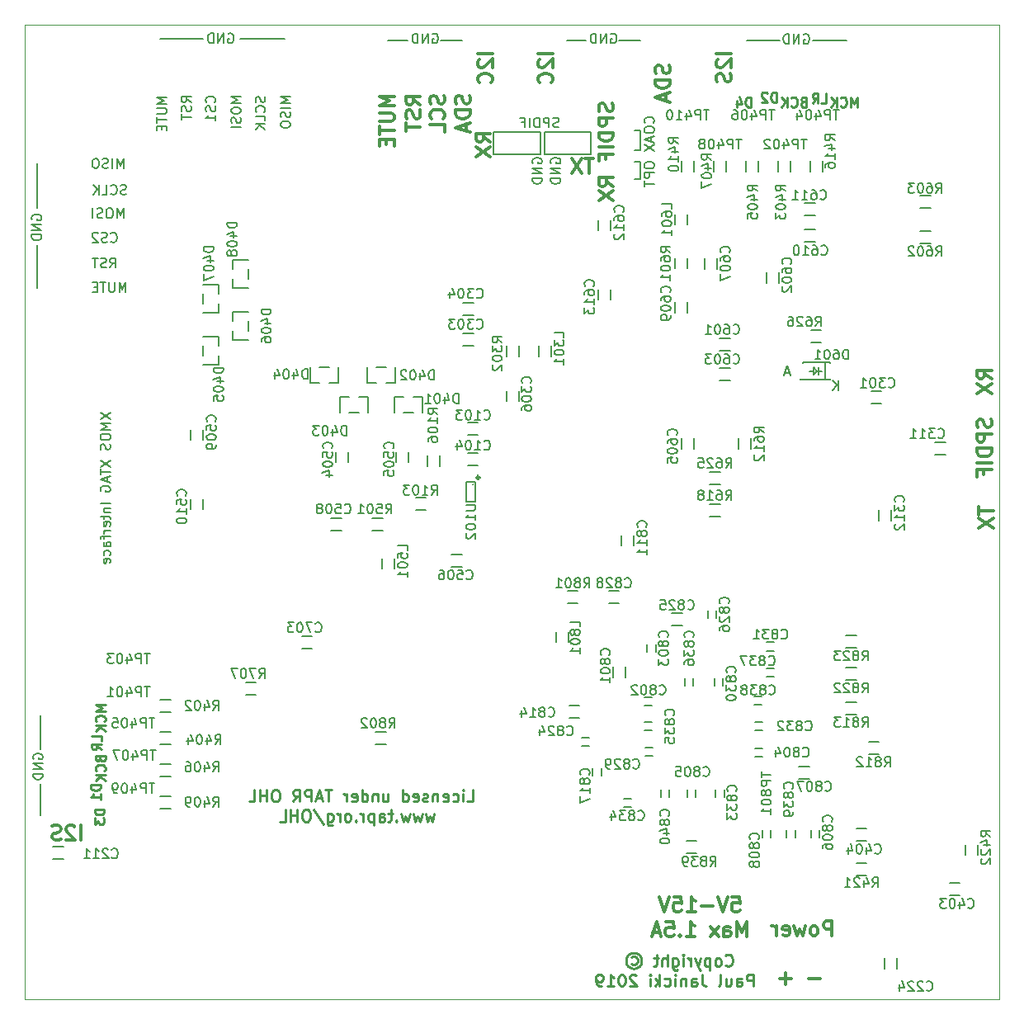
<source format=gbo>
G04 #@! TF.GenerationSoftware,KiCad,Pcbnew,(5.1.0)-1*
G04 #@! TF.CreationDate,2019-04-04T19:00:54+01:00*
G04 #@! TF.ProjectId,CoreOne-xCORE200-2.1,436f7265-4f6e-4652-9d78-434f52453230,2.1*
G04 #@! TF.SameCoordinates,PX660b0c0PY81b3200*
G04 #@! TF.FileFunction,Legend,Bot*
G04 #@! TF.FilePolarity,Positive*
%FSLAX46Y46*%
G04 Gerber Fmt 4.6, Leading zero omitted, Abs format (unit mm)*
G04 Created by KiCad (PCBNEW (5.1.0)-1) date 2019-04-04 19:00:54*
%MOMM*%
%LPD*%
G04 APERTURE LIST*
%ADD10C,0.250000*%
%ADD11C,0.200000*%
%ADD12C,0.300000*%
%ADD13C,0.100000*%
%ADD14C,0.150000*%
G04 APERTURE END LIST*
D10*
X8152380Y19499405D02*
X7152380Y19499405D01*
X7152380Y19261310D01*
X7200000Y19118453D01*
X7295238Y19023215D01*
X7390476Y18975596D01*
X7580952Y18927977D01*
X7723809Y18927977D01*
X7914285Y18975596D01*
X8009523Y19023215D01*
X8104761Y19118453D01*
X8152380Y19261310D01*
X8152380Y19499405D01*
X7152380Y18594643D02*
X7152380Y17975596D01*
X7533333Y18308929D01*
X7533333Y18166072D01*
X7580952Y18070834D01*
X7628571Y18023215D01*
X7723809Y17975596D01*
X7961904Y17975596D01*
X8057142Y18023215D01*
X8104761Y18070834D01*
X8152380Y18166072D01*
X8152380Y18451786D01*
X8104761Y18547024D01*
X8057142Y18594643D01*
X8252380Y30199405D02*
X7252380Y30199405D01*
X7966666Y29866072D01*
X7252380Y29532739D01*
X8252380Y29532739D01*
X8157142Y28485120D02*
X8204761Y28532739D01*
X8252380Y28675596D01*
X8252380Y28770834D01*
X8204761Y28913691D01*
X8109523Y29008929D01*
X8014285Y29056548D01*
X7823809Y29104167D01*
X7680952Y29104167D01*
X7490476Y29056548D01*
X7395238Y29008929D01*
X7300000Y28913691D01*
X7252380Y28770834D01*
X7252380Y28675596D01*
X7300000Y28532739D01*
X7347619Y28485120D01*
X8252380Y28056548D02*
X7252380Y28056548D01*
X8252380Y27485120D02*
X7680952Y27913691D01*
X7252380Y27485120D02*
X7823809Y28056548D01*
X7728571Y24666072D02*
X7776190Y24523215D01*
X7823809Y24475596D01*
X7919047Y24427977D01*
X8061904Y24427977D01*
X8157142Y24475596D01*
X8204761Y24523215D01*
X8252380Y24618453D01*
X8252380Y24999405D01*
X7252380Y24999405D01*
X7252380Y24666072D01*
X7300000Y24570834D01*
X7347619Y24523215D01*
X7442857Y24475596D01*
X7538095Y24475596D01*
X7633333Y24523215D01*
X7680952Y24570834D01*
X7728571Y24666072D01*
X7728571Y24999405D01*
X8157142Y23427977D02*
X8204761Y23475596D01*
X8252380Y23618453D01*
X8252380Y23713691D01*
X8204761Y23856548D01*
X8109523Y23951786D01*
X8014285Y23999405D01*
X7823809Y24047024D01*
X7680952Y24047024D01*
X7490476Y23999405D01*
X7395238Y23951786D01*
X7300000Y23856548D01*
X7252380Y23713691D01*
X7252380Y23618453D01*
X7300000Y23475596D01*
X7347619Y23427977D01*
X8252380Y22999405D02*
X7252380Y22999405D01*
X8252380Y22427977D02*
X7680952Y22856548D01*
X7252380Y22427977D02*
X7823809Y22999405D01*
X7752380Y21999405D02*
X6752380Y21999405D01*
X6752380Y21761310D01*
X6800000Y21618453D01*
X6895238Y21523215D01*
X6990476Y21475596D01*
X7180952Y21427977D01*
X7323809Y21427977D01*
X7514285Y21475596D01*
X7609523Y21523215D01*
X7704761Y21618453D01*
X7752380Y21761310D01*
X7752380Y21999405D01*
X7752380Y20475596D02*
X7752380Y21047024D01*
X7752380Y20761310D02*
X6752380Y20761310D01*
X6895238Y20856548D01*
X6990476Y20951786D01*
X7038095Y21047024D01*
X7852380Y26523215D02*
X7852380Y26999405D01*
X6852380Y26999405D01*
X7852380Y25618453D02*
X7376190Y25951786D01*
X7852380Y26189881D02*
X6852380Y26189881D01*
X6852380Y25808929D01*
X6900000Y25713691D01*
X6947619Y25666072D01*
X7042857Y25618453D01*
X7185714Y25618453D01*
X7280952Y25666072D01*
X7328571Y25713691D01*
X7376190Y25808929D01*
X7376190Y26189881D01*
X85399404Y91547620D02*
X85399404Y92547620D01*
X85066071Y91833334D01*
X84732738Y92547620D01*
X84732738Y91547620D01*
X83685119Y91642858D02*
X83732738Y91595239D01*
X83875595Y91547620D01*
X83970833Y91547620D01*
X84113690Y91595239D01*
X84208928Y91690477D01*
X84256547Y91785715D01*
X84304166Y91976191D01*
X84304166Y92119048D01*
X84256547Y92309524D01*
X84208928Y92404762D01*
X84113690Y92500000D01*
X83970833Y92547620D01*
X83875595Y92547620D01*
X83732738Y92500000D01*
X83685119Y92452381D01*
X83256547Y91547620D02*
X83256547Y92547620D01*
X82685119Y91547620D02*
X83113690Y92119048D01*
X82685119Y92547620D02*
X83256547Y91976191D01*
X81723214Y91947620D02*
X82199404Y91947620D01*
X82199404Y92947620D01*
X80818452Y91947620D02*
X81151785Y92423810D01*
X81389880Y91947620D02*
X81389880Y92947620D01*
X81008928Y92947620D01*
X80913690Y92900000D01*
X80866071Y92852381D01*
X80818452Y92757143D01*
X80818452Y92614286D01*
X80866071Y92519048D01*
X80913690Y92471429D01*
X81008928Y92423810D01*
X81389880Y92423810D01*
X79866071Y92071429D02*
X79723214Y92023810D01*
X79675595Y91976191D01*
X79627976Y91880953D01*
X79627976Y91738096D01*
X79675595Y91642858D01*
X79723214Y91595239D01*
X79818452Y91547620D01*
X80199404Y91547620D01*
X80199404Y92547620D01*
X79866071Y92547620D01*
X79770833Y92500000D01*
X79723214Y92452381D01*
X79675595Y92357143D01*
X79675595Y92261905D01*
X79723214Y92166667D01*
X79770833Y92119048D01*
X79866071Y92071429D01*
X80199404Y92071429D01*
X78627976Y91642858D02*
X78675595Y91595239D01*
X78818452Y91547620D01*
X78913690Y91547620D01*
X79056547Y91595239D01*
X79151785Y91690477D01*
X79199404Y91785715D01*
X79247023Y91976191D01*
X79247023Y92119048D01*
X79199404Y92309524D01*
X79151785Y92404762D01*
X79056547Y92500000D01*
X78913690Y92547620D01*
X78818452Y92547620D01*
X78675595Y92500000D01*
X78627976Y92452381D01*
X78199404Y91547620D02*
X78199404Y92547620D01*
X77627976Y91547620D02*
X78056547Y92119048D01*
X77627976Y92547620D02*
X78199404Y91976191D01*
X77099404Y92047620D02*
X77099404Y93047620D01*
X76861309Y93047620D01*
X76718452Y93000000D01*
X76623214Y92904762D01*
X76575595Y92809524D01*
X76527976Y92619048D01*
X76527976Y92476191D01*
X76575595Y92285715D01*
X76623214Y92190477D01*
X76718452Y92095239D01*
X76861309Y92047620D01*
X77099404Y92047620D01*
X76147023Y92952381D02*
X76099404Y93000000D01*
X76004166Y93047620D01*
X75766071Y93047620D01*
X75670833Y93000000D01*
X75623214Y92952381D01*
X75575595Y92857143D01*
X75575595Y92761905D01*
X75623214Y92619048D01*
X76194642Y92047620D01*
X75575595Y92047620D01*
X74499404Y91547620D02*
X74499404Y92547620D01*
X74261309Y92547620D01*
X74118452Y92500000D01*
X74023214Y92404762D01*
X73975595Y92309524D01*
X73927976Y92119048D01*
X73927976Y91976191D01*
X73975595Y91785715D01*
X74023214Y91690477D01*
X74118452Y91595239D01*
X74261309Y91547620D01*
X74499404Y91547620D01*
X73070833Y92214286D02*
X73070833Y91547620D01*
X73308928Y92595239D02*
X73547023Y91880953D01*
X72927976Y91880953D01*
D11*
X748000Y79966905D02*
X700380Y80062143D01*
X700380Y80205000D01*
X748000Y80347858D01*
X843238Y80443096D01*
X938476Y80490715D01*
X1128952Y80538334D01*
X1271809Y80538334D01*
X1462285Y80490715D01*
X1557523Y80443096D01*
X1652761Y80347858D01*
X1700380Y80205000D01*
X1700380Y80109762D01*
X1652761Y79966905D01*
X1605142Y79919286D01*
X1271809Y79919286D01*
X1271809Y80109762D01*
X1700380Y79490715D02*
X700380Y79490715D01*
X1700380Y78919286D01*
X700380Y78919286D01*
X1700380Y78443096D02*
X700380Y78443096D01*
X700380Y78205000D01*
X748000Y78062143D01*
X843238Y77966905D01*
X938476Y77919286D01*
X1128952Y77871667D01*
X1271809Y77871667D01*
X1462285Y77919286D01*
X1557523Y77966905D01*
X1652761Y78062143D01*
X1700380Y78205000D01*
X1700380Y78443096D01*
X1248000Y77405000D02*
X1248000Y73005000D01*
X1248000Y81170000D02*
X1248000Y85770000D01*
X10110952Y85247620D02*
X10110952Y86247620D01*
X9777619Y85533334D01*
X9444285Y86247620D01*
X9444285Y85247620D01*
X8968095Y85247620D02*
X8968095Y86247620D01*
X8539523Y85295239D02*
X8396666Y85247620D01*
X8158571Y85247620D01*
X8063333Y85295239D01*
X8015714Y85342858D01*
X7968095Y85438096D01*
X7968095Y85533334D01*
X8015714Y85628572D01*
X8063333Y85676191D01*
X8158571Y85723810D01*
X8349047Y85771429D01*
X8444285Y85819048D01*
X8491904Y85866667D01*
X8539523Y85961905D01*
X8539523Y86057143D01*
X8491904Y86152381D01*
X8444285Y86200000D01*
X8349047Y86247620D01*
X8110952Y86247620D01*
X7968095Y86200000D01*
X7349047Y86247620D02*
X7158571Y86247620D01*
X7063333Y86200000D01*
X6968095Y86104762D01*
X6920476Y85914286D01*
X6920476Y85580953D01*
X6968095Y85390477D01*
X7063333Y85295239D01*
X7158571Y85247620D01*
X7349047Y85247620D01*
X7444285Y85295239D01*
X7539523Y85390477D01*
X7587142Y85580953D01*
X7587142Y85914286D01*
X7539523Y86104762D01*
X7444285Y86200000D01*
X7349047Y86247620D01*
X10110952Y80147620D02*
X10110952Y81147620D01*
X9777619Y80433334D01*
X9444285Y81147620D01*
X9444285Y80147620D01*
X8777619Y81147620D02*
X8587142Y81147620D01*
X8491904Y81100000D01*
X8396666Y81004762D01*
X8349047Y80814286D01*
X8349047Y80480953D01*
X8396666Y80290477D01*
X8491904Y80195239D01*
X8587142Y80147620D01*
X8777619Y80147620D01*
X8872857Y80195239D01*
X8968095Y80290477D01*
X9015714Y80480953D01*
X9015714Y80814286D01*
X8968095Y81004762D01*
X8872857Y81100000D01*
X8777619Y81147620D01*
X7968095Y80195239D02*
X7825238Y80147620D01*
X7587142Y80147620D01*
X7491904Y80195239D01*
X7444285Y80242858D01*
X7396666Y80338096D01*
X7396666Y80433334D01*
X7444285Y80528572D01*
X7491904Y80576191D01*
X7587142Y80623810D01*
X7777619Y80671429D01*
X7872857Y80719048D01*
X7920476Y80766667D01*
X7968095Y80861905D01*
X7968095Y80957143D01*
X7920476Y81052381D01*
X7872857Y81100000D01*
X7777619Y81147620D01*
X7539523Y81147620D01*
X7396666Y81100000D01*
X6968095Y80147620D02*
X6968095Y81147620D01*
X8825238Y77742858D02*
X8872857Y77695239D01*
X9015714Y77647620D01*
X9110952Y77647620D01*
X9253809Y77695239D01*
X9349047Y77790477D01*
X9396666Y77885715D01*
X9444285Y78076191D01*
X9444285Y78219048D01*
X9396666Y78409524D01*
X9349047Y78504762D01*
X9253809Y78600000D01*
X9110952Y78647620D01*
X9015714Y78647620D01*
X8872857Y78600000D01*
X8825238Y78552381D01*
X8444285Y77695239D02*
X8301428Y77647620D01*
X8063333Y77647620D01*
X7968095Y77695239D01*
X7920476Y77742858D01*
X7872857Y77838096D01*
X7872857Y77933334D01*
X7920476Y78028572D01*
X7968095Y78076191D01*
X8063333Y78123810D01*
X8253809Y78171429D01*
X8349047Y78219048D01*
X8396666Y78266667D01*
X8444285Y78361905D01*
X8444285Y78457143D01*
X8396666Y78552381D01*
X8349047Y78600000D01*
X8253809Y78647620D01*
X8015714Y78647620D01*
X7872857Y78600000D01*
X7491904Y78552381D02*
X7444285Y78600000D01*
X7349047Y78647620D01*
X7110952Y78647620D01*
X7015714Y78600000D01*
X6968095Y78552381D01*
X6920476Y78457143D01*
X6920476Y78361905D01*
X6968095Y78219048D01*
X7539523Y77647620D01*
X6920476Y77647620D01*
X10401428Y82595239D02*
X10258571Y82547620D01*
X10020476Y82547620D01*
X9925238Y82595239D01*
X9877619Y82642858D01*
X9830000Y82738096D01*
X9830000Y82833334D01*
X9877619Y82928572D01*
X9925238Y82976191D01*
X10020476Y83023810D01*
X10210952Y83071429D01*
X10306190Y83119048D01*
X10353809Y83166667D01*
X10401428Y83261905D01*
X10401428Y83357143D01*
X10353809Y83452381D01*
X10306190Y83500000D01*
X10210952Y83547620D01*
X9972857Y83547620D01*
X9830000Y83500000D01*
X8830000Y82642858D02*
X8877619Y82595239D01*
X9020476Y82547620D01*
X9115714Y82547620D01*
X9258571Y82595239D01*
X9353809Y82690477D01*
X9401428Y82785715D01*
X9449047Y82976191D01*
X9449047Y83119048D01*
X9401428Y83309524D01*
X9353809Y83404762D01*
X9258571Y83500000D01*
X9115714Y83547620D01*
X9020476Y83547620D01*
X8877619Y83500000D01*
X8830000Y83452381D01*
X7925238Y82547620D02*
X8401428Y82547620D01*
X8401428Y83547620D01*
X7591904Y82547620D02*
X7591904Y83547620D01*
X7020476Y82547620D02*
X7449047Y83119048D01*
X7020476Y83547620D02*
X7591904Y82976191D01*
X10349047Y72547620D02*
X10349047Y73547620D01*
X10015714Y72833334D01*
X9682380Y73547620D01*
X9682380Y72547620D01*
X9206190Y73547620D02*
X9206190Y72738096D01*
X9158571Y72642858D01*
X9110952Y72595239D01*
X9015714Y72547620D01*
X8825238Y72547620D01*
X8730000Y72595239D01*
X8682380Y72642858D01*
X8634761Y72738096D01*
X8634761Y73547620D01*
X8301428Y73547620D02*
X7730000Y73547620D01*
X8015714Y72547620D02*
X8015714Y73547620D01*
X7396666Y73071429D02*
X7063333Y73071429D01*
X6920476Y72547620D02*
X7396666Y72547620D01*
X7396666Y73547620D01*
X6920476Y73547620D01*
X8734761Y75047620D02*
X9068095Y75523810D01*
X9306190Y75047620D02*
X9306190Y76047620D01*
X8925238Y76047620D01*
X8830000Y76000000D01*
X8782380Y75952381D01*
X8734761Y75857143D01*
X8734761Y75714286D01*
X8782380Y75619048D01*
X8830000Y75571429D01*
X8925238Y75523810D01*
X9306190Y75523810D01*
X8353809Y75095239D02*
X8210952Y75047620D01*
X7972857Y75047620D01*
X7877619Y75095239D01*
X7830000Y75142858D01*
X7782380Y75238096D01*
X7782380Y75333334D01*
X7830000Y75428572D01*
X7877619Y75476191D01*
X7972857Y75523810D01*
X8163333Y75571429D01*
X8258571Y75619048D01*
X8306190Y75666667D01*
X8353809Y75761905D01*
X8353809Y75857143D01*
X8306190Y75952381D01*
X8258571Y76000000D01*
X8163333Y76047620D01*
X7925238Y76047620D01*
X7782380Y76000000D01*
X7496666Y76047620D02*
X6925238Y76047620D01*
X7210952Y75047620D02*
X7210952Y76047620D01*
X52100000Y85761905D02*
X52052380Y85857143D01*
X52052380Y86000000D01*
X52100000Y86142858D01*
X52195238Y86238096D01*
X52290476Y86285715D01*
X52480952Y86333334D01*
X52623809Y86333334D01*
X52814285Y86285715D01*
X52909523Y86238096D01*
X53004761Y86142858D01*
X53052380Y86000000D01*
X53052380Y85904762D01*
X53004761Y85761905D01*
X52957142Y85714286D01*
X52623809Y85714286D01*
X52623809Y85904762D01*
X53052380Y85285715D02*
X52052380Y85285715D01*
X53052380Y84714286D01*
X52052380Y84714286D01*
X53052380Y84238096D02*
X52052380Y84238096D01*
X52052380Y84000000D01*
X52100000Y83857143D01*
X52195238Y83761905D01*
X52290476Y83714286D01*
X52480952Y83666667D01*
X52623809Y83666667D01*
X52814285Y83714286D01*
X52909523Y83761905D01*
X53004761Y83857143D01*
X53052380Y84000000D01*
X53052380Y84238096D01*
X54000000Y85761905D02*
X53952380Y85857143D01*
X53952380Y86000000D01*
X54000000Y86142858D01*
X54095238Y86238096D01*
X54190476Y86285715D01*
X54380952Y86333334D01*
X54523809Y86333334D01*
X54714285Y86285715D01*
X54809523Y86238096D01*
X54904761Y86142858D01*
X54952380Y86000000D01*
X54952380Y85904762D01*
X54904761Y85761905D01*
X54857142Y85714286D01*
X54523809Y85714286D01*
X54523809Y85904762D01*
X54952380Y85285715D02*
X53952380Y85285715D01*
X54952380Y84714286D01*
X53952380Y84714286D01*
X54952380Y84238096D02*
X53952380Y84238096D01*
X53952380Y84000000D01*
X54000000Y83857143D01*
X54095238Y83761905D01*
X54190476Y83714286D01*
X54380952Y83666667D01*
X54523809Y83666667D01*
X54714285Y83714286D01*
X54809523Y83761905D01*
X54904761Y83857143D01*
X54952380Y84000000D01*
X54952380Y84238096D01*
X53300000Y86700000D02*
X53300000Y89000000D01*
X58100000Y86700000D02*
X53300000Y86700000D01*
X58100000Y89000000D02*
X58100000Y86700000D01*
X53300000Y89000000D02*
X58100000Y89000000D01*
X48100000Y89000000D02*
X52900000Y89000000D01*
X48100000Y86700000D02*
X48100000Y89000000D01*
X52900000Y86700000D02*
X48100000Y86700000D01*
X52900000Y89000000D02*
X52900000Y86700000D01*
D12*
X47778571Y87950000D02*
X47064285Y88450000D01*
X47778571Y88807143D02*
X46278571Y88807143D01*
X46278571Y88235715D01*
X46350000Y88092858D01*
X46421428Y88021429D01*
X46564285Y87950000D01*
X46778571Y87950000D01*
X46921428Y88021429D01*
X46992857Y88092858D01*
X47064285Y88235715D01*
X47064285Y88807143D01*
X46278571Y87450000D02*
X47778571Y86450000D01*
X46278571Y86450000D02*
X47778571Y87450000D01*
X66107142Y95819286D02*
X66178571Y95605000D01*
X66178571Y95247858D01*
X66107142Y95105000D01*
X66035714Y95033572D01*
X65892857Y94962143D01*
X65750000Y94962143D01*
X65607142Y95033572D01*
X65535714Y95105000D01*
X65464285Y95247858D01*
X65392857Y95533572D01*
X65321428Y95676429D01*
X65250000Y95747858D01*
X65107142Y95819286D01*
X64964285Y95819286D01*
X64821428Y95747858D01*
X64750000Y95676429D01*
X64678571Y95533572D01*
X64678571Y95176429D01*
X64750000Y94962143D01*
X66178571Y94319286D02*
X64678571Y94319286D01*
X64678571Y93962143D01*
X64750000Y93747858D01*
X64892857Y93605000D01*
X65035714Y93533572D01*
X65321428Y93462143D01*
X65535714Y93462143D01*
X65821428Y93533572D01*
X65964285Y93605000D01*
X66107142Y93747858D01*
X66178571Y93962143D01*
X66178571Y94319286D01*
X65750000Y92890715D02*
X65750000Y92176429D01*
X66178571Y93033572D02*
X64678571Y92533572D01*
X66178571Y92033572D01*
D11*
X60137404Y99031000D02*
X60232642Y99078620D01*
X60375500Y99078620D01*
X60518357Y99031000D01*
X60613595Y98935762D01*
X60661214Y98840524D01*
X60708833Y98650048D01*
X60708833Y98507191D01*
X60661214Y98316715D01*
X60613595Y98221477D01*
X60518357Y98126239D01*
X60375500Y98078620D01*
X60280261Y98078620D01*
X60137404Y98126239D01*
X60089785Y98173858D01*
X60089785Y98507191D01*
X60280261Y98507191D01*
X59661214Y98078620D02*
X59661214Y99078620D01*
X59089785Y98078620D01*
X59089785Y99078620D01*
X58613595Y98078620D02*
X58613595Y99078620D01*
X58375500Y99078620D01*
X58232642Y99031000D01*
X58137404Y98935762D01*
X58089785Y98840524D01*
X58042166Y98650048D01*
X58042166Y98507191D01*
X58089785Y98316715D01*
X58137404Y98221477D01*
X58232642Y98126239D01*
X58375500Y98078620D01*
X58613595Y98078620D01*
X60975500Y98331000D02*
X63175500Y98331000D01*
X57575500Y98331000D02*
X55575500Y98331000D01*
D12*
X60307142Y91919286D02*
X60378571Y91705000D01*
X60378571Y91347858D01*
X60307142Y91205000D01*
X60235714Y91133572D01*
X60092857Y91062143D01*
X59950000Y91062143D01*
X59807142Y91133572D01*
X59735714Y91205000D01*
X59664285Y91347858D01*
X59592857Y91633572D01*
X59521428Y91776429D01*
X59450000Y91847858D01*
X59307142Y91919286D01*
X59164285Y91919286D01*
X59021428Y91847858D01*
X58950000Y91776429D01*
X58878571Y91633572D01*
X58878571Y91276429D01*
X58950000Y91062143D01*
X60378571Y90419286D02*
X58878571Y90419286D01*
X58878571Y89847858D01*
X58950000Y89705000D01*
X59021428Y89633572D01*
X59164285Y89562143D01*
X59378571Y89562143D01*
X59521428Y89633572D01*
X59592857Y89705000D01*
X59664285Y89847858D01*
X59664285Y90419286D01*
X60378571Y88919286D02*
X58878571Y88919286D01*
X58878571Y88562143D01*
X58950000Y88347858D01*
X59092857Y88205000D01*
X59235714Y88133572D01*
X59521428Y88062143D01*
X59735714Y88062143D01*
X60021428Y88133572D01*
X60164285Y88205000D01*
X60307142Y88347858D01*
X60378571Y88562143D01*
X60378571Y88919286D01*
X60378571Y87419286D02*
X58878571Y87419286D01*
X59592857Y86205000D02*
X59592857Y86705000D01*
X60378571Y86705000D02*
X58878571Y86705000D01*
X58878571Y85990715D01*
X60378571Y83419286D02*
X59664285Y83919286D01*
X60378571Y84276429D02*
X58878571Y84276429D01*
X58878571Y83705000D01*
X58950000Y83562143D01*
X59021428Y83490715D01*
X59164285Y83419286D01*
X59378571Y83419286D01*
X59521428Y83490715D01*
X59592857Y83562143D01*
X59664285Y83705000D01*
X59664285Y84276429D01*
X58878571Y82919286D02*
X60378571Y81919286D01*
X58878571Y81919286D02*
X60378571Y82919286D01*
X54178571Y97047858D02*
X52678571Y97047858D01*
X52821428Y96405000D02*
X52750000Y96333572D01*
X52678571Y96190715D01*
X52678571Y95833572D01*
X52750000Y95690715D01*
X52821428Y95619286D01*
X52964285Y95547858D01*
X53107142Y95547858D01*
X53321428Y95619286D01*
X54178571Y96476429D01*
X54178571Y95547858D01*
X54035714Y94047858D02*
X54107142Y94119286D01*
X54178571Y94333572D01*
X54178571Y94476429D01*
X54107142Y94690715D01*
X53964285Y94833572D01*
X53821428Y94905000D01*
X53535714Y94976429D01*
X53321428Y94976429D01*
X53035714Y94905000D01*
X52892857Y94833572D01*
X52750000Y94690715D01*
X52678571Y94476429D01*
X52678571Y94333572D01*
X52750000Y94119286D01*
X52821428Y94047858D01*
D11*
X18305000Y98552000D02*
X13905000Y98552000D01*
X22070000Y98552000D02*
X26670000Y98552000D01*
X20866904Y99052000D02*
X20962142Y99099620D01*
X21105000Y99099620D01*
X21247857Y99052000D01*
X21343095Y98956762D01*
X21390714Y98861524D01*
X21438333Y98671048D01*
X21438333Y98528191D01*
X21390714Y98337715D01*
X21343095Y98242477D01*
X21247857Y98147239D01*
X21105000Y98099620D01*
X21009761Y98099620D01*
X20866904Y98147239D01*
X20819285Y98194858D01*
X20819285Y98528191D01*
X21009761Y98528191D01*
X20390714Y98099620D02*
X20390714Y99099620D01*
X19819285Y98099620D01*
X19819285Y99099620D01*
X19343095Y98099620D02*
X19343095Y99099620D01*
X19105000Y99099620D01*
X18962142Y99052000D01*
X18866904Y98956762D01*
X18819285Y98861524D01*
X18771666Y98671048D01*
X18771666Y98528191D01*
X18819285Y98337715D01*
X18866904Y98242477D01*
X18962142Y98147239D01*
X19105000Y98099620D01*
X19343095Y98099620D01*
X80881500Y98345500D02*
X84281500Y98345500D01*
X77481500Y98345500D02*
X74081500Y98345500D01*
X1584000Y25682000D02*
X1584000Y29082000D01*
X1584000Y22082000D02*
X1584000Y18882000D01*
X42675500Y98331000D02*
X44875500Y98331000D01*
X39275500Y98331000D02*
X37275500Y98331000D01*
X41837404Y99031000D02*
X41932642Y99078620D01*
X42075500Y99078620D01*
X42218357Y99031000D01*
X42313595Y98935762D01*
X42361214Y98840524D01*
X42408833Y98650048D01*
X42408833Y98507191D01*
X42361214Y98316715D01*
X42313595Y98221477D01*
X42218357Y98126239D01*
X42075500Y98078620D01*
X41980261Y98078620D01*
X41837404Y98126239D01*
X41789785Y98173858D01*
X41789785Y98507191D01*
X41980261Y98507191D01*
X41361214Y98078620D02*
X41361214Y99078620D01*
X40789785Y98078620D01*
X40789785Y99078620D01*
X40313595Y98078620D02*
X40313595Y99078620D01*
X40075500Y99078620D01*
X39932642Y99031000D01*
X39837404Y98935762D01*
X39789785Y98840524D01*
X39742166Y98650048D01*
X39742166Y98507191D01*
X39789785Y98316715D01*
X39837404Y98221477D01*
X39932642Y98126239D01*
X40075500Y98078620D01*
X40313595Y98078620D01*
X884000Y24643905D02*
X836380Y24739143D01*
X836380Y24882000D01*
X884000Y25024858D01*
X979238Y25120096D01*
X1074476Y25167715D01*
X1264952Y25215334D01*
X1407809Y25215334D01*
X1598285Y25167715D01*
X1693523Y25120096D01*
X1788761Y25024858D01*
X1836380Y24882000D01*
X1836380Y24786762D01*
X1788761Y24643905D01*
X1741142Y24596286D01*
X1407809Y24596286D01*
X1407809Y24786762D01*
X1836380Y24167715D02*
X836380Y24167715D01*
X1836380Y23596286D01*
X836380Y23596286D01*
X1836380Y23120096D02*
X836380Y23120096D01*
X836380Y22882000D01*
X884000Y22739143D01*
X979238Y22643905D01*
X1074476Y22596286D01*
X1264952Y22548667D01*
X1407809Y22548667D01*
X1598285Y22596286D01*
X1693523Y22643905D01*
X1788761Y22739143D01*
X1836380Y22882000D01*
X1836380Y23120096D01*
X79918404Y98970500D02*
X80013642Y99018120D01*
X80156500Y99018120D01*
X80299357Y98970500D01*
X80394595Y98875262D01*
X80442214Y98780024D01*
X80489833Y98589548D01*
X80489833Y98446691D01*
X80442214Y98256215D01*
X80394595Y98160977D01*
X80299357Y98065739D01*
X80156500Y98018120D01*
X80061261Y98018120D01*
X79918404Y98065739D01*
X79870785Y98113358D01*
X79870785Y98446691D01*
X80061261Y98446691D01*
X79442214Y98018120D02*
X79442214Y99018120D01*
X78870785Y98018120D01*
X78870785Y99018120D01*
X78394595Y98018120D02*
X78394595Y99018120D01*
X78156500Y99018120D01*
X78013642Y98970500D01*
X77918404Y98875262D01*
X77870785Y98780024D01*
X77823166Y98589548D01*
X77823166Y98446691D01*
X77870785Y98256215D01*
X77918404Y98160977D01*
X78013642Y98065739D01*
X78156500Y98018120D01*
X78394595Y98018120D01*
X7752380Y60161905D02*
X8752380Y59495239D01*
X7752380Y59495239D02*
X8752380Y60161905D01*
X8752380Y59114286D02*
X7752380Y59114286D01*
X8466666Y58780953D01*
X7752380Y58447620D01*
X8752380Y58447620D01*
X7752380Y57780953D02*
X7752380Y57590477D01*
X7800000Y57495239D01*
X7895238Y57400000D01*
X8085714Y57352381D01*
X8419047Y57352381D01*
X8609523Y57400000D01*
X8704761Y57495239D01*
X8752380Y57590477D01*
X8752380Y57780953D01*
X8704761Y57876191D01*
X8609523Y57971429D01*
X8419047Y58019048D01*
X8085714Y58019048D01*
X7895238Y57971429D01*
X7800000Y57876191D01*
X7752380Y57780953D01*
X8704761Y56971429D02*
X8752380Y56828572D01*
X8752380Y56590477D01*
X8704761Y56495239D01*
X8657142Y56447620D01*
X8561904Y56400000D01*
X8466666Y56400000D01*
X8371428Y56447620D01*
X8323809Y56495239D01*
X8276190Y56590477D01*
X8228571Y56780953D01*
X8180952Y56876191D01*
X8133333Y56923810D01*
X8038095Y56971429D01*
X7942857Y56971429D01*
X7847619Y56923810D01*
X7800000Y56876191D01*
X7752380Y56780953D01*
X7752380Y56542858D01*
X7800000Y56400000D01*
X7752380Y55304762D02*
X8752380Y54638096D01*
X7752380Y54638096D02*
X8752380Y55304762D01*
X7752380Y54400000D02*
X7752380Y53828572D01*
X8752380Y54114286D02*
X7752380Y54114286D01*
X8466666Y53542858D02*
X8466666Y53066667D01*
X8752380Y53638096D02*
X7752380Y53304762D01*
X8752380Y52971429D01*
X7800000Y52114286D02*
X7752380Y52209524D01*
X7752380Y52352381D01*
X7800000Y52495239D01*
X7895238Y52590477D01*
X7990476Y52638096D01*
X8180952Y52685715D01*
X8323809Y52685715D01*
X8514285Y52638096D01*
X8609523Y52590477D01*
X8704761Y52495239D01*
X8752380Y52352381D01*
X8752380Y52257143D01*
X8704761Y52114286D01*
X8657142Y52066667D01*
X8323809Y52066667D01*
X8323809Y52257143D01*
X8752380Y50876191D02*
X7752380Y50876191D01*
X8085714Y50400000D02*
X8752380Y50400000D01*
X8180952Y50400000D02*
X8133333Y50352381D01*
X8085714Y50257143D01*
X8085714Y50114286D01*
X8133333Y50019048D01*
X8228571Y49971429D01*
X8752380Y49971429D01*
X8085714Y49638096D02*
X8085714Y49257143D01*
X7752380Y49495239D02*
X8609523Y49495239D01*
X8704761Y49447620D01*
X8752380Y49352381D01*
X8752380Y49257143D01*
X8704761Y48542858D02*
X8752380Y48638096D01*
X8752380Y48828572D01*
X8704761Y48923810D01*
X8609523Y48971429D01*
X8228571Y48971429D01*
X8133333Y48923810D01*
X8085714Y48828572D01*
X8085714Y48638096D01*
X8133333Y48542858D01*
X8228571Y48495239D01*
X8323809Y48495239D01*
X8419047Y48971429D01*
X8752380Y48066667D02*
X8085714Y48066667D01*
X8276190Y48066667D02*
X8180952Y48019048D01*
X8133333Y47971429D01*
X8085714Y47876191D01*
X8085714Y47780953D01*
X8085714Y47590477D02*
X8085714Y47209524D01*
X8752380Y47447620D02*
X7895238Y47447620D01*
X7800000Y47400000D01*
X7752380Y47304762D01*
X7752380Y47209524D01*
X8752380Y46447620D02*
X8228571Y46447620D01*
X8133333Y46495239D01*
X8085714Y46590477D01*
X8085714Y46780953D01*
X8133333Y46876191D01*
X8704761Y46447620D02*
X8752380Y46542858D01*
X8752380Y46780953D01*
X8704761Y46876191D01*
X8609523Y46923810D01*
X8514285Y46923810D01*
X8419047Y46876191D01*
X8371428Y46780953D01*
X8371428Y46542858D01*
X8323809Y46447620D01*
X8704761Y45542858D02*
X8752380Y45638096D01*
X8752380Y45828572D01*
X8704761Y45923810D01*
X8657142Y45971429D01*
X8561904Y46019048D01*
X8276190Y46019048D01*
X8180952Y45971429D01*
X8133333Y45923810D01*
X8085714Y45828572D01*
X8085714Y45638096D01*
X8133333Y45542858D01*
X8704761Y44733334D02*
X8752380Y44828572D01*
X8752380Y45019048D01*
X8704761Y45114286D01*
X8609523Y45161905D01*
X8228571Y45161905D01*
X8133333Y45114286D01*
X8085714Y45019048D01*
X8085714Y44828572D01*
X8133333Y44733334D01*
X8228571Y44685715D01*
X8323809Y44685715D01*
X8419047Y45161905D01*
X54779523Y89495239D02*
X54636666Y89447620D01*
X54398571Y89447620D01*
X54303333Y89495239D01*
X54255714Y89542858D01*
X54208095Y89638096D01*
X54208095Y89733334D01*
X54255714Y89828572D01*
X54303333Y89876191D01*
X54398571Y89923810D01*
X54589047Y89971429D01*
X54684285Y90019048D01*
X54731904Y90066667D01*
X54779523Y90161905D01*
X54779523Y90257143D01*
X54731904Y90352381D01*
X54684285Y90400000D01*
X54589047Y90447620D01*
X54350952Y90447620D01*
X54208095Y90400000D01*
X53779523Y89447620D02*
X53779523Y90447620D01*
X53398571Y90447620D01*
X53303333Y90400000D01*
X53255714Y90352381D01*
X53208095Y90257143D01*
X53208095Y90114286D01*
X53255714Y90019048D01*
X53303333Y89971429D01*
X53398571Y89923810D01*
X53779523Y89923810D01*
X52779523Y89447620D02*
X52779523Y90447620D01*
X52541428Y90447620D01*
X52398571Y90400000D01*
X52303333Y90304762D01*
X52255714Y90209524D01*
X52208095Y90019048D01*
X52208095Y89876191D01*
X52255714Y89685715D01*
X52303333Y89590477D01*
X52398571Y89495239D01*
X52541428Y89447620D01*
X52779523Y89447620D01*
X51779523Y89447620D02*
X51779523Y90447620D01*
X50970000Y89971429D02*
X51303333Y89971429D01*
X51303333Y89447620D02*
X51303333Y90447620D01*
X50827142Y90447620D01*
D12*
X58342857Y86221429D02*
X57485714Y86221429D01*
X57914285Y84721429D02*
X57914285Y86221429D01*
X57128571Y86221429D02*
X56128571Y84721429D01*
X56128571Y86221429D02*
X57128571Y84721429D01*
D11*
X63183570Y84114484D02*
X62583570Y84114484D01*
X63183570Y85914484D02*
X63183570Y84114484D01*
X62583570Y85914484D02*
X63183570Y85914484D01*
X63183570Y87114484D02*
X62583570Y87114484D01*
X63183570Y89114484D02*
X63183570Y87114484D01*
X62583570Y89114484D02*
X63183570Y89114484D01*
X64462617Y89912532D02*
X64510236Y89960151D01*
X64557855Y90103008D01*
X64557855Y90198246D01*
X64510236Y90341104D01*
X64414998Y90436342D01*
X64319760Y90483961D01*
X64129284Y90531580D01*
X63986427Y90531580D01*
X63795951Y90483961D01*
X63700713Y90436342D01*
X63605475Y90341104D01*
X63557855Y90198246D01*
X63557855Y90103008D01*
X63605475Y89960151D01*
X63653094Y89912532D01*
X63557855Y89293484D02*
X63557855Y89103008D01*
X63605475Y89007770D01*
X63700713Y88912532D01*
X63891189Y88864913D01*
X64224522Y88864913D01*
X64414998Y88912532D01*
X64510236Y89007770D01*
X64557855Y89103008D01*
X64557855Y89293484D01*
X64510236Y89388723D01*
X64414998Y89483961D01*
X64224522Y89531580D01*
X63891189Y89531580D01*
X63700713Y89483961D01*
X63605475Y89388723D01*
X63557855Y89293484D01*
X64272141Y88483961D02*
X64272141Y88007770D01*
X64557855Y88579199D02*
X63557855Y88245865D01*
X64557855Y87912532D01*
X63557855Y87674437D02*
X64557855Y87007770D01*
X63557855Y87007770D02*
X64557855Y87674437D01*
X63557855Y85656286D02*
X63557855Y85465810D01*
X63605475Y85370572D01*
X63700713Y85275334D01*
X63891189Y85227715D01*
X64224522Y85227715D01*
X64414998Y85275334D01*
X64510236Y85370572D01*
X64557855Y85465810D01*
X64557855Y85656286D01*
X64510236Y85751524D01*
X64414998Y85846762D01*
X64224522Y85894381D01*
X63891189Y85894381D01*
X63700713Y85846762D01*
X63605475Y85751524D01*
X63557855Y85656286D01*
X64557855Y84799143D02*
X63557855Y84799143D01*
X63557855Y84418191D01*
X63605475Y84322953D01*
X63653094Y84275334D01*
X63748332Y84227715D01*
X63891189Y84227715D01*
X63986427Y84275334D01*
X64034046Y84322953D01*
X64081665Y84418191D01*
X64081665Y84799143D01*
X63557855Y83942000D02*
X63557855Y83370572D01*
X64557855Y83656286D02*
X63557855Y83656286D01*
X14552380Y92549048D02*
X13552380Y92549048D01*
X14266666Y92215715D01*
X13552380Y91882381D01*
X14552380Y91882381D01*
X13552380Y91406191D02*
X14361904Y91406191D01*
X14457142Y91358572D01*
X14504761Y91310953D01*
X14552380Y91215715D01*
X14552380Y91025239D01*
X14504761Y90930000D01*
X14457142Y90882381D01*
X14361904Y90834762D01*
X13552380Y90834762D01*
X13552380Y90501429D02*
X13552380Y89930000D01*
X14552380Y90215715D02*
X13552380Y90215715D01*
X14028571Y89596667D02*
X14028571Y89263334D01*
X14552380Y89120477D02*
X14552380Y89596667D01*
X13552380Y89596667D01*
X13552380Y89120477D01*
X17052380Y92034762D02*
X16576190Y92368096D01*
X17052380Y92606191D02*
X16052380Y92606191D01*
X16052380Y92225239D01*
X16100000Y92130000D01*
X16147619Y92082381D01*
X16242857Y92034762D01*
X16385714Y92034762D01*
X16480952Y92082381D01*
X16528571Y92130000D01*
X16576190Y92225239D01*
X16576190Y92606191D01*
X17004761Y91653810D02*
X17052380Y91510953D01*
X17052380Y91272858D01*
X17004761Y91177620D01*
X16957142Y91130000D01*
X16861904Y91082381D01*
X16766666Y91082381D01*
X16671428Y91130000D01*
X16623809Y91177620D01*
X16576190Y91272858D01*
X16528571Y91463334D01*
X16480952Y91558572D01*
X16433333Y91606191D01*
X16338095Y91653810D01*
X16242857Y91653810D01*
X16147619Y91606191D01*
X16100000Y91558572D01*
X16052380Y91463334D01*
X16052380Y91225239D01*
X16100000Y91082381D01*
X16052380Y90796667D02*
X16052380Y90225239D01*
X17052380Y90510953D02*
X16052380Y90510953D01*
X19457142Y92025239D02*
X19504761Y92072858D01*
X19552380Y92215715D01*
X19552380Y92310953D01*
X19504761Y92453810D01*
X19409523Y92549048D01*
X19314285Y92596667D01*
X19123809Y92644286D01*
X18980952Y92644286D01*
X18790476Y92596667D01*
X18695238Y92549048D01*
X18600000Y92453810D01*
X18552380Y92310953D01*
X18552380Y92215715D01*
X18600000Y92072858D01*
X18647619Y92025239D01*
X19504761Y91644286D02*
X19552380Y91501429D01*
X19552380Y91263334D01*
X19504761Y91168096D01*
X19457142Y91120477D01*
X19361904Y91072858D01*
X19266666Y91072858D01*
X19171428Y91120477D01*
X19123809Y91168096D01*
X19076190Y91263334D01*
X19028571Y91453810D01*
X18980952Y91549048D01*
X18933333Y91596667D01*
X18838095Y91644286D01*
X18742857Y91644286D01*
X18647619Y91596667D01*
X18600000Y91549048D01*
X18552380Y91453810D01*
X18552380Y91215715D01*
X18600000Y91072858D01*
X19552380Y90120477D02*
X19552380Y90691905D01*
X19552380Y90406191D02*
X18552380Y90406191D01*
X18695238Y90501429D01*
X18790476Y90596667D01*
X18838095Y90691905D01*
X22152380Y92610953D02*
X21152380Y92610953D01*
X21866666Y92277620D01*
X21152380Y91944286D01*
X22152380Y91944286D01*
X21152380Y91277620D02*
X21152380Y91087143D01*
X21200000Y90991905D01*
X21295238Y90896667D01*
X21485714Y90849048D01*
X21819047Y90849048D01*
X22009523Y90896667D01*
X22104761Y90991905D01*
X22152380Y91087143D01*
X22152380Y91277620D01*
X22104761Y91372858D01*
X22009523Y91468096D01*
X21819047Y91515715D01*
X21485714Y91515715D01*
X21295238Y91468096D01*
X21200000Y91372858D01*
X21152380Y91277620D01*
X22104761Y90468096D02*
X22152380Y90325239D01*
X22152380Y90087143D01*
X22104761Y89991905D01*
X22057142Y89944286D01*
X21961904Y89896667D01*
X21866666Y89896667D01*
X21771428Y89944286D01*
X21723809Y89991905D01*
X21676190Y90087143D01*
X21628571Y90277620D01*
X21580952Y90372858D01*
X21533333Y90420477D01*
X21438095Y90468096D01*
X21342857Y90468096D01*
X21247619Y90420477D01*
X21200000Y90372858D01*
X21152380Y90277620D01*
X21152380Y90039524D01*
X21200000Y89896667D01*
X22152380Y89468096D02*
X21152380Y89468096D01*
X24604761Y92601429D02*
X24652380Y92458572D01*
X24652380Y92220477D01*
X24604761Y92125239D01*
X24557142Y92077620D01*
X24461904Y92030000D01*
X24366666Y92030000D01*
X24271428Y92077620D01*
X24223809Y92125239D01*
X24176190Y92220477D01*
X24128571Y92410953D01*
X24080952Y92506191D01*
X24033333Y92553810D01*
X23938095Y92601429D01*
X23842857Y92601429D01*
X23747619Y92553810D01*
X23700000Y92506191D01*
X23652380Y92410953D01*
X23652380Y92172858D01*
X23700000Y92030000D01*
X24557142Y91030000D02*
X24604761Y91077620D01*
X24652380Y91220477D01*
X24652380Y91315715D01*
X24604761Y91458572D01*
X24509523Y91553810D01*
X24414285Y91601429D01*
X24223809Y91649048D01*
X24080952Y91649048D01*
X23890476Y91601429D01*
X23795238Y91553810D01*
X23700000Y91458572D01*
X23652380Y91315715D01*
X23652380Y91220477D01*
X23700000Y91077620D01*
X23747619Y91030000D01*
X24652380Y90125239D02*
X24652380Y90601429D01*
X23652380Y90601429D01*
X24652380Y89791905D02*
X23652380Y89791905D01*
X24652380Y89220477D02*
X24080952Y89649048D01*
X23652380Y89220477D02*
X24223809Y89791905D01*
X27252380Y92610953D02*
X26252380Y92610953D01*
X26966666Y92277620D01*
X26252380Y91944286D01*
X27252380Y91944286D01*
X27252380Y91468096D02*
X26252380Y91468096D01*
X27204761Y91039524D02*
X27252380Y90896667D01*
X27252380Y90658572D01*
X27204761Y90563334D01*
X27157142Y90515715D01*
X27061904Y90468096D01*
X26966666Y90468096D01*
X26871428Y90515715D01*
X26823809Y90563334D01*
X26776190Y90658572D01*
X26728571Y90849048D01*
X26680952Y90944286D01*
X26633333Y90991905D01*
X26538095Y91039524D01*
X26442857Y91039524D01*
X26347619Y90991905D01*
X26300000Y90944286D01*
X26252380Y90849048D01*
X26252380Y90610953D01*
X26300000Y90468096D01*
X26252380Y89849048D02*
X26252380Y89658572D01*
X26300000Y89563334D01*
X26395238Y89468096D01*
X26585714Y89420477D01*
X26919047Y89420477D01*
X27109523Y89468096D01*
X27204761Y89563334D01*
X27252380Y89658572D01*
X27252380Y89849048D01*
X27204761Y89944286D01*
X27109523Y90039524D01*
X26919047Y90087143D01*
X26585714Y90087143D01*
X26395238Y90039524D01*
X26300000Y89944286D01*
X26252380Y89849048D01*
D12*
X37878571Y92647858D02*
X36378571Y92647858D01*
X37450000Y92147858D01*
X36378571Y91647858D01*
X37878571Y91647858D01*
X36378571Y90933572D02*
X37592857Y90933572D01*
X37735714Y90862143D01*
X37807142Y90790715D01*
X37878571Y90647858D01*
X37878571Y90362143D01*
X37807142Y90219286D01*
X37735714Y90147858D01*
X37592857Y90076429D01*
X36378571Y90076429D01*
X36378571Y89576429D02*
X36378571Y88719286D01*
X37878571Y89147858D02*
X36378571Y89147858D01*
X37092857Y88219286D02*
X37092857Y87719286D01*
X37878571Y87505000D02*
X37878571Y88219286D01*
X36378571Y88219286D01*
X36378571Y87505000D01*
X40578571Y91790715D02*
X39864285Y92290715D01*
X40578571Y92647858D02*
X39078571Y92647858D01*
X39078571Y92076429D01*
X39150000Y91933572D01*
X39221428Y91862143D01*
X39364285Y91790715D01*
X39578571Y91790715D01*
X39721428Y91862143D01*
X39792857Y91933572D01*
X39864285Y92076429D01*
X39864285Y92647858D01*
X40507142Y91219286D02*
X40578571Y91005000D01*
X40578571Y90647858D01*
X40507142Y90505000D01*
X40435714Y90433572D01*
X40292857Y90362143D01*
X40150000Y90362143D01*
X40007142Y90433572D01*
X39935714Y90505000D01*
X39864285Y90647858D01*
X39792857Y90933572D01*
X39721428Y91076429D01*
X39650000Y91147858D01*
X39507142Y91219286D01*
X39364285Y91219286D01*
X39221428Y91147858D01*
X39150000Y91076429D01*
X39078571Y90933572D01*
X39078571Y90576429D01*
X39150000Y90362143D01*
X39078571Y89933572D02*
X39078571Y89076429D01*
X40578571Y89505000D02*
X39078571Y89505000D01*
X43007142Y92719286D02*
X43078571Y92505000D01*
X43078571Y92147858D01*
X43007142Y92005000D01*
X42935714Y91933572D01*
X42792857Y91862143D01*
X42650000Y91862143D01*
X42507142Y91933572D01*
X42435714Y92005000D01*
X42364285Y92147858D01*
X42292857Y92433572D01*
X42221428Y92576429D01*
X42150000Y92647858D01*
X42007142Y92719286D01*
X41864285Y92719286D01*
X41721428Y92647858D01*
X41650000Y92576429D01*
X41578571Y92433572D01*
X41578571Y92076429D01*
X41650000Y91862143D01*
X42935714Y90362143D02*
X43007142Y90433572D01*
X43078571Y90647858D01*
X43078571Y90790715D01*
X43007142Y91005000D01*
X42864285Y91147858D01*
X42721428Y91219286D01*
X42435714Y91290715D01*
X42221428Y91290715D01*
X41935714Y91219286D01*
X41792857Y91147858D01*
X41650000Y91005000D01*
X41578571Y90790715D01*
X41578571Y90647858D01*
X41650000Y90433572D01*
X41721428Y90362143D01*
X43078571Y89005000D02*
X43078571Y89719286D01*
X41578571Y89719286D01*
X45607142Y92719286D02*
X45678571Y92505000D01*
X45678571Y92147858D01*
X45607142Y92005000D01*
X45535714Y91933572D01*
X45392857Y91862143D01*
X45250000Y91862143D01*
X45107142Y91933572D01*
X45035714Y92005000D01*
X44964285Y92147858D01*
X44892857Y92433572D01*
X44821428Y92576429D01*
X44750000Y92647858D01*
X44607142Y92719286D01*
X44464285Y92719286D01*
X44321428Y92647858D01*
X44250000Y92576429D01*
X44178571Y92433572D01*
X44178571Y92076429D01*
X44250000Y91862143D01*
X45678571Y91219286D02*
X44178571Y91219286D01*
X44178571Y90862143D01*
X44250000Y90647858D01*
X44392857Y90505000D01*
X44535714Y90433572D01*
X44821428Y90362143D01*
X45035714Y90362143D01*
X45321428Y90433572D01*
X45464285Y90505000D01*
X45607142Y90647858D01*
X45678571Y90862143D01*
X45678571Y91219286D01*
X45250000Y89790715D02*
X45250000Y89076429D01*
X45678571Y89933572D02*
X44178571Y89433572D01*
X45678571Y88933572D01*
X47978571Y97047858D02*
X46478571Y97047858D01*
X46621428Y96405000D02*
X46550000Y96333572D01*
X46478571Y96190715D01*
X46478571Y95833572D01*
X46550000Y95690715D01*
X46621428Y95619286D01*
X46764285Y95547858D01*
X46907142Y95547858D01*
X47121428Y95619286D01*
X47978571Y96476429D01*
X47978571Y95547858D01*
X47835714Y94047858D02*
X47907142Y94119286D01*
X47978571Y94333572D01*
X47978571Y94476429D01*
X47907142Y94690715D01*
X47764285Y94833572D01*
X47621428Y94905000D01*
X47335714Y94976429D01*
X47121428Y94976429D01*
X46835714Y94905000D01*
X46692857Y94833572D01*
X46550000Y94690715D01*
X46478571Y94476429D01*
X46478571Y94333572D01*
X46550000Y94119286D01*
X46621428Y94047858D01*
X5747857Y16321429D02*
X5747857Y17821429D01*
X5105000Y17678572D02*
X5033571Y17750000D01*
X4890714Y17821429D01*
X4533571Y17821429D01*
X4390714Y17750000D01*
X4319285Y17678572D01*
X4247857Y17535715D01*
X4247857Y17392858D01*
X4319285Y17178572D01*
X5176428Y16321429D01*
X4247857Y16321429D01*
X3676428Y16392858D02*
X3462142Y16321429D01*
X3105000Y16321429D01*
X2962142Y16392858D01*
X2890714Y16464286D01*
X2819285Y16607143D01*
X2819285Y16750000D01*
X2890714Y16892858D01*
X2962142Y16964286D01*
X3105000Y17035715D01*
X3390714Y17107143D01*
X3533571Y17178572D01*
X3605000Y17250000D01*
X3676428Y17392858D01*
X3676428Y17535715D01*
X3605000Y17678572D01*
X3533571Y17750000D01*
X3390714Y17821429D01*
X3033571Y17821429D01*
X2819285Y17750000D01*
X72478571Y97047858D02*
X70978571Y97047858D01*
X71121428Y96405000D02*
X71050000Y96333572D01*
X70978571Y96190715D01*
X70978571Y95833572D01*
X71050000Y95690715D01*
X71121428Y95619286D01*
X71264285Y95547858D01*
X71407142Y95547858D01*
X71621428Y95619286D01*
X72478571Y96476429D01*
X72478571Y95547858D01*
X72407142Y94976429D02*
X72478571Y94762143D01*
X72478571Y94405000D01*
X72407142Y94262143D01*
X72335714Y94190715D01*
X72192857Y94119286D01*
X72050000Y94119286D01*
X71907142Y94190715D01*
X71835714Y94262143D01*
X71764285Y94405000D01*
X71692857Y94690715D01*
X71621428Y94833572D01*
X71550000Y94905000D01*
X71407142Y94976429D01*
X71264285Y94976429D01*
X71121428Y94905000D01*
X71050000Y94833572D01*
X70978571Y94690715D01*
X70978571Y94333572D01*
X71050000Y94119286D01*
X72585714Y10496429D02*
X73300000Y10496429D01*
X73371428Y9782143D01*
X73300000Y9853572D01*
X73157142Y9925000D01*
X72800000Y9925000D01*
X72657142Y9853572D01*
X72585714Y9782143D01*
X72514285Y9639286D01*
X72514285Y9282143D01*
X72585714Y9139286D01*
X72657142Y9067858D01*
X72800000Y8996429D01*
X73157142Y8996429D01*
X73300000Y9067858D01*
X73371428Y9139286D01*
X72085714Y10496429D02*
X71585714Y8996429D01*
X71085714Y10496429D01*
X70585714Y9567858D02*
X69442857Y9567858D01*
X67942857Y8996429D02*
X68800000Y8996429D01*
X68371428Y8996429D02*
X68371428Y10496429D01*
X68514285Y10282143D01*
X68657142Y10139286D01*
X68800000Y10067858D01*
X66585714Y10496429D02*
X67300000Y10496429D01*
X67371428Y9782143D01*
X67300000Y9853572D01*
X67157142Y9925000D01*
X66800000Y9925000D01*
X66657142Y9853572D01*
X66585714Y9782143D01*
X66514285Y9639286D01*
X66514285Y9282143D01*
X66585714Y9139286D01*
X66657142Y9067858D01*
X66800000Y8996429D01*
X67157142Y8996429D01*
X67300000Y9067858D01*
X67371428Y9139286D01*
X66085714Y10496429D02*
X65585714Y8996429D01*
X65085714Y10496429D01*
X74085714Y6446429D02*
X74085714Y7946429D01*
X73585714Y6875000D01*
X73085714Y7946429D01*
X73085714Y6446429D01*
X71728571Y6446429D02*
X71728571Y7232143D01*
X71800000Y7375000D01*
X71942857Y7446429D01*
X72228571Y7446429D01*
X72371428Y7375000D01*
X71728571Y6517858D02*
X71871428Y6446429D01*
X72228571Y6446429D01*
X72371428Y6517858D01*
X72442857Y6660715D01*
X72442857Y6803572D01*
X72371428Y6946429D01*
X72228571Y7017858D01*
X71871428Y7017858D01*
X71728571Y7089286D01*
X71157142Y6446429D02*
X70371428Y7446429D01*
X71157142Y7446429D02*
X70371428Y6446429D01*
X67871428Y6446429D02*
X68728571Y6446429D01*
X68300000Y6446429D02*
X68300000Y7946429D01*
X68442857Y7732143D01*
X68585714Y7589286D01*
X68728571Y7517858D01*
X67228571Y6589286D02*
X67157142Y6517858D01*
X67228571Y6446429D01*
X67300000Y6517858D01*
X67228571Y6589286D01*
X67228571Y6446429D01*
X65800000Y7946429D02*
X66514285Y7946429D01*
X66585714Y7232143D01*
X66514285Y7303572D01*
X66371428Y7375000D01*
X66014285Y7375000D01*
X65871428Y7303572D01*
X65800000Y7232143D01*
X65728571Y7089286D01*
X65728571Y6732143D01*
X65800000Y6589286D01*
X65871428Y6517858D01*
X66014285Y6446429D01*
X66371428Y6446429D01*
X66514285Y6517858D01*
X66585714Y6589286D01*
X65157142Y6875000D02*
X64442857Y6875000D01*
X65300000Y6446429D02*
X64800000Y7946429D01*
X64300000Y6446429D01*
X80459571Y2091143D02*
X81602428Y2091143D01*
X77459571Y2091143D02*
X78602428Y2091143D01*
X78031000Y2662572D02*
X78031000Y1519715D01*
D13*
X0Y100000000D02*
X100000000Y100000000D01*
X15000000Y0D02*
X0Y0D01*
X100000000Y0D02*
X15000000Y0D01*
D12*
X82795285Y6505429D02*
X82795285Y8005429D01*
X82223857Y8005429D01*
X82081000Y7934000D01*
X82009571Y7862572D01*
X81938142Y7719715D01*
X81938142Y7505429D01*
X82009571Y7362572D01*
X82081000Y7291143D01*
X82223857Y7219715D01*
X82795285Y7219715D01*
X81081000Y6505429D02*
X81223857Y6576858D01*
X81295285Y6648286D01*
X81366714Y6791143D01*
X81366714Y7219715D01*
X81295285Y7362572D01*
X81223857Y7434000D01*
X81081000Y7505429D01*
X80866714Y7505429D01*
X80723857Y7434000D01*
X80652428Y7362572D01*
X80581000Y7219715D01*
X80581000Y6791143D01*
X80652428Y6648286D01*
X80723857Y6576858D01*
X80866714Y6505429D01*
X81081000Y6505429D01*
X80081000Y7505429D02*
X79795285Y6505429D01*
X79509571Y7219715D01*
X79223857Y6505429D01*
X78938142Y7505429D01*
X77795285Y6576858D02*
X77938142Y6505429D01*
X78223857Y6505429D01*
X78366714Y6576858D01*
X78438142Y6719715D01*
X78438142Y7291143D01*
X78366714Y7434000D01*
X78223857Y7505429D01*
X77938142Y7505429D01*
X77795285Y7434000D01*
X77723857Y7291143D01*
X77723857Y7148286D01*
X78438142Y7005429D01*
X77081000Y6505429D02*
X77081000Y7505429D01*
X77081000Y7219715D02*
X77009571Y7362572D01*
X76938142Y7434000D01*
X76795285Y7505429D01*
X76652428Y7505429D01*
X97878571Y50542858D02*
X97878571Y49685715D01*
X99378571Y50114286D02*
X97878571Y50114286D01*
X97878571Y49328572D02*
X99378571Y48328572D01*
X97878571Y48328572D02*
X99378571Y49328572D01*
X99178571Y63650000D02*
X98464285Y64150000D01*
X99178571Y64507143D02*
X97678571Y64507143D01*
X97678571Y63935715D01*
X97750000Y63792858D01*
X97821428Y63721429D01*
X97964285Y63650000D01*
X98178571Y63650000D01*
X98321428Y63721429D01*
X98392857Y63792858D01*
X98464285Y63935715D01*
X98464285Y64507143D01*
X97678571Y63150000D02*
X99178571Y62150000D01*
X97678571Y62150000D02*
X99178571Y63150000D01*
X99107142Y59519286D02*
X99178571Y59305000D01*
X99178571Y58947858D01*
X99107142Y58805000D01*
X99035714Y58733572D01*
X98892857Y58662143D01*
X98750000Y58662143D01*
X98607142Y58733572D01*
X98535714Y58805000D01*
X98464285Y58947858D01*
X98392857Y59233572D01*
X98321428Y59376429D01*
X98250000Y59447858D01*
X98107142Y59519286D01*
X97964285Y59519286D01*
X97821428Y59447858D01*
X97750000Y59376429D01*
X97678571Y59233572D01*
X97678571Y58876429D01*
X97750000Y58662143D01*
X99178571Y58019286D02*
X97678571Y58019286D01*
X97678571Y57447858D01*
X97750000Y57305000D01*
X97821428Y57233572D01*
X97964285Y57162143D01*
X98178571Y57162143D01*
X98321428Y57233572D01*
X98392857Y57305000D01*
X98464285Y57447858D01*
X98464285Y58019286D01*
X99178571Y56519286D02*
X97678571Y56519286D01*
X97678571Y56162143D01*
X97750000Y55947858D01*
X97892857Y55805000D01*
X98035714Y55733572D01*
X98321428Y55662143D01*
X98535714Y55662143D01*
X98821428Y55733572D01*
X98964285Y55805000D01*
X99107142Y55947858D01*
X99178571Y56162143D01*
X99178571Y56519286D01*
X99178571Y55019286D02*
X97678571Y55019286D01*
X98392857Y53805000D02*
X98392857Y54305000D01*
X99178571Y54305000D02*
X97678571Y54305000D01*
X97678571Y53590715D01*
D10*
X71900000Y3496429D02*
X71957142Y3439286D01*
X72128571Y3382143D01*
X72242857Y3382143D01*
X72414285Y3439286D01*
X72528571Y3553572D01*
X72585714Y3667858D01*
X72642857Y3896429D01*
X72642857Y4067858D01*
X72585714Y4296429D01*
X72528571Y4410715D01*
X72414285Y4525000D01*
X72242857Y4582143D01*
X72128571Y4582143D01*
X71957142Y4525000D01*
X71900000Y4467858D01*
X71214285Y3382143D02*
X71328571Y3439286D01*
X71385714Y3496429D01*
X71442857Y3610715D01*
X71442857Y3953572D01*
X71385714Y4067858D01*
X71328571Y4125000D01*
X71214285Y4182143D01*
X71042857Y4182143D01*
X70928571Y4125000D01*
X70871428Y4067858D01*
X70814285Y3953572D01*
X70814285Y3610715D01*
X70871428Y3496429D01*
X70928571Y3439286D01*
X71042857Y3382143D01*
X71214285Y3382143D01*
X70300000Y4182143D02*
X70300000Y2982143D01*
X70300000Y4125000D02*
X70185714Y4182143D01*
X69957142Y4182143D01*
X69842857Y4125000D01*
X69785714Y4067858D01*
X69728571Y3953572D01*
X69728571Y3610715D01*
X69785714Y3496429D01*
X69842857Y3439286D01*
X69957142Y3382143D01*
X70185714Y3382143D01*
X70300000Y3439286D01*
X69328571Y4182143D02*
X69042857Y3382143D01*
X68757142Y4182143D02*
X69042857Y3382143D01*
X69157142Y3096429D01*
X69214285Y3039286D01*
X69328571Y2982143D01*
X68300000Y3382143D02*
X68300000Y4182143D01*
X68300000Y3953572D02*
X68242857Y4067858D01*
X68185714Y4125000D01*
X68071428Y4182143D01*
X67957142Y4182143D01*
X67557142Y3382143D02*
X67557142Y4182143D01*
X67557142Y4582143D02*
X67614285Y4525000D01*
X67557142Y4467858D01*
X67500000Y4525000D01*
X67557142Y4582143D01*
X67557142Y4467858D01*
X66471428Y4182143D02*
X66471428Y3210715D01*
X66528571Y3096429D01*
X66585714Y3039286D01*
X66700000Y2982143D01*
X66871428Y2982143D01*
X66985714Y3039286D01*
X66471428Y3439286D02*
X66585714Y3382143D01*
X66814285Y3382143D01*
X66928571Y3439286D01*
X66985714Y3496429D01*
X67042857Y3610715D01*
X67042857Y3953572D01*
X66985714Y4067858D01*
X66928571Y4125000D01*
X66814285Y4182143D01*
X66585714Y4182143D01*
X66471428Y4125000D01*
X65900000Y3382143D02*
X65900000Y4582143D01*
X65385714Y3382143D02*
X65385714Y4010715D01*
X65442857Y4125000D01*
X65557142Y4182143D01*
X65728571Y4182143D01*
X65842857Y4125000D01*
X65900000Y4067858D01*
X64985714Y4182143D02*
X64528571Y4182143D01*
X64814285Y4582143D02*
X64814285Y3553572D01*
X64757142Y3439286D01*
X64642857Y3382143D01*
X64528571Y3382143D01*
X62242857Y4296429D02*
X62357142Y4353572D01*
X62585714Y4353572D01*
X62700000Y4296429D01*
X62814285Y4182143D01*
X62871428Y4067858D01*
X62871428Y3839286D01*
X62814285Y3725000D01*
X62700000Y3610715D01*
X62585714Y3553572D01*
X62357142Y3553572D01*
X62242857Y3610715D01*
X62471428Y4753572D02*
X62757142Y4696429D01*
X63042857Y4525000D01*
X63214285Y4239286D01*
X63271428Y3953572D01*
X63214285Y3667858D01*
X63042857Y3382143D01*
X62757142Y3210715D01*
X62471428Y3153572D01*
X62185714Y3210715D01*
X61900000Y3382143D01*
X61728571Y3667858D01*
X61671428Y3953572D01*
X61728571Y4239286D01*
X61900000Y4525000D01*
X62185714Y4696429D01*
X62471428Y4753572D01*
X74728571Y1332143D02*
X74728571Y2532143D01*
X74271428Y2532143D01*
X74157142Y2475000D01*
X74100000Y2417858D01*
X74042857Y2303572D01*
X74042857Y2132143D01*
X74100000Y2017858D01*
X74157142Y1960715D01*
X74271428Y1903572D01*
X74728571Y1903572D01*
X73014285Y1332143D02*
X73014285Y1960715D01*
X73071428Y2075000D01*
X73185714Y2132143D01*
X73414285Y2132143D01*
X73528571Y2075000D01*
X73014285Y1389286D02*
X73128571Y1332143D01*
X73414285Y1332143D01*
X73528571Y1389286D01*
X73585714Y1503572D01*
X73585714Y1617858D01*
X73528571Y1732143D01*
X73414285Y1789286D01*
X73128571Y1789286D01*
X73014285Y1846429D01*
X71928571Y2132143D02*
X71928571Y1332143D01*
X72442857Y2132143D02*
X72442857Y1503572D01*
X72385714Y1389286D01*
X72271428Y1332143D01*
X72100000Y1332143D01*
X71985714Y1389286D01*
X71928571Y1446429D01*
X71185714Y1332143D02*
X71300000Y1389286D01*
X71357142Y1503572D01*
X71357142Y2532143D01*
X69471428Y2532143D02*
X69471428Y1675000D01*
X69528571Y1503572D01*
X69642857Y1389286D01*
X69814285Y1332143D01*
X69928571Y1332143D01*
X68385714Y1332143D02*
X68385714Y1960715D01*
X68442857Y2075000D01*
X68557142Y2132143D01*
X68785714Y2132143D01*
X68900000Y2075000D01*
X68385714Y1389286D02*
X68500000Y1332143D01*
X68785714Y1332143D01*
X68900000Y1389286D01*
X68957142Y1503572D01*
X68957142Y1617858D01*
X68900000Y1732143D01*
X68785714Y1789286D01*
X68500000Y1789286D01*
X68385714Y1846429D01*
X67814285Y2132143D02*
X67814285Y1332143D01*
X67814285Y2017858D02*
X67757142Y2075000D01*
X67642857Y2132143D01*
X67471428Y2132143D01*
X67357142Y2075000D01*
X67300000Y1960715D01*
X67300000Y1332143D01*
X66728571Y1332143D02*
X66728571Y2132143D01*
X66728571Y2532143D02*
X66785714Y2475000D01*
X66728571Y2417858D01*
X66671428Y2475000D01*
X66728571Y2532143D01*
X66728571Y2417858D01*
X65642857Y1389286D02*
X65757142Y1332143D01*
X65985714Y1332143D01*
X66100000Y1389286D01*
X66157142Y1446429D01*
X66214285Y1560715D01*
X66214285Y1903572D01*
X66157142Y2017858D01*
X66100000Y2075000D01*
X65985714Y2132143D01*
X65757142Y2132143D01*
X65642857Y2075000D01*
X65128571Y1332143D02*
X65128571Y2532143D01*
X65014285Y1789286D02*
X64671428Y1332143D01*
X64671428Y2132143D02*
X65128571Y1675000D01*
X64157142Y1332143D02*
X64157142Y2132143D01*
X64157142Y2532143D02*
X64214285Y2475000D01*
X64157142Y2417858D01*
X64100000Y2475000D01*
X64157142Y2532143D01*
X64157142Y2417858D01*
X62728571Y2417858D02*
X62671428Y2475000D01*
X62557142Y2532143D01*
X62271428Y2532143D01*
X62157142Y2475000D01*
X62100000Y2417858D01*
X62042857Y2303572D01*
X62042857Y2189286D01*
X62100000Y2017858D01*
X62785714Y1332143D01*
X62042857Y1332143D01*
X61300000Y2532143D02*
X61185714Y2532143D01*
X61071428Y2475000D01*
X61014285Y2417858D01*
X60957142Y2303572D01*
X60900000Y2075000D01*
X60900000Y1789286D01*
X60957142Y1560715D01*
X61014285Y1446429D01*
X61071428Y1389286D01*
X61185714Y1332143D01*
X61300000Y1332143D01*
X61414285Y1389286D01*
X61471428Y1446429D01*
X61528571Y1560715D01*
X61585714Y1789286D01*
X61585714Y2075000D01*
X61528571Y2303572D01*
X61471428Y2417858D01*
X61414285Y2475000D01*
X61300000Y2532143D01*
X59757142Y1332143D02*
X60442857Y1332143D01*
X60100000Y1332143D02*
X60100000Y2532143D01*
X60214285Y2360715D01*
X60328571Y2246429D01*
X60442857Y2189286D01*
X59185714Y1332143D02*
X58957142Y1332143D01*
X58842857Y1389286D01*
X58785714Y1446429D01*
X58671428Y1617858D01*
X58614285Y1846429D01*
X58614285Y2303572D01*
X58671428Y2417858D01*
X58728571Y2475000D01*
X58842857Y2532143D01*
X59071428Y2532143D01*
X59185714Y2475000D01*
X59242857Y2417858D01*
X59300000Y2303572D01*
X59300000Y2017858D01*
X59242857Y1903572D01*
X59185714Y1846429D01*
X59071428Y1789286D01*
X58842857Y1789286D01*
X58728571Y1846429D01*
X58671428Y1903572D01*
X58614285Y2017858D01*
X45385714Y20282143D02*
X45957142Y20282143D01*
X45957142Y21482143D01*
X44985714Y20282143D02*
X44985714Y21082143D01*
X44985714Y21482143D02*
X45042857Y21425000D01*
X44985714Y21367858D01*
X44928571Y21425000D01*
X44985714Y21482143D01*
X44985714Y21367858D01*
X43900000Y20339286D02*
X44014285Y20282143D01*
X44242857Y20282143D01*
X44357142Y20339286D01*
X44414285Y20396429D01*
X44471428Y20510715D01*
X44471428Y20853572D01*
X44414285Y20967858D01*
X44357142Y21025000D01*
X44242857Y21082143D01*
X44014285Y21082143D01*
X43900000Y21025000D01*
X42928571Y20339286D02*
X43042857Y20282143D01*
X43271428Y20282143D01*
X43385714Y20339286D01*
X43442857Y20453572D01*
X43442857Y20910715D01*
X43385714Y21025000D01*
X43271428Y21082143D01*
X43042857Y21082143D01*
X42928571Y21025000D01*
X42871428Y20910715D01*
X42871428Y20796429D01*
X43442857Y20682143D01*
X42357142Y21082143D02*
X42357142Y20282143D01*
X42357142Y20967858D02*
X42300000Y21025000D01*
X42185714Y21082143D01*
X42014285Y21082143D01*
X41900000Y21025000D01*
X41842857Y20910715D01*
X41842857Y20282143D01*
X41328571Y20339286D02*
X41214285Y20282143D01*
X40985714Y20282143D01*
X40871428Y20339286D01*
X40814285Y20453572D01*
X40814285Y20510715D01*
X40871428Y20625000D01*
X40985714Y20682143D01*
X41157142Y20682143D01*
X41271428Y20739286D01*
X41328571Y20853572D01*
X41328571Y20910715D01*
X41271428Y21025000D01*
X41157142Y21082143D01*
X40985714Y21082143D01*
X40871428Y21025000D01*
X39842857Y20339286D02*
X39957142Y20282143D01*
X40185714Y20282143D01*
X40300000Y20339286D01*
X40357142Y20453572D01*
X40357142Y20910715D01*
X40300000Y21025000D01*
X40185714Y21082143D01*
X39957142Y21082143D01*
X39842857Y21025000D01*
X39785714Y20910715D01*
X39785714Y20796429D01*
X40357142Y20682143D01*
X38757142Y20282143D02*
X38757142Y21482143D01*
X38757142Y20339286D02*
X38871428Y20282143D01*
X39100000Y20282143D01*
X39214285Y20339286D01*
X39271428Y20396429D01*
X39328571Y20510715D01*
X39328571Y20853572D01*
X39271428Y20967858D01*
X39214285Y21025000D01*
X39100000Y21082143D01*
X38871428Y21082143D01*
X38757142Y21025000D01*
X36757142Y21082143D02*
X36757142Y20282143D01*
X37271428Y21082143D02*
X37271428Y20453572D01*
X37214285Y20339286D01*
X37100000Y20282143D01*
X36928571Y20282143D01*
X36814285Y20339286D01*
X36757142Y20396429D01*
X36185714Y21082143D02*
X36185714Y20282143D01*
X36185714Y20967858D02*
X36128571Y21025000D01*
X36014285Y21082143D01*
X35842857Y21082143D01*
X35728571Y21025000D01*
X35671428Y20910715D01*
X35671428Y20282143D01*
X34585714Y20282143D02*
X34585714Y21482143D01*
X34585714Y20339286D02*
X34700000Y20282143D01*
X34928571Y20282143D01*
X35042857Y20339286D01*
X35100000Y20396429D01*
X35157142Y20510715D01*
X35157142Y20853572D01*
X35100000Y20967858D01*
X35042857Y21025000D01*
X34928571Y21082143D01*
X34700000Y21082143D01*
X34585714Y21025000D01*
X33557142Y20339286D02*
X33671428Y20282143D01*
X33900000Y20282143D01*
X34014285Y20339286D01*
X34071428Y20453572D01*
X34071428Y20910715D01*
X34014285Y21025000D01*
X33900000Y21082143D01*
X33671428Y21082143D01*
X33557142Y21025000D01*
X33500000Y20910715D01*
X33500000Y20796429D01*
X34071428Y20682143D01*
X32985714Y20282143D02*
X32985714Y21082143D01*
X32985714Y20853572D02*
X32928571Y20967858D01*
X32871428Y21025000D01*
X32757142Y21082143D01*
X32642857Y21082143D01*
X31500000Y21482143D02*
X30814285Y21482143D01*
X31157142Y20282143D02*
X31157142Y21482143D01*
X30471428Y20625000D02*
X29900000Y20625000D01*
X30585714Y20282143D02*
X30185714Y21482143D01*
X29785714Y20282143D01*
X29385714Y20282143D02*
X29385714Y21482143D01*
X28928571Y21482143D01*
X28814285Y21425000D01*
X28757142Y21367858D01*
X28700000Y21253572D01*
X28700000Y21082143D01*
X28757142Y20967858D01*
X28814285Y20910715D01*
X28928571Y20853572D01*
X29385714Y20853572D01*
X27500000Y20282143D02*
X27900000Y20853572D01*
X28185714Y20282143D02*
X28185714Y21482143D01*
X27728571Y21482143D01*
X27614285Y21425000D01*
X27557142Y21367858D01*
X27500000Y21253572D01*
X27500000Y21082143D01*
X27557142Y20967858D01*
X27614285Y20910715D01*
X27728571Y20853572D01*
X28185714Y20853572D01*
X25842857Y21482143D02*
X25614285Y21482143D01*
X25500000Y21425000D01*
X25385714Y21310715D01*
X25328571Y21082143D01*
X25328571Y20682143D01*
X25385714Y20453572D01*
X25500000Y20339286D01*
X25614285Y20282143D01*
X25842857Y20282143D01*
X25957142Y20339286D01*
X26071428Y20453572D01*
X26128571Y20682143D01*
X26128571Y21082143D01*
X26071428Y21310715D01*
X25957142Y21425000D01*
X25842857Y21482143D01*
X24814285Y20282143D02*
X24814285Y21482143D01*
X24814285Y20910715D02*
X24128571Y20910715D01*
X24128571Y20282143D02*
X24128571Y21482143D01*
X22985714Y20282143D02*
X23557142Y20282143D01*
X23557142Y21482143D01*
X42014285Y19032143D02*
X41785714Y18232143D01*
X41557142Y18803572D01*
X41328571Y18232143D01*
X41100000Y19032143D01*
X40757142Y19032143D02*
X40528571Y18232143D01*
X40300000Y18803572D01*
X40071428Y18232143D01*
X39842857Y19032143D01*
X39500000Y19032143D02*
X39271428Y18232143D01*
X39042857Y18803572D01*
X38814285Y18232143D01*
X38585714Y19032143D01*
X38128571Y18346429D02*
X38071428Y18289286D01*
X38128571Y18232143D01*
X38185714Y18289286D01*
X38128571Y18346429D01*
X38128571Y18232143D01*
X37728571Y19032143D02*
X37271428Y19032143D01*
X37557142Y19432143D02*
X37557142Y18403572D01*
X37500000Y18289286D01*
X37385714Y18232143D01*
X37271428Y18232143D01*
X36357142Y18232143D02*
X36357142Y18860715D01*
X36414285Y18975000D01*
X36528571Y19032143D01*
X36757142Y19032143D01*
X36871428Y18975000D01*
X36357142Y18289286D02*
X36471428Y18232143D01*
X36757142Y18232143D01*
X36871428Y18289286D01*
X36928571Y18403572D01*
X36928571Y18517858D01*
X36871428Y18632143D01*
X36757142Y18689286D01*
X36471428Y18689286D01*
X36357142Y18746429D01*
X35785714Y19032143D02*
X35785714Y17832143D01*
X35785714Y18975000D02*
X35671428Y19032143D01*
X35442857Y19032143D01*
X35328571Y18975000D01*
X35271428Y18917858D01*
X35214285Y18803572D01*
X35214285Y18460715D01*
X35271428Y18346429D01*
X35328571Y18289286D01*
X35442857Y18232143D01*
X35671428Y18232143D01*
X35785714Y18289286D01*
X34700000Y18232143D02*
X34700000Y19032143D01*
X34700000Y18803572D02*
X34642857Y18917858D01*
X34585714Y18975000D01*
X34471428Y19032143D01*
X34357142Y19032143D01*
X33957142Y18346429D02*
X33900000Y18289286D01*
X33957142Y18232143D01*
X34014285Y18289286D01*
X33957142Y18346429D01*
X33957142Y18232143D01*
X33214285Y18232143D02*
X33328571Y18289286D01*
X33385714Y18346429D01*
X33442857Y18460715D01*
X33442857Y18803572D01*
X33385714Y18917858D01*
X33328571Y18975000D01*
X33214285Y19032143D01*
X33042857Y19032143D01*
X32928571Y18975000D01*
X32871428Y18917858D01*
X32814285Y18803572D01*
X32814285Y18460715D01*
X32871428Y18346429D01*
X32928571Y18289286D01*
X33042857Y18232143D01*
X33214285Y18232143D01*
X32300000Y18232143D02*
X32300000Y19032143D01*
X32300000Y18803572D02*
X32242857Y18917858D01*
X32185714Y18975000D01*
X32071428Y19032143D01*
X31957142Y19032143D01*
X31042857Y19032143D02*
X31042857Y18060715D01*
X31100000Y17946429D01*
X31157142Y17889286D01*
X31271428Y17832143D01*
X31442857Y17832143D01*
X31557142Y17889286D01*
X31042857Y18289286D02*
X31157142Y18232143D01*
X31385714Y18232143D01*
X31500000Y18289286D01*
X31557142Y18346429D01*
X31614285Y18460715D01*
X31614285Y18803572D01*
X31557142Y18917858D01*
X31500000Y18975000D01*
X31385714Y19032143D01*
X31157142Y19032143D01*
X31042857Y18975000D01*
X29614285Y19489286D02*
X30642857Y17946429D01*
X28985714Y19432143D02*
X28757142Y19432143D01*
X28642857Y19375000D01*
X28528571Y19260715D01*
X28471428Y19032143D01*
X28471428Y18632143D01*
X28528571Y18403572D01*
X28642857Y18289286D01*
X28757142Y18232143D01*
X28985714Y18232143D01*
X29100000Y18289286D01*
X29214285Y18403572D01*
X29271428Y18632143D01*
X29271428Y19032143D01*
X29214285Y19260715D01*
X29100000Y19375000D01*
X28985714Y19432143D01*
X27957142Y18232143D02*
X27957142Y19432143D01*
X27957142Y18860715D02*
X27271428Y18860715D01*
X27271428Y18232143D02*
X27271428Y19432143D01*
X26128571Y18232143D02*
X26700000Y18232143D01*
X26700000Y19432143D01*
D13*
X100000000Y100000000D02*
X100000000Y0D01*
X0Y0D02*
X0Y100000000D01*
D14*
X23175000Y31225000D02*
X23708400Y31225000D01*
X23175000Y31225000D02*
X22641600Y31225000D01*
X23175000Y32495000D02*
X23708400Y32495000D01*
X23175000Y32495000D02*
X22641600Y32495000D01*
X18250000Y66048000D02*
X18250000Y67048000D01*
X19850000Y65098000D02*
X19850000Y66048000D01*
X19850000Y67998000D02*
X19850000Y67048000D01*
X19850000Y65098000D02*
X18250000Y65098000D01*
X18250000Y67998000D02*
X19850000Y67998000D01*
X39870000Y60160000D02*
X38870000Y60160000D01*
X40820000Y61760000D02*
X39870000Y61760000D01*
X37920000Y61760000D02*
X38870000Y61760000D01*
X40820000Y61760000D02*
X40820000Y60160000D01*
X37920000Y60160000D02*
X37920000Y61760000D01*
X22898000Y69588000D02*
X22898000Y68588000D01*
X21298000Y70538000D02*
X21298000Y69588000D01*
X21298000Y67638000D02*
X21298000Y68588000D01*
X21298000Y70538000D02*
X22898000Y70538000D01*
X22898000Y67638000D02*
X21298000Y67638000D01*
X36076000Y64808000D02*
X37076000Y64808000D01*
X35126000Y63208000D02*
X36076000Y63208000D01*
X38026000Y63208000D02*
X37076000Y63208000D01*
X35126000Y63208000D02*
X35126000Y64808000D01*
X38026000Y64808000D02*
X38026000Y63208000D01*
X18250000Y71382000D02*
X18250000Y72382000D01*
X19850000Y70432000D02*
X19850000Y71382000D01*
X19850000Y73332000D02*
X19850000Y72382000D01*
X19850000Y70432000D02*
X18250000Y70432000D01*
X18250000Y73332000D02*
X19850000Y73332000D01*
X34282000Y60160000D02*
X33282000Y60160000D01*
X35232000Y61760000D02*
X34282000Y61760000D01*
X32332000Y61760000D02*
X33282000Y61760000D01*
X35232000Y61760000D02*
X35232000Y60160000D01*
X32332000Y60160000D02*
X32332000Y61760000D01*
X22898000Y74922000D02*
X22898000Y73922000D01*
X21298000Y75872000D02*
X21298000Y74922000D01*
X21298000Y72972000D02*
X21298000Y73922000D01*
X21298000Y75872000D02*
X22898000Y75872000D01*
X22898000Y72972000D02*
X21298000Y72972000D01*
X30234000Y64808000D02*
X31234000Y64808000D01*
X29284000Y63208000D02*
X30234000Y63208000D01*
X32184000Y63208000D02*
X31234000Y63208000D01*
X29284000Y63208000D02*
X29284000Y64808000D01*
X32184000Y64808000D02*
X32184000Y63208000D01*
X68641000Y85454000D02*
X68641000Y85987400D01*
X68641000Y85454000D02*
X68641000Y84920600D01*
X67371000Y85454000D02*
X67371000Y85987400D01*
X67371000Y85454000D02*
X67371000Y84920600D01*
X14412000Y20811000D02*
X13878600Y20811000D01*
X14412000Y20811000D02*
X14945400Y20811000D01*
X14412000Y19541000D02*
X13878600Y19541000D01*
X14412000Y19541000D02*
X14945400Y19541000D01*
X81531800Y17000000D02*
X81531800Y16619000D01*
X81531800Y17000000D02*
X81531800Y17381000D01*
X80668200Y17000000D02*
X80668200Y16619000D01*
X80668200Y17000000D02*
X80668200Y17381000D01*
X67995800Y21143000D02*
X67995800Y21524000D01*
X67995800Y21143000D02*
X67995800Y20762000D01*
X68859400Y21143000D02*
X68859400Y21524000D01*
X68859400Y21143000D02*
X68859400Y20762000D01*
X84770000Y37321000D02*
X84236600Y37321000D01*
X84770000Y37321000D02*
X85303400Y37321000D01*
X84770000Y36051000D02*
X84236600Y36051000D01*
X84770000Y36051000D02*
X85303400Y36051000D01*
X84770000Y34019000D02*
X84236600Y34019000D01*
X84770000Y34019000D02*
X85303400Y34019000D01*
X84770000Y32749000D02*
X84236600Y32749000D01*
X84770000Y32749000D02*
X85303400Y32749000D01*
X85852000Y12700000D02*
X86385400Y12700000D01*
X85852000Y12700000D02*
X85318600Y12700000D01*
X85852000Y13970000D02*
X86385400Y13970000D01*
X85852000Y13970000D02*
X85318600Y13970000D01*
X73213000Y57006000D02*
X73213000Y56472600D01*
X73213000Y57006000D02*
X73213000Y57539400D01*
X74483000Y57006000D02*
X74483000Y56472600D01*
X74483000Y57006000D02*
X74483000Y57539400D01*
X68641000Y57006000D02*
X68641000Y57539400D01*
X68641000Y57006000D02*
X68641000Y56472600D01*
X67371000Y57006000D02*
X67371000Y57539400D01*
X67371000Y57006000D02*
X67371000Y56472600D01*
X71816000Y63483000D02*
X72349400Y63483000D01*
X71816000Y63483000D02*
X71282600Y63483000D01*
X71816000Y64753000D02*
X72349400Y64753000D01*
X71816000Y64753000D02*
X71282600Y64753000D01*
X76065000Y74050000D02*
X76065000Y73516600D01*
X76065000Y74050000D02*
X76065000Y74583400D01*
X77335000Y74050000D02*
X77335000Y73516600D01*
X77335000Y74050000D02*
X77335000Y74583400D01*
X71816000Y66531000D02*
X72349400Y66531000D01*
X71816000Y66531000D02*
X71282600Y66531000D01*
X71816000Y67801000D02*
X72349400Y67801000D01*
X71816000Y67801000D02*
X71282600Y67801000D01*
X76531800Y17000000D02*
X76531800Y16619000D01*
X76531800Y17000000D02*
X76531800Y17381000D01*
X75668200Y17000000D02*
X75668200Y16619000D01*
X75668200Y17000000D02*
X75668200Y17381000D01*
X70800000Y52815000D02*
X71333400Y52815000D01*
X70800000Y52815000D02*
X70266600Y52815000D01*
X70800000Y54085000D02*
X71333400Y54085000D01*
X70800000Y54085000D02*
X70266600Y54085000D01*
X70800000Y50783000D02*
X70266600Y50783000D01*
X70800000Y50783000D02*
X71333400Y50783000D01*
X70800000Y49513000D02*
X70266600Y49513000D01*
X70800000Y49513000D02*
X71333400Y49513000D01*
X45995000Y52824308D02*
G75*
G03X45995000Y52824308I-50000J0D01*
G01*
D12*
X46645000Y53524308D02*
G75*
G03X46645000Y53524308I-150000J0D01*
G01*
D14*
X45295000Y51074308D02*
X45295000Y52074308D01*
X46195000Y51074308D02*
X45295000Y51074308D01*
X46195000Y53074308D02*
X46195000Y51074308D01*
X45295000Y53074308D02*
X46195000Y53074308D01*
X45295000Y52074308D02*
X45295000Y53074308D01*
X42545000Y55245000D02*
X42545000Y55778400D01*
X42545000Y55245000D02*
X42545000Y54711600D01*
X41275000Y55245000D02*
X41275000Y55778400D01*
X41275000Y55245000D02*
X41275000Y54711600D01*
X45963000Y56059308D02*
X45429600Y56059308D01*
X45963000Y56059308D02*
X46496400Y56059308D01*
X45963000Y54789308D02*
X45429600Y54789308D01*
X45963000Y54789308D02*
X46496400Y54789308D01*
X45974000Y59182000D02*
X45440600Y59182000D01*
X45974000Y59182000D02*
X46507400Y59182000D01*
X45974000Y57912000D02*
X45440600Y57912000D01*
X45974000Y57912000D02*
X46507400Y57912000D01*
X67935000Y75500000D02*
X67935000Y76033400D01*
X67935000Y75500000D02*
X67935000Y74966600D01*
X66665000Y75500000D02*
X66665000Y76033400D01*
X66665000Y75500000D02*
X66665000Y74966600D01*
X67935000Y80000000D02*
X67935000Y80533400D01*
X67935000Y80000000D02*
X67935000Y79466600D01*
X66665000Y80000000D02*
X66665000Y80533400D01*
X66665000Y80000000D02*
X66665000Y79466600D01*
X70985000Y75450000D02*
X70985000Y75983400D01*
X70985000Y75450000D02*
X70985000Y74916600D01*
X69715000Y75450000D02*
X69715000Y75983400D01*
X69715000Y75450000D02*
X69715000Y74916600D01*
X67935000Y71000000D02*
X67935000Y71533400D01*
X67935000Y71000000D02*
X67935000Y70466600D01*
X66665000Y71000000D02*
X66665000Y71533400D01*
X66665000Y71000000D02*
X66665000Y70466600D01*
X60119380Y72304704D02*
X60119380Y72838104D01*
X60119380Y72304704D02*
X60119380Y71771304D01*
X58849380Y72304704D02*
X58849380Y72838104D01*
X58849380Y72304704D02*
X58849380Y71771304D01*
X68400000Y16235000D02*
X67866600Y16235000D01*
X68400000Y16235000D02*
X68933400Y16235000D01*
X68400000Y14965000D02*
X67866600Y14965000D01*
X68400000Y14965000D02*
X68933400Y14965000D01*
X84770000Y30463000D02*
X84236600Y30463000D01*
X84770000Y30463000D02*
X85303400Y30463000D01*
X84770000Y29193000D02*
X84236600Y29193000D01*
X84770000Y29193000D02*
X85303400Y29193000D01*
X56197500Y41910000D02*
X55664100Y41910000D01*
X56197500Y41910000D02*
X56730900Y41910000D01*
X56197500Y40640000D02*
X55664100Y40640000D01*
X56197500Y40640000D02*
X56730900Y40640000D01*
X81197000Y67422500D02*
X81730400Y67422500D01*
X81197000Y67422500D02*
X80663600Y67422500D01*
X81197000Y68692500D02*
X81730400Y68692500D01*
X81197000Y68692500D02*
X80663600Y68692500D01*
X36172000Y48116000D02*
X36705400Y48116000D01*
X36172000Y48116000D02*
X35638600Y48116000D01*
X36172000Y49386000D02*
X36705400Y49386000D01*
X36172000Y49386000D02*
X35638600Y49386000D01*
X80579000Y85454000D02*
X80579000Y84920600D01*
X80579000Y85454000D02*
X80579000Y85987400D01*
X81849000Y85454000D02*
X81849000Y84920600D01*
X81849000Y85454000D02*
X81849000Y85987400D01*
X71943000Y85454000D02*
X71943000Y85987400D01*
X71943000Y85454000D02*
X71943000Y84920600D01*
X70673000Y85454000D02*
X70673000Y85987400D01*
X70673000Y85454000D02*
X70673000Y84920600D01*
X75245000Y85454000D02*
X75245000Y85987400D01*
X75245000Y85454000D02*
X75245000Y84920600D01*
X73975000Y85454000D02*
X73975000Y85987400D01*
X73975000Y85454000D02*
X73975000Y84920600D01*
X78547000Y85454000D02*
X78547000Y85987400D01*
X78547000Y85454000D02*
X78547000Y84920600D01*
X77277000Y85454000D02*
X77277000Y85987400D01*
X77277000Y85454000D02*
X77277000Y84920600D01*
X54483000Y37147500D02*
X54483000Y36614100D01*
X54483000Y37147500D02*
X54483000Y37680900D01*
X55753000Y37147500D02*
X55753000Y36614100D01*
X55753000Y37147500D02*
X55753000Y37680900D01*
X36637000Y44687000D02*
X36637000Y44153600D01*
X36637000Y44687000D02*
X36637000Y45220400D01*
X37907000Y44687000D02*
X37907000Y44153600D01*
X37907000Y44687000D02*
X37907000Y45220400D01*
X82097000Y65338000D02*
X82097000Y63538000D01*
X81397000Y64438000D02*
X81797000Y64438000D01*
X80897000Y64438000D02*
X80497000Y64438000D01*
X81397000Y64838000D02*
X81397000Y64038000D01*
X80897000Y64038000D02*
X81297000Y64438000D01*
X80897000Y64838000D02*
X80897000Y64038000D01*
X81297000Y64438000D02*
X80897000Y64838000D01*
X79597000Y63538000D02*
X79597000Y63638000D01*
X82597000Y63538000D02*
X79597000Y63538000D01*
X82597000Y63638000D02*
X82597000Y63538000D01*
X79797000Y65338000D02*
X79797000Y65238000D01*
X81197000Y65338000D02*
X79797000Y65338000D01*
X82597000Y65338000D02*
X82597000Y65238000D01*
X81197000Y65338000D02*
X82597000Y65338000D01*
X70114200Y39480000D02*
X70114200Y39861000D01*
X70114200Y39480000D02*
X70114200Y39099000D01*
X70977800Y39480000D02*
X70977800Y39861000D01*
X70977800Y39480000D02*
X70977800Y39099000D01*
X66900000Y38365000D02*
X67433400Y38365000D01*
X66900000Y38365000D02*
X66366600Y38365000D01*
X66900000Y39635000D02*
X67433400Y39635000D01*
X66900000Y39635000D02*
X66366600Y39635000D01*
X65278000Y21143000D02*
X65278000Y21524000D01*
X65278000Y21143000D02*
X65278000Y20762000D01*
X66141600Y21143000D02*
X66141600Y21524000D01*
X66141600Y21143000D02*
X66141600Y20762000D01*
X61864200Y19735800D02*
X61483200Y19735800D01*
X61864200Y19735800D02*
X62245200Y19735800D01*
X61864200Y20599400D02*
X61483200Y20599400D01*
X61864200Y20599400D02*
X62245200Y20599400D01*
X79031800Y17000000D02*
X79031800Y16619000D01*
X79031800Y17000000D02*
X79031800Y17381000D01*
X78168200Y17000000D02*
X78168200Y16619000D01*
X78168200Y17000000D02*
X78168200Y17381000D01*
X70891400Y21143000D02*
X70891400Y21524000D01*
X70891400Y21143000D02*
X70891400Y20762000D01*
X71755000Y21143000D02*
X71755000Y21524000D01*
X71755000Y21143000D02*
X71755000Y20762000D01*
X75247500Y30175200D02*
X74866500Y30175200D01*
X75247500Y30175200D02*
X75628500Y30175200D01*
X75247500Y31038800D02*
X74866500Y31038800D01*
X75247500Y31038800D02*
X75628500Y31038800D01*
X75311000Y27571700D02*
X74930000Y27571700D01*
X75311000Y27571700D02*
X75692000Y27571700D01*
X75311000Y28435300D02*
X74930000Y28435300D01*
X75311000Y28435300D02*
X75692000Y28435300D01*
X76515000Y33942800D02*
X76896000Y33942800D01*
X76515000Y33942800D02*
X76134000Y33942800D01*
X76515000Y33079200D02*
X76896000Y33079200D01*
X76515000Y33079200D02*
X76134000Y33079200D01*
X76515000Y36609800D02*
X76896000Y36609800D01*
X76515000Y36609800D02*
X76134000Y36609800D01*
X76515000Y35746200D02*
X76896000Y35746200D01*
X76515000Y35746200D02*
X76134000Y35746200D01*
X68554600Y32552600D02*
X68554600Y32171600D01*
X68554600Y32552600D02*
X68554600Y32933600D01*
X67691000Y32552600D02*
X67691000Y32171600D01*
X67691000Y32552600D02*
X67691000Y32933600D01*
X71631800Y32500000D02*
X71631800Y32119000D01*
X71631800Y32500000D02*
X71631800Y32881000D01*
X70768200Y32500000D02*
X70768200Y32119000D01*
X70768200Y32500000D02*
X70768200Y32881000D01*
X63992800Y28422600D02*
X64373800Y28422600D01*
X63992800Y28422600D02*
X63611800Y28422600D01*
X63992800Y27559000D02*
X64373800Y27559000D01*
X63992800Y27559000D02*
X63611800Y27559000D01*
X64008000Y25831800D02*
X64389000Y25831800D01*
X64008000Y25831800D02*
X63627000Y25831800D01*
X64008000Y24968200D02*
X64389000Y24968200D01*
X64008000Y24968200D02*
X63627000Y24968200D01*
X61214000Y47074000D02*
X61214000Y46540600D01*
X61214000Y47074000D02*
X61214000Y47607400D01*
X62484000Y47074000D02*
X62484000Y46540600D01*
X62484000Y47074000D02*
X62484000Y47607400D01*
X60452000Y41910000D02*
X59918600Y41910000D01*
X60452000Y41910000D02*
X60985400Y41910000D01*
X60452000Y40640000D02*
X59918600Y40640000D01*
X60452000Y40640000D02*
X60985400Y40640000D01*
X63855600Y36027400D02*
X63855600Y36408400D01*
X63855600Y36027400D02*
X63855600Y35646400D01*
X64719200Y36027400D02*
X64719200Y36408400D01*
X64719200Y36027400D02*
X64719200Y35646400D01*
X79950000Y23835000D02*
X79416600Y23835000D01*
X79950000Y23835000D02*
X80483400Y23835000D01*
X79950000Y22565000D02*
X79416600Y22565000D01*
X79950000Y22565000D02*
X80483400Y22565000D01*
X28956000Y35941000D02*
X29489400Y35941000D01*
X28956000Y35941000D02*
X28422600Y35941000D01*
X28956000Y37211000D02*
X29489400Y37211000D01*
X28956000Y37211000D02*
X28422600Y37211000D01*
X80541000Y80457000D02*
X81074400Y80457000D01*
X80541000Y80457000D02*
X80007600Y80457000D01*
X80541000Y81727000D02*
X81074400Y81727000D01*
X80541000Y81727000D02*
X80007600Y81727000D01*
X80541000Y77707000D02*
X81074400Y77707000D01*
X80541000Y77707000D02*
X80007600Y77707000D01*
X80541000Y78977000D02*
X81074400Y78977000D01*
X80541000Y78977000D02*
X80007600Y78977000D01*
X58849380Y79416704D02*
X58849380Y78883304D01*
X58849380Y79416704D02*
X58849380Y79950104D01*
X60119380Y79416704D02*
X60119380Y78883304D01*
X60119380Y79416704D02*
X60119380Y79950104D01*
X44320500Y44369500D02*
X44853900Y44369500D01*
X44320500Y44369500D02*
X43787100Y44369500D01*
X44320500Y45639500D02*
X44853900Y45639500D01*
X44320500Y45639500D02*
X43787100Y45639500D01*
X38115000Y55600000D02*
X38115000Y55066600D01*
X38115000Y55600000D02*
X38115000Y56133400D01*
X39385000Y55600000D02*
X39385000Y55066600D01*
X39385000Y55600000D02*
X39385000Y56133400D01*
X31865000Y55600000D02*
X31865000Y55066600D01*
X31865000Y55600000D02*
X31865000Y56133400D01*
X33135000Y55600000D02*
X33135000Y55066600D01*
X33135000Y55600000D02*
X33135000Y56133400D01*
X31938000Y48116000D02*
X32471400Y48116000D01*
X31938000Y48116000D02*
X31404600Y48116000D01*
X31938000Y49386000D02*
X32471400Y49386000D01*
X31938000Y49386000D02*
X31404600Y49386000D01*
X85852000Y17526000D02*
X85318600Y17526000D01*
X85852000Y17526000D02*
X86385400Y17526000D01*
X85852000Y16256000D02*
X85318600Y16256000D01*
X85852000Y16256000D02*
X86385400Y16256000D01*
X88199000Y3666000D02*
X88199000Y3132600D01*
X88199000Y3666000D02*
X88199000Y4199400D01*
X89469000Y3666000D02*
X89469000Y3132600D01*
X89469000Y3666000D02*
X89469000Y4199400D01*
X56388000Y28829000D02*
X56921400Y28829000D01*
X56388000Y28829000D02*
X55854600Y28829000D01*
X56388000Y30099000D02*
X56921400Y30099000D01*
X56388000Y30099000D02*
X55854600Y30099000D01*
X45500000Y70215000D02*
X46033400Y70215000D01*
X45500000Y70215000D02*
X44966600Y70215000D01*
X45500000Y71485000D02*
X46033400Y71485000D01*
X45500000Y71485000D02*
X44966600Y71485000D01*
X45500000Y67065000D02*
X46033400Y67065000D01*
X45500000Y67065000D02*
X44966600Y67065000D01*
X45500000Y68335000D02*
X46033400Y68335000D01*
X45500000Y68335000D02*
X44966600Y68335000D01*
X87376000Y61087000D02*
X87909400Y61087000D01*
X87376000Y61087000D02*
X86842600Y61087000D01*
X87376000Y62357000D02*
X87909400Y62357000D01*
X87376000Y62357000D02*
X86842600Y62357000D01*
X93900000Y57135000D02*
X93366600Y57135000D01*
X93900000Y57135000D02*
X94433400Y57135000D01*
X93900000Y55865000D02*
X93366600Y55865000D01*
X93900000Y55865000D02*
X94433400Y55865000D01*
X50670500Y61875000D02*
X50670500Y62408400D01*
X50670500Y61875000D02*
X50670500Y61341600D01*
X49400500Y61875000D02*
X49400500Y62408400D01*
X49400500Y61875000D02*
X49400500Y61341600D01*
X87630000Y49657000D02*
X87630000Y49123600D01*
X87630000Y49657000D02*
X87630000Y50190400D01*
X88900000Y49657000D02*
X88900000Y49123600D01*
X88900000Y49657000D02*
X88900000Y50190400D01*
X52702500Y66510500D02*
X52702500Y65977100D01*
X52702500Y66510500D02*
X52702500Y67043900D01*
X53972500Y66510500D02*
X53972500Y65977100D01*
X53972500Y66510500D02*
X53972500Y67043900D01*
X87122000Y26416000D02*
X86588600Y26416000D01*
X87122000Y26416000D02*
X87655400Y26416000D01*
X87122000Y25146000D02*
X86588600Y25146000D01*
X87122000Y25146000D02*
X87655400Y25146000D01*
X36510000Y26145000D02*
X37043400Y26145000D01*
X36510000Y26145000D02*
X35976600Y26145000D01*
X36510000Y27415000D02*
X37043400Y27415000D01*
X36510000Y27415000D02*
X35976600Y27415000D01*
X50670500Y66510500D02*
X50670500Y67043900D01*
X50670500Y66510500D02*
X50670500Y65977100D01*
X49400500Y66510500D02*
X49400500Y67043900D01*
X49400500Y66510500D02*
X49400500Y65977100D01*
X17018000Y57912000D02*
X17018000Y57378600D01*
X17018000Y57912000D02*
X17018000Y58445400D01*
X18288000Y57912000D02*
X18288000Y57378600D01*
X18288000Y57912000D02*
X18288000Y58445400D01*
X18288000Y50800000D02*
X18288000Y51333400D01*
X18288000Y50800000D02*
X18288000Y50266600D01*
X17018000Y50800000D02*
X17018000Y51333400D01*
X17018000Y50800000D02*
X17018000Y50266600D01*
X60365000Y33550000D02*
X60365000Y33016600D01*
X60365000Y33550000D02*
X60365000Y34083400D01*
X61635000Y33550000D02*
X61635000Y33016600D01*
X61635000Y33550000D02*
X61635000Y34083400D01*
X14412000Y30717000D02*
X13878600Y30717000D01*
X14412000Y30717000D02*
X14945400Y30717000D01*
X14412000Y29447000D02*
X13878600Y29447000D01*
X14412000Y29447000D02*
X14945400Y29447000D01*
X14412000Y27415000D02*
X13878600Y27415000D01*
X14412000Y27415000D02*
X14945400Y27415000D01*
X14412000Y26145000D02*
X13878600Y26145000D01*
X14412000Y26145000D02*
X14945400Y26145000D01*
X14412000Y24113000D02*
X13878600Y24113000D01*
X14412000Y24113000D02*
X14945400Y24113000D01*
X14412000Y22843000D02*
X13878600Y22843000D01*
X14412000Y22843000D02*
X14945400Y22843000D01*
X3429000Y15621000D02*
X2895600Y15621000D01*
X3429000Y15621000D02*
X3962400Y15621000D01*
X3429000Y14351000D02*
X2895600Y14351000D01*
X3429000Y14351000D02*
X3962400Y14351000D01*
X63992800Y31013400D02*
X64373800Y31013400D01*
X63992800Y31013400D02*
X63611800Y31013400D01*
X63992800Y30149800D02*
X64373800Y30149800D01*
X63992800Y30149800D02*
X63611800Y30149800D01*
X75311000Y24841200D02*
X74930000Y24841200D01*
X75311000Y24841200D02*
X75692000Y24841200D01*
X75311000Y25704800D02*
X74930000Y25704800D01*
X75311000Y25704800D02*
X75692000Y25704800D01*
X58268200Y23300000D02*
X58268200Y23681000D01*
X58268200Y23300000D02*
X58268200Y22919000D01*
X59131800Y23300000D02*
X59131800Y23681000D01*
X59131800Y23300000D02*
X59131800Y22919000D01*
X40640000Y51435000D02*
X40106600Y51435000D01*
X40640000Y51435000D02*
X41173400Y51435000D01*
X40640000Y50165000D02*
X40106600Y50165000D01*
X40640000Y50165000D02*
X41173400Y50165000D01*
X92380000Y77533500D02*
X92913400Y77533500D01*
X92380000Y77533500D02*
X91846600Y77533500D01*
X92380000Y78803500D02*
X92913400Y78803500D01*
X92380000Y78803500D02*
X91846600Y78803500D01*
X92380000Y81216500D02*
X92913400Y81216500D01*
X92380000Y81216500D02*
X91846600Y81216500D01*
X92380000Y82486500D02*
X92913400Y82486500D01*
X92380000Y82486500D02*
X91846600Y82486500D01*
X95400000Y11938000D02*
X94866600Y11938000D01*
X95400000Y11938000D02*
X95933400Y11938000D01*
X95400000Y10668000D02*
X94866600Y10668000D01*
X95400000Y10668000D02*
X95933400Y10668000D01*
X96465000Y15324000D02*
X96465000Y14790600D01*
X96465000Y15324000D02*
X96465000Y15857400D01*
X97735000Y15324000D02*
X97735000Y14790600D01*
X97735000Y15324000D02*
X97735000Y15857400D01*
X57500000Y25968200D02*
X57119000Y25968200D01*
X57500000Y25968200D02*
X57881000Y25968200D01*
X57500000Y26831800D02*
X57119000Y26831800D01*
X57500000Y26831800D02*
X57881000Y26831800D01*
X24040047Y32931620D02*
X24373380Y33407810D01*
X24611476Y32931620D02*
X24611476Y33931620D01*
X24230523Y33931620D01*
X24135285Y33884000D01*
X24087666Y33836381D01*
X24040047Y33741143D01*
X24040047Y33598286D01*
X24087666Y33503048D01*
X24135285Y33455429D01*
X24230523Y33407810D01*
X24611476Y33407810D01*
X23706714Y33931620D02*
X23040047Y33931620D01*
X23468619Y32931620D01*
X22468619Y33931620D02*
X22373380Y33931620D01*
X22278142Y33884000D01*
X22230523Y33836381D01*
X22182904Y33741143D01*
X22135285Y33550667D01*
X22135285Y33312572D01*
X22182904Y33122096D01*
X22230523Y33026858D01*
X22278142Y32979239D01*
X22373380Y32931620D01*
X22468619Y32931620D01*
X22563857Y32979239D01*
X22611476Y33026858D01*
X22659095Y33122096D01*
X22706714Y33312572D01*
X22706714Y33550667D01*
X22659095Y33741143D01*
X22611476Y33836381D01*
X22563857Y33884000D01*
X22468619Y33931620D01*
X21801952Y33931620D02*
X21135285Y33931620D01*
X21563857Y32931620D01*
X20352380Y64790477D02*
X19352380Y64790477D01*
X19352380Y64552381D01*
X19400000Y64409524D01*
X19495238Y64314286D01*
X19590476Y64266667D01*
X19780952Y64219048D01*
X19923809Y64219048D01*
X20114285Y64266667D01*
X20209523Y64314286D01*
X20304761Y64409524D01*
X20352380Y64552381D01*
X20352380Y64790477D01*
X19685714Y63361905D02*
X20352380Y63361905D01*
X19304761Y63600000D02*
X20019047Y63838096D01*
X20019047Y63219048D01*
X19352380Y62647620D02*
X19352380Y62552381D01*
X19400000Y62457143D01*
X19447619Y62409524D01*
X19542857Y62361905D01*
X19733333Y62314286D01*
X19971428Y62314286D01*
X20161904Y62361905D01*
X20257142Y62409524D01*
X20304761Y62457143D01*
X20352380Y62552381D01*
X20352380Y62647620D01*
X20304761Y62742858D01*
X20257142Y62790477D01*
X20161904Y62838096D01*
X19971428Y62885715D01*
X19733333Y62885715D01*
X19542857Y62838096D01*
X19447619Y62790477D01*
X19400000Y62742858D01*
X19352380Y62647620D01*
X19352380Y61409524D02*
X19352380Y61885715D01*
X19828571Y61933334D01*
X19780952Y61885715D01*
X19733333Y61790477D01*
X19733333Y61552381D01*
X19780952Y61457143D01*
X19828571Y61409524D01*
X19923809Y61361905D01*
X20161904Y61361905D01*
X20257142Y61409524D01*
X20304761Y61457143D01*
X20352380Y61552381D01*
X20352380Y61790477D01*
X20304761Y61885715D01*
X20257142Y61933334D01*
X44490476Y61147620D02*
X44490476Y62147620D01*
X44252380Y62147620D01*
X44109523Y62100000D01*
X44014285Y62004762D01*
X43966666Y61909524D01*
X43919047Y61719048D01*
X43919047Y61576191D01*
X43966666Y61385715D01*
X44014285Y61290477D01*
X44109523Y61195239D01*
X44252380Y61147620D01*
X44490476Y61147620D01*
X43061904Y61814286D02*
X43061904Y61147620D01*
X43300000Y62195239D02*
X43538095Y61480953D01*
X42919047Y61480953D01*
X42347619Y62147620D02*
X42252380Y62147620D01*
X42157142Y62100000D01*
X42109523Y62052381D01*
X42061904Y61957143D01*
X42014285Y61766667D01*
X42014285Y61528572D01*
X42061904Y61338096D01*
X42109523Y61242858D01*
X42157142Y61195239D01*
X42252380Y61147620D01*
X42347619Y61147620D01*
X42442857Y61195239D01*
X42490476Y61242858D01*
X42538095Y61338096D01*
X42585714Y61528572D01*
X42585714Y61766667D01*
X42538095Y61957143D01*
X42490476Y62052381D01*
X42442857Y62100000D01*
X42347619Y62147620D01*
X41061904Y61147620D02*
X41633333Y61147620D01*
X41347619Y61147620D02*
X41347619Y62147620D01*
X41442857Y62004762D01*
X41538095Y61909524D01*
X41633333Y61861905D01*
X25252380Y70790477D02*
X24252380Y70790477D01*
X24252380Y70552381D01*
X24300000Y70409524D01*
X24395238Y70314286D01*
X24490476Y70266667D01*
X24680952Y70219048D01*
X24823809Y70219048D01*
X25014285Y70266667D01*
X25109523Y70314286D01*
X25204761Y70409524D01*
X25252380Y70552381D01*
X25252380Y70790477D01*
X24585714Y69361905D02*
X25252380Y69361905D01*
X24204761Y69600000D02*
X24919047Y69838096D01*
X24919047Y69219048D01*
X24252380Y68647620D02*
X24252380Y68552381D01*
X24300000Y68457143D01*
X24347619Y68409524D01*
X24442857Y68361905D01*
X24633333Y68314286D01*
X24871428Y68314286D01*
X25061904Y68361905D01*
X25157142Y68409524D01*
X25204761Y68457143D01*
X25252380Y68552381D01*
X25252380Y68647620D01*
X25204761Y68742858D01*
X25157142Y68790477D01*
X25061904Y68838096D01*
X24871428Y68885715D01*
X24633333Y68885715D01*
X24442857Y68838096D01*
X24347619Y68790477D01*
X24300000Y68742858D01*
X24252380Y68647620D01*
X24252380Y67457143D02*
X24252380Y67647620D01*
X24300000Y67742858D01*
X24347619Y67790477D01*
X24490476Y67885715D01*
X24680952Y67933334D01*
X25061904Y67933334D01*
X25157142Y67885715D01*
X25204761Y67838096D01*
X25252380Y67742858D01*
X25252380Y67552381D01*
X25204761Y67457143D01*
X25157142Y67409524D01*
X25061904Y67361905D01*
X24823809Y67361905D01*
X24728571Y67409524D01*
X24680952Y67457143D01*
X24633333Y67552381D01*
X24633333Y67742858D01*
X24680952Y67838096D01*
X24728571Y67885715D01*
X24823809Y67933334D01*
X41990476Y63547620D02*
X41990476Y64547620D01*
X41752380Y64547620D01*
X41609523Y64500000D01*
X41514285Y64404762D01*
X41466666Y64309524D01*
X41419047Y64119048D01*
X41419047Y63976191D01*
X41466666Y63785715D01*
X41514285Y63690477D01*
X41609523Y63595239D01*
X41752380Y63547620D01*
X41990476Y63547620D01*
X40561904Y64214286D02*
X40561904Y63547620D01*
X40800000Y64595239D02*
X41038095Y63880953D01*
X40419047Y63880953D01*
X39847619Y64547620D02*
X39752380Y64547620D01*
X39657142Y64500000D01*
X39609523Y64452381D01*
X39561904Y64357143D01*
X39514285Y64166667D01*
X39514285Y63928572D01*
X39561904Y63738096D01*
X39609523Y63642858D01*
X39657142Y63595239D01*
X39752380Y63547620D01*
X39847619Y63547620D01*
X39942857Y63595239D01*
X39990476Y63642858D01*
X40038095Y63738096D01*
X40085714Y63928572D01*
X40085714Y64166667D01*
X40038095Y64357143D01*
X39990476Y64452381D01*
X39942857Y64500000D01*
X39847619Y64547620D01*
X39133333Y64452381D02*
X39085714Y64500000D01*
X38990476Y64547620D01*
X38752380Y64547620D01*
X38657142Y64500000D01*
X38609523Y64452381D01*
X38561904Y64357143D01*
X38561904Y64261905D01*
X38609523Y64119048D01*
X39180952Y63547620D01*
X38561904Y63547620D01*
X19352380Y77190477D02*
X18352380Y77190477D01*
X18352380Y76952381D01*
X18400000Y76809524D01*
X18495238Y76714286D01*
X18590476Y76666667D01*
X18780952Y76619048D01*
X18923809Y76619048D01*
X19114285Y76666667D01*
X19209523Y76714286D01*
X19304761Y76809524D01*
X19352380Y76952381D01*
X19352380Y77190477D01*
X18685714Y75761905D02*
X19352380Y75761905D01*
X18304761Y76000000D02*
X19019047Y76238096D01*
X19019047Y75619048D01*
X18352380Y75047620D02*
X18352380Y74952381D01*
X18400000Y74857143D01*
X18447619Y74809524D01*
X18542857Y74761905D01*
X18733333Y74714286D01*
X18971428Y74714286D01*
X19161904Y74761905D01*
X19257142Y74809524D01*
X19304761Y74857143D01*
X19352380Y74952381D01*
X19352380Y75047620D01*
X19304761Y75142858D01*
X19257142Y75190477D01*
X19161904Y75238096D01*
X18971428Y75285715D01*
X18733333Y75285715D01*
X18542857Y75238096D01*
X18447619Y75190477D01*
X18400000Y75142858D01*
X18352380Y75047620D01*
X18352380Y74380953D02*
X18352380Y73714286D01*
X19352380Y74142858D01*
X32990476Y57847620D02*
X32990476Y58847620D01*
X32752380Y58847620D01*
X32609523Y58800000D01*
X32514285Y58704762D01*
X32466666Y58609524D01*
X32419047Y58419048D01*
X32419047Y58276191D01*
X32466666Y58085715D01*
X32514285Y57990477D01*
X32609523Y57895239D01*
X32752380Y57847620D01*
X32990476Y57847620D01*
X31561904Y58514286D02*
X31561904Y57847620D01*
X31800000Y58895239D02*
X32038095Y58180953D01*
X31419047Y58180953D01*
X30847619Y58847620D02*
X30752380Y58847620D01*
X30657142Y58800000D01*
X30609523Y58752381D01*
X30561904Y58657143D01*
X30514285Y58466667D01*
X30514285Y58228572D01*
X30561904Y58038096D01*
X30609523Y57942858D01*
X30657142Y57895239D01*
X30752380Y57847620D01*
X30847619Y57847620D01*
X30942857Y57895239D01*
X30990476Y57942858D01*
X31038095Y58038096D01*
X31085714Y58228572D01*
X31085714Y58466667D01*
X31038095Y58657143D01*
X30990476Y58752381D01*
X30942857Y58800000D01*
X30847619Y58847620D01*
X30180952Y58847620D02*
X29561904Y58847620D01*
X29895238Y58466667D01*
X29752380Y58466667D01*
X29657142Y58419048D01*
X29609523Y58371429D01*
X29561904Y58276191D01*
X29561904Y58038096D01*
X29609523Y57942858D01*
X29657142Y57895239D01*
X29752380Y57847620D01*
X30038095Y57847620D01*
X30133333Y57895239D01*
X30180952Y57942858D01*
X21752380Y79690477D02*
X20752380Y79690477D01*
X20752380Y79452381D01*
X20800000Y79309524D01*
X20895238Y79214286D01*
X20990476Y79166667D01*
X21180952Y79119048D01*
X21323809Y79119048D01*
X21514285Y79166667D01*
X21609523Y79214286D01*
X21704761Y79309524D01*
X21752380Y79452381D01*
X21752380Y79690477D01*
X21085714Y78261905D02*
X21752380Y78261905D01*
X20704761Y78500000D02*
X21419047Y78738096D01*
X21419047Y78119048D01*
X20752380Y77547620D02*
X20752380Y77452381D01*
X20800000Y77357143D01*
X20847619Y77309524D01*
X20942857Y77261905D01*
X21133333Y77214286D01*
X21371428Y77214286D01*
X21561904Y77261905D01*
X21657142Y77309524D01*
X21704761Y77357143D01*
X21752380Y77452381D01*
X21752380Y77547620D01*
X21704761Y77642858D01*
X21657142Y77690477D01*
X21561904Y77738096D01*
X21371428Y77785715D01*
X21133333Y77785715D01*
X20942857Y77738096D01*
X20847619Y77690477D01*
X20800000Y77642858D01*
X20752380Y77547620D01*
X21180952Y76642858D02*
X21133333Y76738096D01*
X21085714Y76785715D01*
X20990476Y76833334D01*
X20942857Y76833334D01*
X20847619Y76785715D01*
X20800000Y76738096D01*
X20752380Y76642858D01*
X20752380Y76452381D01*
X20800000Y76357143D01*
X20847619Y76309524D01*
X20942857Y76261905D01*
X20990476Y76261905D01*
X21085714Y76309524D01*
X21133333Y76357143D01*
X21180952Y76452381D01*
X21180952Y76642858D01*
X21228571Y76738096D01*
X21276190Y76785715D01*
X21371428Y76833334D01*
X21561904Y76833334D01*
X21657142Y76785715D01*
X21704761Y76738096D01*
X21752380Y76642858D01*
X21752380Y76452381D01*
X21704761Y76357143D01*
X21657142Y76309524D01*
X21561904Y76261905D01*
X21371428Y76261905D01*
X21276190Y76309524D01*
X21228571Y76357143D01*
X21180952Y76452381D01*
X28990476Y63647620D02*
X28990476Y64647620D01*
X28752380Y64647620D01*
X28609523Y64600000D01*
X28514285Y64504762D01*
X28466666Y64409524D01*
X28419047Y64219048D01*
X28419047Y64076191D01*
X28466666Y63885715D01*
X28514285Y63790477D01*
X28609523Y63695239D01*
X28752380Y63647620D01*
X28990476Y63647620D01*
X27561904Y64314286D02*
X27561904Y63647620D01*
X27800000Y64695239D02*
X28038095Y63980953D01*
X27419047Y63980953D01*
X26847619Y64647620D02*
X26752380Y64647620D01*
X26657142Y64600000D01*
X26609523Y64552381D01*
X26561904Y64457143D01*
X26514285Y64266667D01*
X26514285Y64028572D01*
X26561904Y63838096D01*
X26609523Y63742858D01*
X26657142Y63695239D01*
X26752380Y63647620D01*
X26847619Y63647620D01*
X26942857Y63695239D01*
X26990476Y63742858D01*
X27038095Y63838096D01*
X27085714Y64028572D01*
X27085714Y64266667D01*
X27038095Y64457143D01*
X26990476Y64552381D01*
X26942857Y64600000D01*
X26847619Y64647620D01*
X25657142Y64314286D02*
X25657142Y63647620D01*
X25895238Y64695239D02*
X26133333Y63980953D01*
X25514285Y63980953D01*
X70214285Y91247620D02*
X69642857Y91247620D01*
X69928571Y90247620D02*
X69928571Y91247620D01*
X69309523Y90247620D02*
X69309523Y91247620D01*
X68928571Y91247620D01*
X68833333Y91200000D01*
X68785714Y91152381D01*
X68738095Y91057143D01*
X68738095Y90914286D01*
X68785714Y90819048D01*
X68833333Y90771429D01*
X68928571Y90723810D01*
X69309523Y90723810D01*
X67880952Y90914286D02*
X67880952Y90247620D01*
X68119047Y91295239D02*
X68357142Y90580953D01*
X67738095Y90580953D01*
X66833333Y90247620D02*
X67404761Y90247620D01*
X67119047Y90247620D02*
X67119047Y91247620D01*
X67214285Y91104762D01*
X67309523Y91009524D01*
X67404761Y90961905D01*
X66214285Y91247620D02*
X66119047Y91247620D01*
X66023809Y91200000D01*
X65976190Y91152381D01*
X65928571Y91057143D01*
X65880952Y90866667D01*
X65880952Y90628572D01*
X65928571Y90438096D01*
X65976190Y90342858D01*
X66023809Y90295239D01*
X66119047Y90247620D01*
X66214285Y90247620D01*
X66309523Y90295239D01*
X66357142Y90342858D01*
X66404761Y90438096D01*
X66452380Y90628572D01*
X66452380Y90866667D01*
X66404761Y91057143D01*
X66357142Y91152381D01*
X66309523Y91200000D01*
X66214285Y91247620D01*
X13314285Y22147620D02*
X12742857Y22147620D01*
X13028571Y21147620D02*
X13028571Y22147620D01*
X12409523Y21147620D02*
X12409523Y22147620D01*
X12028571Y22147620D01*
X11933333Y22100000D01*
X11885714Y22052381D01*
X11838095Y21957143D01*
X11838095Y21814286D01*
X11885714Y21719048D01*
X11933333Y21671429D01*
X12028571Y21623810D01*
X12409523Y21623810D01*
X10980952Y21814286D02*
X10980952Y21147620D01*
X11219047Y22195239D02*
X11457142Y21480953D01*
X10838095Y21480953D01*
X10266666Y22147620D02*
X10171428Y22147620D01*
X10076190Y22100000D01*
X10028571Y22052381D01*
X9980952Y21957143D01*
X9933333Y21766667D01*
X9933333Y21528572D01*
X9980952Y21338096D01*
X10028571Y21242858D01*
X10076190Y21195239D01*
X10171428Y21147620D01*
X10266666Y21147620D01*
X10361904Y21195239D01*
X10409523Y21242858D01*
X10457142Y21338096D01*
X10504761Y21528572D01*
X10504761Y21766667D01*
X10457142Y21957143D01*
X10409523Y22052381D01*
X10361904Y22100000D01*
X10266666Y22147620D01*
X9457142Y21147620D02*
X9266666Y21147620D01*
X9171428Y21195239D01*
X9123809Y21242858D01*
X9028571Y21385715D01*
X8980952Y21576191D01*
X8980952Y21957143D01*
X9028571Y22052381D01*
X9076190Y22100000D01*
X9171428Y22147620D01*
X9361904Y22147620D01*
X9457142Y22100000D01*
X9504761Y22052381D01*
X9552380Y21957143D01*
X9552380Y21719048D01*
X9504761Y21623810D01*
X9457142Y21576191D01*
X9361904Y21528572D01*
X9171428Y21528572D01*
X9076190Y21576191D01*
X9028571Y21623810D01*
X8980952Y21719048D01*
X67052380Y87819048D02*
X66576190Y88152381D01*
X67052380Y88390477D02*
X66052380Y88390477D01*
X66052380Y88009524D01*
X66100000Y87914286D01*
X66147619Y87866667D01*
X66242857Y87819048D01*
X66385714Y87819048D01*
X66480952Y87866667D01*
X66528571Y87914286D01*
X66576190Y88009524D01*
X66576190Y88390477D01*
X66385714Y86961905D02*
X67052380Y86961905D01*
X66004761Y87200000D02*
X66719047Y87438096D01*
X66719047Y86819048D01*
X67052380Y85914286D02*
X67052380Y86485715D01*
X67052380Y86200000D02*
X66052380Y86200000D01*
X66195238Y86295239D01*
X66290476Y86390477D01*
X66338095Y86485715D01*
X66052380Y85295239D02*
X66052380Y85200000D01*
X66100000Y85104762D01*
X66147619Y85057143D01*
X66242857Y85009524D01*
X66433333Y84961905D01*
X66671428Y84961905D01*
X66861904Y85009524D01*
X66957142Y85057143D01*
X67004761Y85104762D01*
X67052380Y85200000D01*
X67052380Y85295239D01*
X67004761Y85390477D01*
X66957142Y85438096D01*
X66861904Y85485715D01*
X66671428Y85533334D01*
X66433333Y85533334D01*
X66242857Y85485715D01*
X66147619Y85438096D01*
X66100000Y85390477D01*
X66052380Y85295239D01*
X19319047Y19747620D02*
X19652380Y20223810D01*
X19890476Y19747620D02*
X19890476Y20747620D01*
X19509523Y20747620D01*
X19414285Y20700000D01*
X19366666Y20652381D01*
X19319047Y20557143D01*
X19319047Y20414286D01*
X19366666Y20319048D01*
X19414285Y20271429D01*
X19509523Y20223810D01*
X19890476Y20223810D01*
X18461904Y20414286D02*
X18461904Y19747620D01*
X18700000Y20795239D02*
X18938095Y20080953D01*
X18319047Y20080953D01*
X17747619Y20747620D02*
X17652380Y20747620D01*
X17557142Y20700000D01*
X17509523Y20652381D01*
X17461904Y20557143D01*
X17414285Y20366667D01*
X17414285Y20128572D01*
X17461904Y19938096D01*
X17509523Y19842858D01*
X17557142Y19795239D01*
X17652380Y19747620D01*
X17747619Y19747620D01*
X17842857Y19795239D01*
X17890476Y19842858D01*
X17938095Y19938096D01*
X17985714Y20128572D01*
X17985714Y20366667D01*
X17938095Y20557143D01*
X17890476Y20652381D01*
X17842857Y20700000D01*
X17747619Y20747620D01*
X16938095Y19747620D02*
X16747619Y19747620D01*
X16652380Y19795239D01*
X16604761Y19842858D01*
X16509523Y19985715D01*
X16461904Y20176191D01*
X16461904Y20557143D01*
X16509523Y20652381D01*
X16557142Y20700000D01*
X16652380Y20747620D01*
X16842857Y20747620D01*
X16938095Y20700000D01*
X16985714Y20652381D01*
X17033333Y20557143D01*
X17033333Y20319048D01*
X16985714Y20223810D01*
X16938095Y20176191D01*
X16842857Y20128572D01*
X16652380Y20128572D01*
X16557142Y20176191D01*
X16509523Y20223810D01*
X16461904Y20319048D01*
X82757142Y18219048D02*
X82804761Y18266667D01*
X82852380Y18409524D01*
X82852380Y18504762D01*
X82804761Y18647620D01*
X82709523Y18742858D01*
X82614285Y18790477D01*
X82423809Y18838096D01*
X82280952Y18838096D01*
X82090476Y18790477D01*
X81995238Y18742858D01*
X81900000Y18647620D01*
X81852380Y18504762D01*
X81852380Y18409524D01*
X81900000Y18266667D01*
X81947619Y18219048D01*
X82280952Y17647620D02*
X82233333Y17742858D01*
X82185714Y17790477D01*
X82090476Y17838096D01*
X82042857Y17838096D01*
X81947619Y17790477D01*
X81900000Y17742858D01*
X81852380Y17647620D01*
X81852380Y17457143D01*
X81900000Y17361905D01*
X81947619Y17314286D01*
X82042857Y17266667D01*
X82090476Y17266667D01*
X82185714Y17314286D01*
X82233333Y17361905D01*
X82280952Y17457143D01*
X82280952Y17647620D01*
X82328571Y17742858D01*
X82376190Y17790477D01*
X82471428Y17838096D01*
X82661904Y17838096D01*
X82757142Y17790477D01*
X82804761Y17742858D01*
X82852380Y17647620D01*
X82852380Y17457143D01*
X82804761Y17361905D01*
X82757142Y17314286D01*
X82661904Y17266667D01*
X82471428Y17266667D01*
X82376190Y17314286D01*
X82328571Y17361905D01*
X82280952Y17457143D01*
X81852380Y16647620D02*
X81852380Y16552381D01*
X81900000Y16457143D01*
X81947619Y16409524D01*
X82042857Y16361905D01*
X82233333Y16314286D01*
X82471428Y16314286D01*
X82661904Y16361905D01*
X82757142Y16409524D01*
X82804761Y16457143D01*
X82852380Y16552381D01*
X82852380Y16647620D01*
X82804761Y16742858D01*
X82757142Y16790477D01*
X82661904Y16838096D01*
X82471428Y16885715D01*
X82233333Y16885715D01*
X82042857Y16838096D01*
X81947619Y16790477D01*
X81900000Y16742858D01*
X81852380Y16647620D01*
X81852380Y15457143D02*
X81852380Y15647620D01*
X81900000Y15742858D01*
X81947619Y15790477D01*
X82090476Y15885715D01*
X82280952Y15933334D01*
X82661904Y15933334D01*
X82757142Y15885715D01*
X82804761Y15838096D01*
X82852380Y15742858D01*
X82852380Y15552381D01*
X82804761Y15457143D01*
X82757142Y15409524D01*
X82661904Y15361905D01*
X82423809Y15361905D01*
X82328571Y15409524D01*
X82280952Y15457143D01*
X82233333Y15552381D01*
X82233333Y15742858D01*
X82280952Y15838096D01*
X82328571Y15885715D01*
X82423809Y15933334D01*
X69619047Y22942858D02*
X69666666Y22895239D01*
X69809523Y22847620D01*
X69904761Y22847620D01*
X70047619Y22895239D01*
X70142857Y22990477D01*
X70190476Y23085715D01*
X70238095Y23276191D01*
X70238095Y23419048D01*
X70190476Y23609524D01*
X70142857Y23704762D01*
X70047619Y23800000D01*
X69904761Y23847620D01*
X69809523Y23847620D01*
X69666666Y23800000D01*
X69619047Y23752381D01*
X69047619Y23419048D02*
X69142857Y23466667D01*
X69190476Y23514286D01*
X69238095Y23609524D01*
X69238095Y23657143D01*
X69190476Y23752381D01*
X69142857Y23800000D01*
X69047619Y23847620D01*
X68857142Y23847620D01*
X68761904Y23800000D01*
X68714285Y23752381D01*
X68666666Y23657143D01*
X68666666Y23609524D01*
X68714285Y23514286D01*
X68761904Y23466667D01*
X68857142Y23419048D01*
X69047619Y23419048D01*
X69142857Y23371429D01*
X69190476Y23323810D01*
X69238095Y23228572D01*
X69238095Y23038096D01*
X69190476Y22942858D01*
X69142857Y22895239D01*
X69047619Y22847620D01*
X68857142Y22847620D01*
X68761904Y22895239D01*
X68714285Y22942858D01*
X68666666Y23038096D01*
X68666666Y23228572D01*
X68714285Y23323810D01*
X68761904Y23371429D01*
X68857142Y23419048D01*
X68047619Y23847620D02*
X67952380Y23847620D01*
X67857142Y23800000D01*
X67809523Y23752381D01*
X67761904Y23657143D01*
X67714285Y23466667D01*
X67714285Y23228572D01*
X67761904Y23038096D01*
X67809523Y22942858D01*
X67857142Y22895239D01*
X67952380Y22847620D01*
X68047619Y22847620D01*
X68142857Y22895239D01*
X68190476Y22942858D01*
X68238095Y23038096D01*
X68285714Y23228572D01*
X68285714Y23466667D01*
X68238095Y23657143D01*
X68190476Y23752381D01*
X68142857Y23800000D01*
X68047619Y23847620D01*
X66809523Y23847620D02*
X67285714Y23847620D01*
X67333333Y23371429D01*
X67285714Y23419048D01*
X67190476Y23466667D01*
X66952380Y23466667D01*
X66857142Y23419048D01*
X66809523Y23371429D01*
X66761904Y23276191D01*
X66761904Y23038096D01*
X66809523Y22942858D01*
X66857142Y22895239D01*
X66952380Y22847620D01*
X67190476Y22847620D01*
X67285714Y22895239D01*
X67333333Y22942858D01*
X85919047Y34747620D02*
X86252380Y35223810D01*
X86490476Y34747620D02*
X86490476Y35747620D01*
X86109523Y35747620D01*
X86014285Y35700000D01*
X85966666Y35652381D01*
X85919047Y35557143D01*
X85919047Y35414286D01*
X85966666Y35319048D01*
X86014285Y35271429D01*
X86109523Y35223810D01*
X86490476Y35223810D01*
X85347619Y35319048D02*
X85442857Y35366667D01*
X85490476Y35414286D01*
X85538095Y35509524D01*
X85538095Y35557143D01*
X85490476Y35652381D01*
X85442857Y35700000D01*
X85347619Y35747620D01*
X85157142Y35747620D01*
X85061904Y35700000D01*
X85014285Y35652381D01*
X84966666Y35557143D01*
X84966666Y35509524D01*
X85014285Y35414286D01*
X85061904Y35366667D01*
X85157142Y35319048D01*
X85347619Y35319048D01*
X85442857Y35271429D01*
X85490476Y35223810D01*
X85538095Y35128572D01*
X85538095Y34938096D01*
X85490476Y34842858D01*
X85442857Y34795239D01*
X85347619Y34747620D01*
X85157142Y34747620D01*
X85061904Y34795239D01*
X85014285Y34842858D01*
X84966666Y34938096D01*
X84966666Y35128572D01*
X85014285Y35223810D01*
X85061904Y35271429D01*
X85157142Y35319048D01*
X84585714Y35652381D02*
X84538095Y35700000D01*
X84442857Y35747620D01*
X84204761Y35747620D01*
X84109523Y35700000D01*
X84061904Y35652381D01*
X84014285Y35557143D01*
X84014285Y35461905D01*
X84061904Y35319048D01*
X84633333Y34747620D01*
X84014285Y34747620D01*
X83680952Y35747620D02*
X83061904Y35747620D01*
X83395238Y35366667D01*
X83252380Y35366667D01*
X83157142Y35319048D01*
X83109523Y35271429D01*
X83061904Y35176191D01*
X83061904Y34938096D01*
X83109523Y34842858D01*
X83157142Y34795239D01*
X83252380Y34747620D01*
X83538095Y34747620D01*
X83633333Y34795239D01*
X83680952Y34842858D01*
X85919047Y31447620D02*
X86252380Y31923810D01*
X86490476Y31447620D02*
X86490476Y32447620D01*
X86109523Y32447620D01*
X86014285Y32400000D01*
X85966666Y32352381D01*
X85919047Y32257143D01*
X85919047Y32114286D01*
X85966666Y32019048D01*
X86014285Y31971429D01*
X86109523Y31923810D01*
X86490476Y31923810D01*
X85347619Y32019048D02*
X85442857Y32066667D01*
X85490476Y32114286D01*
X85538095Y32209524D01*
X85538095Y32257143D01*
X85490476Y32352381D01*
X85442857Y32400000D01*
X85347619Y32447620D01*
X85157142Y32447620D01*
X85061904Y32400000D01*
X85014285Y32352381D01*
X84966666Y32257143D01*
X84966666Y32209524D01*
X85014285Y32114286D01*
X85061904Y32066667D01*
X85157142Y32019048D01*
X85347619Y32019048D01*
X85442857Y31971429D01*
X85490476Y31923810D01*
X85538095Y31828572D01*
X85538095Y31638096D01*
X85490476Y31542858D01*
X85442857Y31495239D01*
X85347619Y31447620D01*
X85157142Y31447620D01*
X85061904Y31495239D01*
X85014285Y31542858D01*
X84966666Y31638096D01*
X84966666Y31828572D01*
X85014285Y31923810D01*
X85061904Y31971429D01*
X85157142Y32019048D01*
X84585714Y32352381D02*
X84538095Y32400000D01*
X84442857Y32447620D01*
X84204761Y32447620D01*
X84109523Y32400000D01*
X84061904Y32352381D01*
X84014285Y32257143D01*
X84014285Y32161905D01*
X84061904Y32019048D01*
X84633333Y31447620D01*
X84014285Y31447620D01*
X83633333Y32352381D02*
X83585714Y32400000D01*
X83490476Y32447620D01*
X83252380Y32447620D01*
X83157142Y32400000D01*
X83109523Y32352381D01*
X83061904Y32257143D01*
X83061904Y32161905D01*
X83109523Y32019048D01*
X83680952Y31447620D01*
X83061904Y31447620D01*
X86971047Y11485620D02*
X87304380Y11961810D01*
X87542476Y11485620D02*
X87542476Y12485620D01*
X87161523Y12485620D01*
X87066285Y12438000D01*
X87018666Y12390381D01*
X86971047Y12295143D01*
X86971047Y12152286D01*
X87018666Y12057048D01*
X87066285Y12009429D01*
X87161523Y11961810D01*
X87542476Y11961810D01*
X86113904Y12152286D02*
X86113904Y11485620D01*
X86352000Y12533239D02*
X86590095Y11818953D01*
X85971047Y11818953D01*
X85637714Y12390381D02*
X85590095Y12438000D01*
X85494857Y12485620D01*
X85256761Y12485620D01*
X85161523Y12438000D01*
X85113904Y12390381D01*
X85066285Y12295143D01*
X85066285Y12199905D01*
X85113904Y12057048D01*
X85685333Y11485620D01*
X85066285Y11485620D01*
X84113904Y11485620D02*
X84685333Y11485620D01*
X84399619Y11485620D02*
X84399619Y12485620D01*
X84494857Y12342762D01*
X84590095Y12247524D01*
X84685333Y12199905D01*
X75824380Y58125048D02*
X75348190Y58458381D01*
X75824380Y58696477D02*
X74824380Y58696477D01*
X74824380Y58315524D01*
X74872000Y58220286D01*
X74919619Y58172667D01*
X75014857Y58125048D01*
X75157714Y58125048D01*
X75252952Y58172667D01*
X75300571Y58220286D01*
X75348190Y58315524D01*
X75348190Y58696477D01*
X74824380Y57267905D02*
X74824380Y57458381D01*
X74872000Y57553620D01*
X74919619Y57601239D01*
X75062476Y57696477D01*
X75252952Y57744096D01*
X75633904Y57744096D01*
X75729142Y57696477D01*
X75776761Y57648858D01*
X75824380Y57553620D01*
X75824380Y57363143D01*
X75776761Y57267905D01*
X75729142Y57220286D01*
X75633904Y57172667D01*
X75395809Y57172667D01*
X75300571Y57220286D01*
X75252952Y57267905D01*
X75205333Y57363143D01*
X75205333Y57553620D01*
X75252952Y57648858D01*
X75300571Y57696477D01*
X75395809Y57744096D01*
X75824380Y56220286D02*
X75824380Y56791715D01*
X75824380Y56506000D02*
X74824380Y56506000D01*
X74967238Y56601239D01*
X75062476Y56696477D01*
X75110095Y56791715D01*
X74919619Y55839334D02*
X74872000Y55791715D01*
X74824380Y55696477D01*
X74824380Y55458381D01*
X74872000Y55363143D01*
X74919619Y55315524D01*
X75014857Y55267905D01*
X75110095Y55267905D01*
X75252952Y55315524D01*
X75824380Y55886953D01*
X75824380Y55267905D01*
X66839142Y57871048D02*
X66886761Y57918667D01*
X66934380Y58061524D01*
X66934380Y58156762D01*
X66886761Y58299620D01*
X66791523Y58394858D01*
X66696285Y58442477D01*
X66505809Y58490096D01*
X66362952Y58490096D01*
X66172476Y58442477D01*
X66077238Y58394858D01*
X65982000Y58299620D01*
X65934380Y58156762D01*
X65934380Y58061524D01*
X65982000Y57918667D01*
X66029619Y57871048D01*
X65934380Y57013905D02*
X65934380Y57204381D01*
X65982000Y57299620D01*
X66029619Y57347239D01*
X66172476Y57442477D01*
X66362952Y57490096D01*
X66743904Y57490096D01*
X66839142Y57442477D01*
X66886761Y57394858D01*
X66934380Y57299620D01*
X66934380Y57109143D01*
X66886761Y57013905D01*
X66839142Y56966286D01*
X66743904Y56918667D01*
X66505809Y56918667D01*
X66410571Y56966286D01*
X66362952Y57013905D01*
X66315333Y57109143D01*
X66315333Y57299620D01*
X66362952Y57394858D01*
X66410571Y57442477D01*
X66505809Y57490096D01*
X65934380Y56299620D02*
X65934380Y56204381D01*
X65982000Y56109143D01*
X66029619Y56061524D01*
X66124857Y56013905D01*
X66315333Y55966286D01*
X66553428Y55966286D01*
X66743904Y56013905D01*
X66839142Y56061524D01*
X66886761Y56109143D01*
X66934380Y56204381D01*
X66934380Y56299620D01*
X66886761Y56394858D01*
X66839142Y56442477D01*
X66743904Y56490096D01*
X66553428Y56537715D01*
X66315333Y56537715D01*
X66124857Y56490096D01*
X66029619Y56442477D01*
X65982000Y56394858D01*
X65934380Y56299620D01*
X65934380Y55061524D02*
X65934380Y55537715D01*
X66410571Y55585334D01*
X66362952Y55537715D01*
X66315333Y55442477D01*
X66315333Y55204381D01*
X66362952Y55109143D01*
X66410571Y55061524D01*
X66505809Y55013905D01*
X66743904Y55013905D01*
X66839142Y55061524D01*
X66886761Y55109143D01*
X66934380Y55204381D01*
X66934380Y55442477D01*
X66886761Y55537715D01*
X66839142Y55585334D01*
X72681047Y65284858D02*
X72728666Y65237239D01*
X72871523Y65189620D01*
X72966761Y65189620D01*
X73109619Y65237239D01*
X73204857Y65332477D01*
X73252476Y65427715D01*
X73300095Y65618191D01*
X73300095Y65761048D01*
X73252476Y65951524D01*
X73204857Y66046762D01*
X73109619Y66142000D01*
X72966761Y66189620D01*
X72871523Y66189620D01*
X72728666Y66142000D01*
X72681047Y66094381D01*
X71823904Y66189620D02*
X72014380Y66189620D01*
X72109619Y66142000D01*
X72157238Y66094381D01*
X72252476Y65951524D01*
X72300095Y65761048D01*
X72300095Y65380096D01*
X72252476Y65284858D01*
X72204857Y65237239D01*
X72109619Y65189620D01*
X71919142Y65189620D01*
X71823904Y65237239D01*
X71776285Y65284858D01*
X71728666Y65380096D01*
X71728666Y65618191D01*
X71776285Y65713429D01*
X71823904Y65761048D01*
X71919142Y65808667D01*
X72109619Y65808667D01*
X72204857Y65761048D01*
X72252476Y65713429D01*
X72300095Y65618191D01*
X71109619Y66189620D02*
X71014380Y66189620D01*
X70919142Y66142000D01*
X70871523Y66094381D01*
X70823904Y65999143D01*
X70776285Y65808667D01*
X70776285Y65570572D01*
X70823904Y65380096D01*
X70871523Y65284858D01*
X70919142Y65237239D01*
X71014380Y65189620D01*
X71109619Y65189620D01*
X71204857Y65237239D01*
X71252476Y65284858D01*
X71300095Y65380096D01*
X71347714Y65570572D01*
X71347714Y65808667D01*
X71300095Y65999143D01*
X71252476Y66094381D01*
X71204857Y66142000D01*
X71109619Y66189620D01*
X70442952Y66189620D02*
X69823904Y66189620D01*
X70157238Y65808667D01*
X70014380Y65808667D01*
X69919142Y65761048D01*
X69871523Y65713429D01*
X69823904Y65618191D01*
X69823904Y65380096D01*
X69871523Y65284858D01*
X69919142Y65237239D01*
X70014380Y65189620D01*
X70300095Y65189620D01*
X70395333Y65237239D01*
X70442952Y65284858D01*
X78581142Y75423048D02*
X78628761Y75470667D01*
X78676380Y75613524D01*
X78676380Y75708762D01*
X78628761Y75851620D01*
X78533523Y75946858D01*
X78438285Y75994477D01*
X78247809Y76042096D01*
X78104952Y76042096D01*
X77914476Y75994477D01*
X77819238Y75946858D01*
X77724000Y75851620D01*
X77676380Y75708762D01*
X77676380Y75613524D01*
X77724000Y75470667D01*
X77771619Y75423048D01*
X77676380Y74565905D02*
X77676380Y74756381D01*
X77724000Y74851620D01*
X77771619Y74899239D01*
X77914476Y74994477D01*
X78104952Y75042096D01*
X78485904Y75042096D01*
X78581142Y74994477D01*
X78628761Y74946858D01*
X78676380Y74851620D01*
X78676380Y74661143D01*
X78628761Y74565905D01*
X78581142Y74518286D01*
X78485904Y74470667D01*
X78247809Y74470667D01*
X78152571Y74518286D01*
X78104952Y74565905D01*
X78057333Y74661143D01*
X78057333Y74851620D01*
X78104952Y74946858D01*
X78152571Y74994477D01*
X78247809Y75042096D01*
X77676380Y73851620D02*
X77676380Y73756381D01*
X77724000Y73661143D01*
X77771619Y73613524D01*
X77866857Y73565905D01*
X78057333Y73518286D01*
X78295428Y73518286D01*
X78485904Y73565905D01*
X78581142Y73613524D01*
X78628761Y73661143D01*
X78676380Y73756381D01*
X78676380Y73851620D01*
X78628761Y73946858D01*
X78581142Y73994477D01*
X78485904Y74042096D01*
X78295428Y74089715D01*
X78057333Y74089715D01*
X77866857Y74042096D01*
X77771619Y73994477D01*
X77724000Y73946858D01*
X77676380Y73851620D01*
X77771619Y73137334D02*
X77724000Y73089715D01*
X77676380Y72994477D01*
X77676380Y72756381D01*
X77724000Y72661143D01*
X77771619Y72613524D01*
X77866857Y72565905D01*
X77962095Y72565905D01*
X78104952Y72613524D01*
X78676380Y73184953D01*
X78676380Y72565905D01*
X72681047Y68332858D02*
X72728666Y68285239D01*
X72871523Y68237620D01*
X72966761Y68237620D01*
X73109619Y68285239D01*
X73204857Y68380477D01*
X73252476Y68475715D01*
X73300095Y68666191D01*
X73300095Y68809048D01*
X73252476Y68999524D01*
X73204857Y69094762D01*
X73109619Y69190000D01*
X72966761Y69237620D01*
X72871523Y69237620D01*
X72728666Y69190000D01*
X72681047Y69142381D01*
X71823904Y69237620D02*
X72014380Y69237620D01*
X72109619Y69190000D01*
X72157238Y69142381D01*
X72252476Y68999524D01*
X72300095Y68809048D01*
X72300095Y68428096D01*
X72252476Y68332858D01*
X72204857Y68285239D01*
X72109619Y68237620D01*
X71919142Y68237620D01*
X71823904Y68285239D01*
X71776285Y68332858D01*
X71728666Y68428096D01*
X71728666Y68666191D01*
X71776285Y68761429D01*
X71823904Y68809048D01*
X71919142Y68856667D01*
X72109619Y68856667D01*
X72204857Y68809048D01*
X72252476Y68761429D01*
X72300095Y68666191D01*
X71109619Y69237620D02*
X71014380Y69237620D01*
X70919142Y69190000D01*
X70871523Y69142381D01*
X70823904Y69047143D01*
X70776285Y68856667D01*
X70776285Y68618572D01*
X70823904Y68428096D01*
X70871523Y68332858D01*
X70919142Y68285239D01*
X71014380Y68237620D01*
X71109619Y68237620D01*
X71204857Y68285239D01*
X71252476Y68332858D01*
X71300095Y68428096D01*
X71347714Y68618572D01*
X71347714Y68856667D01*
X71300095Y69047143D01*
X71252476Y69142381D01*
X71204857Y69190000D01*
X71109619Y69237620D01*
X69823904Y68237620D02*
X70395333Y68237620D01*
X70109619Y68237620D02*
X70109619Y69237620D01*
X70204857Y69094762D01*
X70300095Y68999524D01*
X70395333Y68951905D01*
X75257142Y16419048D02*
X75304761Y16466667D01*
X75352380Y16609524D01*
X75352380Y16704762D01*
X75304761Y16847620D01*
X75209523Y16942858D01*
X75114285Y16990477D01*
X74923809Y17038096D01*
X74780952Y17038096D01*
X74590476Y16990477D01*
X74495238Y16942858D01*
X74400000Y16847620D01*
X74352380Y16704762D01*
X74352380Y16609524D01*
X74400000Y16466667D01*
X74447619Y16419048D01*
X74780952Y15847620D02*
X74733333Y15942858D01*
X74685714Y15990477D01*
X74590476Y16038096D01*
X74542857Y16038096D01*
X74447619Y15990477D01*
X74400000Y15942858D01*
X74352380Y15847620D01*
X74352380Y15657143D01*
X74400000Y15561905D01*
X74447619Y15514286D01*
X74542857Y15466667D01*
X74590476Y15466667D01*
X74685714Y15514286D01*
X74733333Y15561905D01*
X74780952Y15657143D01*
X74780952Y15847620D01*
X74828571Y15942858D01*
X74876190Y15990477D01*
X74971428Y16038096D01*
X75161904Y16038096D01*
X75257142Y15990477D01*
X75304761Y15942858D01*
X75352380Y15847620D01*
X75352380Y15657143D01*
X75304761Y15561905D01*
X75257142Y15514286D01*
X75161904Y15466667D01*
X74971428Y15466667D01*
X74876190Y15514286D01*
X74828571Y15561905D01*
X74780952Y15657143D01*
X74352380Y14847620D02*
X74352380Y14752381D01*
X74400000Y14657143D01*
X74447619Y14609524D01*
X74542857Y14561905D01*
X74733333Y14514286D01*
X74971428Y14514286D01*
X75161904Y14561905D01*
X75257142Y14609524D01*
X75304761Y14657143D01*
X75352380Y14752381D01*
X75352380Y14847620D01*
X75304761Y14942858D01*
X75257142Y14990477D01*
X75161904Y15038096D01*
X74971428Y15085715D01*
X74733333Y15085715D01*
X74542857Y15038096D01*
X74447619Y14990477D01*
X74400000Y14942858D01*
X74352380Y14847620D01*
X74780952Y13942858D02*
X74733333Y14038096D01*
X74685714Y14085715D01*
X74590476Y14133334D01*
X74542857Y14133334D01*
X74447619Y14085715D01*
X74400000Y14038096D01*
X74352380Y13942858D01*
X74352380Y13752381D01*
X74400000Y13657143D01*
X74447619Y13609524D01*
X74542857Y13561905D01*
X74590476Y13561905D01*
X74685714Y13609524D01*
X74733333Y13657143D01*
X74780952Y13752381D01*
X74780952Y13942858D01*
X74828571Y14038096D01*
X74876190Y14085715D01*
X74971428Y14133334D01*
X75161904Y14133334D01*
X75257142Y14085715D01*
X75304761Y14038096D01*
X75352380Y13942858D01*
X75352380Y13752381D01*
X75304761Y13657143D01*
X75257142Y13609524D01*
X75161904Y13561905D01*
X74971428Y13561905D01*
X74876190Y13609524D01*
X74828571Y13657143D01*
X74780952Y13752381D01*
X71919047Y54521620D02*
X72252380Y54997810D01*
X72490476Y54521620D02*
X72490476Y55521620D01*
X72109523Y55521620D01*
X72014285Y55474000D01*
X71966666Y55426381D01*
X71919047Y55331143D01*
X71919047Y55188286D01*
X71966666Y55093048D01*
X72014285Y55045429D01*
X72109523Y54997810D01*
X72490476Y54997810D01*
X71061904Y55521620D02*
X71252380Y55521620D01*
X71347619Y55474000D01*
X71395238Y55426381D01*
X71490476Y55283524D01*
X71538095Y55093048D01*
X71538095Y54712096D01*
X71490476Y54616858D01*
X71442857Y54569239D01*
X71347619Y54521620D01*
X71157142Y54521620D01*
X71061904Y54569239D01*
X71014285Y54616858D01*
X70966666Y54712096D01*
X70966666Y54950191D01*
X71014285Y55045429D01*
X71061904Y55093048D01*
X71157142Y55140667D01*
X71347619Y55140667D01*
X71442857Y55093048D01*
X71490476Y55045429D01*
X71538095Y54950191D01*
X70585714Y55426381D02*
X70538095Y55474000D01*
X70442857Y55521620D01*
X70204761Y55521620D01*
X70109523Y55474000D01*
X70061904Y55426381D01*
X70014285Y55331143D01*
X70014285Y55235905D01*
X70061904Y55093048D01*
X70633333Y54521620D01*
X70014285Y54521620D01*
X69109523Y55521620D02*
X69585714Y55521620D01*
X69633333Y55045429D01*
X69585714Y55093048D01*
X69490476Y55140667D01*
X69252380Y55140667D01*
X69157142Y55093048D01*
X69109523Y55045429D01*
X69061904Y54950191D01*
X69061904Y54712096D01*
X69109523Y54616858D01*
X69157142Y54569239D01*
X69252380Y54521620D01*
X69490476Y54521620D01*
X69585714Y54569239D01*
X69633333Y54616858D01*
X71919047Y51219620D02*
X72252380Y51695810D01*
X72490476Y51219620D02*
X72490476Y52219620D01*
X72109523Y52219620D01*
X72014285Y52172000D01*
X71966666Y52124381D01*
X71919047Y52029143D01*
X71919047Y51886286D01*
X71966666Y51791048D01*
X72014285Y51743429D01*
X72109523Y51695810D01*
X72490476Y51695810D01*
X71061904Y52219620D02*
X71252380Y52219620D01*
X71347619Y52172000D01*
X71395238Y52124381D01*
X71490476Y51981524D01*
X71538095Y51791048D01*
X71538095Y51410096D01*
X71490476Y51314858D01*
X71442857Y51267239D01*
X71347619Y51219620D01*
X71157142Y51219620D01*
X71061904Y51267239D01*
X71014285Y51314858D01*
X70966666Y51410096D01*
X70966666Y51648191D01*
X71014285Y51743429D01*
X71061904Y51791048D01*
X71157142Y51838667D01*
X71347619Y51838667D01*
X71442857Y51791048D01*
X71490476Y51743429D01*
X71538095Y51648191D01*
X70014285Y51219620D02*
X70585714Y51219620D01*
X70300000Y51219620D02*
X70300000Y52219620D01*
X70395238Y52076762D01*
X70490476Y51981524D01*
X70585714Y51933905D01*
X69442857Y51791048D02*
X69538095Y51838667D01*
X69585714Y51886286D01*
X69633333Y51981524D01*
X69633333Y52029143D01*
X69585714Y52124381D01*
X69538095Y52172000D01*
X69442857Y52219620D01*
X69252380Y52219620D01*
X69157142Y52172000D01*
X69109523Y52124381D01*
X69061904Y52029143D01*
X69061904Y51981524D01*
X69109523Y51886286D01*
X69157142Y51838667D01*
X69252380Y51791048D01*
X69442857Y51791048D01*
X69538095Y51743429D01*
X69585714Y51695810D01*
X69633333Y51600572D01*
X69633333Y51410096D01*
X69585714Y51314858D01*
X69538095Y51267239D01*
X69442857Y51219620D01*
X69252380Y51219620D01*
X69157142Y51267239D01*
X69109523Y51314858D01*
X69061904Y51410096D01*
X69061904Y51600572D01*
X69109523Y51695810D01*
X69157142Y51743429D01*
X69252380Y51791048D01*
X83514285Y91247620D02*
X82942857Y91247620D01*
X83228571Y90247620D02*
X83228571Y91247620D01*
X82609523Y90247620D02*
X82609523Y91247620D01*
X82228571Y91247620D01*
X82133333Y91200000D01*
X82085714Y91152381D01*
X82038095Y91057143D01*
X82038095Y90914286D01*
X82085714Y90819048D01*
X82133333Y90771429D01*
X82228571Y90723810D01*
X82609523Y90723810D01*
X81180952Y90914286D02*
X81180952Y90247620D01*
X81419047Y91295239D02*
X81657142Y90580953D01*
X81038095Y90580953D01*
X80466666Y91247620D02*
X80371428Y91247620D01*
X80276190Y91200000D01*
X80228571Y91152381D01*
X80180952Y91057143D01*
X80133333Y90866667D01*
X80133333Y90628572D01*
X80180952Y90438096D01*
X80228571Y90342858D01*
X80276190Y90295239D01*
X80371428Y90247620D01*
X80466666Y90247620D01*
X80561904Y90295239D01*
X80609523Y90342858D01*
X80657142Y90438096D01*
X80704761Y90628572D01*
X80704761Y90866667D01*
X80657142Y91057143D01*
X80609523Y91152381D01*
X80561904Y91200000D01*
X80466666Y91247620D01*
X79276190Y90914286D02*
X79276190Y90247620D01*
X79514285Y91295239D02*
X79752380Y90580953D01*
X79133333Y90580953D01*
X12814285Y35447620D02*
X12242857Y35447620D01*
X12528571Y34447620D02*
X12528571Y35447620D01*
X11909523Y34447620D02*
X11909523Y35447620D01*
X11528571Y35447620D01*
X11433333Y35400000D01*
X11385714Y35352381D01*
X11338095Y35257143D01*
X11338095Y35114286D01*
X11385714Y35019048D01*
X11433333Y34971429D01*
X11528571Y34923810D01*
X11909523Y34923810D01*
X10480952Y35114286D02*
X10480952Y34447620D01*
X10719047Y35495239D02*
X10957142Y34780953D01*
X10338095Y34780953D01*
X9766666Y35447620D02*
X9671428Y35447620D01*
X9576190Y35400000D01*
X9528571Y35352381D01*
X9480952Y35257143D01*
X9433333Y35066667D01*
X9433333Y34828572D01*
X9480952Y34638096D01*
X9528571Y34542858D01*
X9576190Y34495239D01*
X9671428Y34447620D01*
X9766666Y34447620D01*
X9861904Y34495239D01*
X9909523Y34542858D01*
X9957142Y34638096D01*
X10004761Y34828572D01*
X10004761Y35066667D01*
X9957142Y35257143D01*
X9909523Y35352381D01*
X9861904Y35400000D01*
X9766666Y35447620D01*
X9100000Y35447620D02*
X8480952Y35447620D01*
X8814285Y35066667D01*
X8671428Y35066667D01*
X8576190Y35019048D01*
X8528571Y34971429D01*
X8480952Y34876191D01*
X8480952Y34638096D01*
X8528571Y34542858D01*
X8576190Y34495239D01*
X8671428Y34447620D01*
X8957142Y34447620D01*
X9052380Y34495239D01*
X9100000Y34542858D01*
X45252380Y50714286D02*
X46061904Y50714286D01*
X46157142Y50666667D01*
X46204761Y50619048D01*
X46252380Y50523810D01*
X46252380Y50333334D01*
X46204761Y50238096D01*
X46157142Y50190477D01*
X46061904Y50142858D01*
X45252380Y50142858D01*
X46252380Y49142858D02*
X46252380Y49714286D01*
X46252380Y49428572D02*
X45252380Y49428572D01*
X45395238Y49523810D01*
X45490476Y49619048D01*
X45538095Y49714286D01*
X45252380Y48523810D02*
X45252380Y48428572D01*
X45300000Y48333334D01*
X45347619Y48285715D01*
X45442857Y48238096D01*
X45633333Y48190477D01*
X45871428Y48190477D01*
X46061904Y48238096D01*
X46157142Y48285715D01*
X46204761Y48333334D01*
X46252380Y48428572D01*
X46252380Y48523810D01*
X46204761Y48619048D01*
X46157142Y48666667D01*
X46061904Y48714286D01*
X45871428Y48761905D01*
X45633333Y48761905D01*
X45442857Y48714286D01*
X45347619Y48666667D01*
X45300000Y48619048D01*
X45252380Y48523810D01*
X45347619Y47809524D02*
X45300000Y47761905D01*
X45252380Y47666667D01*
X45252380Y47428572D01*
X45300000Y47333334D01*
X45347619Y47285715D01*
X45442857Y47238096D01*
X45538095Y47238096D01*
X45680952Y47285715D01*
X46252380Y47857143D01*
X46252380Y47238096D01*
X75552380Y23314286D02*
X75552380Y22742858D01*
X76552380Y23028572D02*
X75552380Y23028572D01*
X76552380Y22409524D02*
X75552380Y22409524D01*
X75552380Y22028572D01*
X75600000Y21933334D01*
X75647619Y21885715D01*
X75742857Y21838096D01*
X75885714Y21838096D01*
X75980952Y21885715D01*
X76028571Y21933334D01*
X76076190Y22028572D01*
X76076190Y22409524D01*
X75980952Y21266667D02*
X75933333Y21361905D01*
X75885714Y21409524D01*
X75790476Y21457143D01*
X75742857Y21457143D01*
X75647619Y21409524D01*
X75600000Y21361905D01*
X75552380Y21266667D01*
X75552380Y21076191D01*
X75600000Y20980953D01*
X75647619Y20933334D01*
X75742857Y20885715D01*
X75790476Y20885715D01*
X75885714Y20933334D01*
X75933333Y20980953D01*
X75980952Y21076191D01*
X75980952Y21266667D01*
X76028571Y21361905D01*
X76076190Y21409524D01*
X76171428Y21457143D01*
X76361904Y21457143D01*
X76457142Y21409524D01*
X76504761Y21361905D01*
X76552380Y21266667D01*
X76552380Y21076191D01*
X76504761Y20980953D01*
X76457142Y20933334D01*
X76361904Y20885715D01*
X76171428Y20885715D01*
X76076190Y20933334D01*
X76028571Y20980953D01*
X75980952Y21076191D01*
X75552380Y20266667D02*
X75552380Y20171429D01*
X75600000Y20076191D01*
X75647619Y20028572D01*
X75742857Y19980953D01*
X75933333Y19933334D01*
X76171428Y19933334D01*
X76361904Y19980953D01*
X76457142Y20028572D01*
X76504761Y20076191D01*
X76552380Y20171429D01*
X76552380Y20266667D01*
X76504761Y20361905D01*
X76457142Y20409524D01*
X76361904Y20457143D01*
X76171428Y20504762D01*
X75933333Y20504762D01*
X75742857Y20457143D01*
X75647619Y20409524D01*
X75600000Y20361905D01*
X75552380Y20266667D01*
X76552380Y18980953D02*
X76552380Y19552381D01*
X76552380Y19266667D02*
X75552380Y19266667D01*
X75695238Y19361905D01*
X75790476Y19457143D01*
X75838095Y19552381D01*
X42352380Y60019048D02*
X41876190Y60352381D01*
X42352380Y60590477D02*
X41352380Y60590477D01*
X41352380Y60209524D01*
X41400000Y60114286D01*
X41447619Y60066667D01*
X41542857Y60019048D01*
X41685714Y60019048D01*
X41780952Y60066667D01*
X41828571Y60114286D01*
X41876190Y60209524D01*
X41876190Y60590477D01*
X42352380Y59066667D02*
X42352380Y59638096D01*
X42352380Y59352381D02*
X41352380Y59352381D01*
X41495238Y59447620D01*
X41590476Y59542858D01*
X41638095Y59638096D01*
X41352380Y58447620D02*
X41352380Y58352381D01*
X41400000Y58257143D01*
X41447619Y58209524D01*
X41542857Y58161905D01*
X41733333Y58114286D01*
X41971428Y58114286D01*
X42161904Y58161905D01*
X42257142Y58209524D01*
X42304761Y58257143D01*
X42352380Y58352381D01*
X42352380Y58447620D01*
X42304761Y58542858D01*
X42257142Y58590477D01*
X42161904Y58638096D01*
X41971428Y58685715D01*
X41733333Y58685715D01*
X41542857Y58638096D01*
X41447619Y58590477D01*
X41400000Y58542858D01*
X41352380Y58447620D01*
X41352380Y57257143D02*
X41352380Y57447620D01*
X41400000Y57542858D01*
X41447619Y57590477D01*
X41590476Y57685715D01*
X41780952Y57733334D01*
X42161904Y57733334D01*
X42257142Y57685715D01*
X42304761Y57638096D01*
X42352380Y57542858D01*
X42352380Y57352381D01*
X42304761Y57257143D01*
X42257142Y57209524D01*
X42161904Y57161905D01*
X41923809Y57161905D01*
X41828571Y57209524D01*
X41780952Y57257143D01*
X41733333Y57352381D01*
X41733333Y57542858D01*
X41780952Y57638096D01*
X41828571Y57685715D01*
X41923809Y57733334D01*
X47119047Y56442858D02*
X47166666Y56395239D01*
X47309523Y56347620D01*
X47404761Y56347620D01*
X47547619Y56395239D01*
X47642857Y56490477D01*
X47690476Y56585715D01*
X47738095Y56776191D01*
X47738095Y56919048D01*
X47690476Y57109524D01*
X47642857Y57204762D01*
X47547619Y57300000D01*
X47404761Y57347620D01*
X47309523Y57347620D01*
X47166666Y57300000D01*
X47119047Y57252381D01*
X46166666Y56347620D02*
X46738095Y56347620D01*
X46452380Y56347620D02*
X46452380Y57347620D01*
X46547619Y57204762D01*
X46642857Y57109524D01*
X46738095Y57061905D01*
X45547619Y57347620D02*
X45452380Y57347620D01*
X45357142Y57300000D01*
X45309523Y57252381D01*
X45261904Y57157143D01*
X45214285Y56966667D01*
X45214285Y56728572D01*
X45261904Y56538096D01*
X45309523Y56442858D01*
X45357142Y56395239D01*
X45452380Y56347620D01*
X45547619Y56347620D01*
X45642857Y56395239D01*
X45690476Y56442858D01*
X45738095Y56538096D01*
X45785714Y56728572D01*
X45785714Y56966667D01*
X45738095Y57157143D01*
X45690476Y57252381D01*
X45642857Y57300000D01*
X45547619Y57347620D01*
X44357142Y57014286D02*
X44357142Y56347620D01*
X44595238Y57395239D02*
X44833333Y56680953D01*
X44214285Y56680953D01*
X47119047Y59542858D02*
X47166666Y59495239D01*
X47309523Y59447620D01*
X47404761Y59447620D01*
X47547619Y59495239D01*
X47642857Y59590477D01*
X47690476Y59685715D01*
X47738095Y59876191D01*
X47738095Y60019048D01*
X47690476Y60209524D01*
X47642857Y60304762D01*
X47547619Y60400000D01*
X47404761Y60447620D01*
X47309523Y60447620D01*
X47166666Y60400000D01*
X47119047Y60352381D01*
X46166666Y59447620D02*
X46738095Y59447620D01*
X46452380Y59447620D02*
X46452380Y60447620D01*
X46547619Y60304762D01*
X46642857Y60209524D01*
X46738095Y60161905D01*
X45547619Y60447620D02*
X45452380Y60447620D01*
X45357142Y60400000D01*
X45309523Y60352381D01*
X45261904Y60257143D01*
X45214285Y60066667D01*
X45214285Y59828572D01*
X45261904Y59638096D01*
X45309523Y59542858D01*
X45357142Y59495239D01*
X45452380Y59447620D01*
X45547619Y59447620D01*
X45642857Y59495239D01*
X45690476Y59542858D01*
X45738095Y59638096D01*
X45785714Y59828572D01*
X45785714Y60066667D01*
X45738095Y60257143D01*
X45690476Y60352381D01*
X45642857Y60400000D01*
X45547619Y60447620D01*
X44880952Y60447620D02*
X44261904Y60447620D01*
X44595238Y60066667D01*
X44452380Y60066667D01*
X44357142Y60019048D01*
X44309523Y59971429D01*
X44261904Y59876191D01*
X44261904Y59638096D01*
X44309523Y59542858D01*
X44357142Y59495239D01*
X44452380Y59447620D01*
X44738095Y59447620D01*
X44833333Y59495239D01*
X44880952Y59542858D01*
X66228380Y76619048D02*
X65752190Y76952381D01*
X66228380Y77190477D02*
X65228380Y77190477D01*
X65228380Y76809524D01*
X65276000Y76714286D01*
X65323619Y76666667D01*
X65418857Y76619048D01*
X65561714Y76619048D01*
X65656952Y76666667D01*
X65704571Y76714286D01*
X65752190Y76809524D01*
X65752190Y77190477D01*
X65228380Y75761905D02*
X65228380Y75952381D01*
X65276000Y76047620D01*
X65323619Y76095239D01*
X65466476Y76190477D01*
X65656952Y76238096D01*
X66037904Y76238096D01*
X66133142Y76190477D01*
X66180761Y76142858D01*
X66228380Y76047620D01*
X66228380Y75857143D01*
X66180761Y75761905D01*
X66133142Y75714286D01*
X66037904Y75666667D01*
X65799809Y75666667D01*
X65704571Y75714286D01*
X65656952Y75761905D01*
X65609333Y75857143D01*
X65609333Y76047620D01*
X65656952Y76142858D01*
X65704571Y76190477D01*
X65799809Y76238096D01*
X65228380Y75047620D02*
X65228380Y74952381D01*
X65276000Y74857143D01*
X65323619Y74809524D01*
X65418857Y74761905D01*
X65609333Y74714286D01*
X65847428Y74714286D01*
X66037904Y74761905D01*
X66133142Y74809524D01*
X66180761Y74857143D01*
X66228380Y74952381D01*
X66228380Y75047620D01*
X66180761Y75142858D01*
X66133142Y75190477D01*
X66037904Y75238096D01*
X65847428Y75285715D01*
X65609333Y75285715D01*
X65418857Y75238096D01*
X65323619Y75190477D01*
X65276000Y75142858D01*
X65228380Y75047620D01*
X66228380Y73761905D02*
X66228380Y74333334D01*
X66228380Y74047620D02*
X65228380Y74047620D01*
X65371238Y74142858D01*
X65466476Y74238096D01*
X65514095Y74333334D01*
X66355380Y81119048D02*
X66355380Y81595239D01*
X65355380Y81595239D01*
X65355380Y80357143D02*
X65355380Y80547620D01*
X65403000Y80642858D01*
X65450619Y80690477D01*
X65593476Y80785715D01*
X65783952Y80833334D01*
X66164904Y80833334D01*
X66260142Y80785715D01*
X66307761Y80738096D01*
X66355380Y80642858D01*
X66355380Y80452381D01*
X66307761Y80357143D01*
X66260142Y80309524D01*
X66164904Y80261905D01*
X65926809Y80261905D01*
X65831571Y80309524D01*
X65783952Y80357143D01*
X65736333Y80452381D01*
X65736333Y80642858D01*
X65783952Y80738096D01*
X65831571Y80785715D01*
X65926809Y80833334D01*
X65355380Y79642858D02*
X65355380Y79547620D01*
X65403000Y79452381D01*
X65450619Y79404762D01*
X65545857Y79357143D01*
X65736333Y79309524D01*
X65974428Y79309524D01*
X66164904Y79357143D01*
X66260142Y79404762D01*
X66307761Y79452381D01*
X66355380Y79547620D01*
X66355380Y79642858D01*
X66307761Y79738096D01*
X66260142Y79785715D01*
X66164904Y79833334D01*
X65974428Y79880953D01*
X65736333Y79880953D01*
X65545857Y79833334D01*
X65450619Y79785715D01*
X65403000Y79738096D01*
X65355380Y79642858D01*
X66355380Y78357143D02*
X66355380Y78928572D01*
X66355380Y78642858D02*
X65355380Y78642858D01*
X65498238Y78738096D01*
X65593476Y78833334D01*
X65641095Y78928572D01*
X72257142Y76619048D02*
X72304761Y76666667D01*
X72352380Y76809524D01*
X72352380Y76904762D01*
X72304761Y77047620D01*
X72209523Y77142858D01*
X72114285Y77190477D01*
X71923809Y77238096D01*
X71780952Y77238096D01*
X71590476Y77190477D01*
X71495238Y77142858D01*
X71400000Y77047620D01*
X71352380Y76904762D01*
X71352380Y76809524D01*
X71400000Y76666667D01*
X71447619Y76619048D01*
X71352380Y75761905D02*
X71352380Y75952381D01*
X71400000Y76047620D01*
X71447619Y76095239D01*
X71590476Y76190477D01*
X71780952Y76238096D01*
X72161904Y76238096D01*
X72257142Y76190477D01*
X72304761Y76142858D01*
X72352380Y76047620D01*
X72352380Y75857143D01*
X72304761Y75761905D01*
X72257142Y75714286D01*
X72161904Y75666667D01*
X71923809Y75666667D01*
X71828571Y75714286D01*
X71780952Y75761905D01*
X71733333Y75857143D01*
X71733333Y76047620D01*
X71780952Y76142858D01*
X71828571Y76190477D01*
X71923809Y76238096D01*
X71352380Y75047620D02*
X71352380Y74952381D01*
X71400000Y74857143D01*
X71447619Y74809524D01*
X71542857Y74761905D01*
X71733333Y74714286D01*
X71971428Y74714286D01*
X72161904Y74761905D01*
X72257142Y74809524D01*
X72304761Y74857143D01*
X72352380Y74952381D01*
X72352380Y75047620D01*
X72304761Y75142858D01*
X72257142Y75190477D01*
X72161904Y75238096D01*
X71971428Y75285715D01*
X71733333Y75285715D01*
X71542857Y75238096D01*
X71447619Y75190477D01*
X71400000Y75142858D01*
X71352380Y75047620D01*
X71352380Y74380953D02*
X71352380Y73714286D01*
X72352380Y74142858D01*
X66157142Y72519048D02*
X66204761Y72566667D01*
X66252380Y72709524D01*
X66252380Y72804762D01*
X66204761Y72947620D01*
X66109523Y73042858D01*
X66014285Y73090477D01*
X65823809Y73138096D01*
X65680952Y73138096D01*
X65490476Y73090477D01*
X65395238Y73042858D01*
X65300000Y72947620D01*
X65252380Y72804762D01*
X65252380Y72709524D01*
X65300000Y72566667D01*
X65347619Y72519048D01*
X65252380Y71661905D02*
X65252380Y71852381D01*
X65300000Y71947620D01*
X65347619Y71995239D01*
X65490476Y72090477D01*
X65680952Y72138096D01*
X66061904Y72138096D01*
X66157142Y72090477D01*
X66204761Y72042858D01*
X66252380Y71947620D01*
X66252380Y71757143D01*
X66204761Y71661905D01*
X66157142Y71614286D01*
X66061904Y71566667D01*
X65823809Y71566667D01*
X65728571Y71614286D01*
X65680952Y71661905D01*
X65633333Y71757143D01*
X65633333Y71947620D01*
X65680952Y72042858D01*
X65728571Y72090477D01*
X65823809Y72138096D01*
X65252380Y70947620D02*
X65252380Y70852381D01*
X65300000Y70757143D01*
X65347619Y70709524D01*
X65442857Y70661905D01*
X65633333Y70614286D01*
X65871428Y70614286D01*
X66061904Y70661905D01*
X66157142Y70709524D01*
X66204761Y70757143D01*
X66252380Y70852381D01*
X66252380Y70947620D01*
X66204761Y71042858D01*
X66157142Y71090477D01*
X66061904Y71138096D01*
X65871428Y71185715D01*
X65633333Y71185715D01*
X65442857Y71138096D01*
X65347619Y71090477D01*
X65300000Y71042858D01*
X65252380Y70947620D01*
X66252380Y70138096D02*
X66252380Y69947620D01*
X66204761Y69852381D01*
X66157142Y69804762D01*
X66014285Y69709524D01*
X65823809Y69661905D01*
X65442857Y69661905D01*
X65347619Y69709524D01*
X65300000Y69757143D01*
X65252380Y69852381D01*
X65252380Y70042858D01*
X65300000Y70138096D01*
X65347619Y70185715D01*
X65442857Y70233334D01*
X65680952Y70233334D01*
X65776190Y70185715D01*
X65823809Y70138096D01*
X65871428Y70042858D01*
X65871428Y69852381D01*
X65823809Y69757143D01*
X65776190Y69709524D01*
X65680952Y69661905D01*
X58317522Y73169752D02*
X58365141Y73217371D01*
X58412760Y73360228D01*
X58412760Y73455466D01*
X58365141Y73598324D01*
X58269903Y73693562D01*
X58174665Y73741181D01*
X57984189Y73788800D01*
X57841332Y73788800D01*
X57650856Y73741181D01*
X57555618Y73693562D01*
X57460380Y73598324D01*
X57412760Y73455466D01*
X57412760Y73360228D01*
X57460380Y73217371D01*
X57507999Y73169752D01*
X57412760Y72312609D02*
X57412760Y72503085D01*
X57460380Y72598324D01*
X57507999Y72645943D01*
X57650856Y72741181D01*
X57841332Y72788800D01*
X58222284Y72788800D01*
X58317522Y72741181D01*
X58365141Y72693562D01*
X58412760Y72598324D01*
X58412760Y72407847D01*
X58365141Y72312609D01*
X58317522Y72264990D01*
X58222284Y72217371D01*
X57984189Y72217371D01*
X57888951Y72264990D01*
X57841332Y72312609D01*
X57793713Y72407847D01*
X57793713Y72598324D01*
X57841332Y72693562D01*
X57888951Y72741181D01*
X57984189Y72788800D01*
X58412760Y71264990D02*
X58412760Y71836419D01*
X58412760Y71550704D02*
X57412760Y71550704D01*
X57555618Y71645943D01*
X57650856Y71741181D01*
X57698475Y71836419D01*
X57412760Y70931657D02*
X57412760Y70312609D01*
X57793713Y70645943D01*
X57793713Y70503085D01*
X57841332Y70407847D01*
X57888951Y70360228D01*
X57984189Y70312609D01*
X58222284Y70312609D01*
X58317522Y70360228D01*
X58365141Y70407847D01*
X58412760Y70503085D01*
X58412760Y70788800D01*
X58365141Y70884038D01*
X58317522Y70931657D01*
X80214285Y88247620D02*
X79642857Y88247620D01*
X79928571Y87247620D02*
X79928571Y88247620D01*
X79309523Y87247620D02*
X79309523Y88247620D01*
X78928571Y88247620D01*
X78833333Y88200000D01*
X78785714Y88152381D01*
X78738095Y88057143D01*
X78738095Y87914286D01*
X78785714Y87819048D01*
X78833333Y87771429D01*
X78928571Y87723810D01*
X79309523Y87723810D01*
X77880952Y87914286D02*
X77880952Y87247620D01*
X78119047Y88295239D02*
X78357142Y87580953D01*
X77738095Y87580953D01*
X77166666Y88247620D02*
X77071428Y88247620D01*
X76976190Y88200000D01*
X76928571Y88152381D01*
X76880952Y88057143D01*
X76833333Y87866667D01*
X76833333Y87628572D01*
X76880952Y87438096D01*
X76928571Y87342858D01*
X76976190Y87295239D01*
X77071428Y87247620D01*
X77166666Y87247620D01*
X77261904Y87295239D01*
X77309523Y87342858D01*
X77357142Y87438096D01*
X77404761Y87628572D01*
X77404761Y87866667D01*
X77357142Y88057143D01*
X77309523Y88152381D01*
X77261904Y88200000D01*
X77166666Y88247620D01*
X76452380Y88152381D02*
X76404761Y88200000D01*
X76309523Y88247620D01*
X76071428Y88247620D01*
X75976190Y88200000D01*
X75928571Y88152381D01*
X75880952Y88057143D01*
X75880952Y87961905D01*
X75928571Y87819048D01*
X76500000Y87247620D01*
X75880952Y87247620D01*
X73522285Y88247620D02*
X72950857Y88247620D01*
X73236571Y87247620D02*
X73236571Y88247620D01*
X72617523Y87247620D02*
X72617523Y88247620D01*
X72236571Y88247620D01*
X72141333Y88200000D01*
X72093714Y88152381D01*
X72046095Y88057143D01*
X72046095Y87914286D01*
X72093714Y87819048D01*
X72141333Y87771429D01*
X72236571Y87723810D01*
X72617523Y87723810D01*
X71188952Y87914286D02*
X71188952Y87247620D01*
X71427047Y88295239D02*
X71665142Y87580953D01*
X71046095Y87580953D01*
X70474666Y88247620D02*
X70379428Y88247620D01*
X70284190Y88200000D01*
X70236571Y88152381D01*
X70188952Y88057143D01*
X70141333Y87866667D01*
X70141333Y87628572D01*
X70188952Y87438096D01*
X70236571Y87342858D01*
X70284190Y87295239D01*
X70379428Y87247620D01*
X70474666Y87247620D01*
X70569904Y87295239D01*
X70617523Y87342858D01*
X70665142Y87438096D01*
X70712761Y87628572D01*
X70712761Y87866667D01*
X70665142Y88057143D01*
X70617523Y88152381D01*
X70569904Y88200000D01*
X70474666Y88247620D01*
X69569904Y87819048D02*
X69665142Y87866667D01*
X69712761Y87914286D01*
X69760380Y88009524D01*
X69760380Y88057143D01*
X69712761Y88152381D01*
X69665142Y88200000D01*
X69569904Y88247620D01*
X69379428Y88247620D01*
X69284190Y88200000D01*
X69236571Y88152381D01*
X69188952Y88057143D01*
X69188952Y88009524D01*
X69236571Y87914286D01*
X69284190Y87866667D01*
X69379428Y87819048D01*
X69569904Y87819048D01*
X69665142Y87771429D01*
X69712761Y87723810D01*
X69760380Y87628572D01*
X69760380Y87438096D01*
X69712761Y87342858D01*
X69665142Y87295239D01*
X69569904Y87247620D01*
X69379428Y87247620D01*
X69284190Y87295239D01*
X69236571Y87342858D01*
X69188952Y87438096D01*
X69188952Y87628572D01*
X69236571Y87723810D01*
X69284190Y87771429D01*
X69379428Y87819048D01*
X76914285Y91247620D02*
X76342857Y91247620D01*
X76628571Y90247620D02*
X76628571Y91247620D01*
X76009523Y90247620D02*
X76009523Y91247620D01*
X75628571Y91247620D01*
X75533333Y91200000D01*
X75485714Y91152381D01*
X75438095Y91057143D01*
X75438095Y90914286D01*
X75485714Y90819048D01*
X75533333Y90771429D01*
X75628571Y90723810D01*
X76009523Y90723810D01*
X74580952Y90914286D02*
X74580952Y90247620D01*
X74819047Y91295239D02*
X75057142Y90580953D01*
X74438095Y90580953D01*
X73866666Y91247620D02*
X73771428Y91247620D01*
X73676190Y91200000D01*
X73628571Y91152381D01*
X73580952Y91057143D01*
X73533333Y90866667D01*
X73533333Y90628572D01*
X73580952Y90438096D01*
X73628571Y90342858D01*
X73676190Y90295239D01*
X73771428Y90247620D01*
X73866666Y90247620D01*
X73961904Y90295239D01*
X74009523Y90342858D01*
X74057142Y90438096D01*
X74104761Y90628572D01*
X74104761Y90866667D01*
X74057142Y91057143D01*
X74009523Y91152381D01*
X73961904Y91200000D01*
X73866666Y91247620D01*
X72676190Y91247620D02*
X72866666Y91247620D01*
X72961904Y91200000D01*
X73009523Y91152381D01*
X73104761Y91009524D01*
X73152380Y90819048D01*
X73152380Y90438096D01*
X73104761Y90342858D01*
X73057142Y90295239D01*
X72961904Y90247620D01*
X72771428Y90247620D01*
X72676190Y90295239D01*
X72628571Y90342858D01*
X72580952Y90438096D01*
X72580952Y90676191D01*
X72628571Y90771429D01*
X72676190Y90819048D01*
X72771428Y90866667D01*
X72961904Y90866667D01*
X73057142Y90819048D01*
X73104761Y90771429D01*
X73152380Y90676191D01*
X70319047Y13647620D02*
X70652380Y14123810D01*
X70890476Y13647620D02*
X70890476Y14647620D01*
X70509523Y14647620D01*
X70414285Y14600000D01*
X70366666Y14552381D01*
X70319047Y14457143D01*
X70319047Y14314286D01*
X70366666Y14219048D01*
X70414285Y14171429D01*
X70509523Y14123810D01*
X70890476Y14123810D01*
X69747619Y14219048D02*
X69842857Y14266667D01*
X69890476Y14314286D01*
X69938095Y14409524D01*
X69938095Y14457143D01*
X69890476Y14552381D01*
X69842857Y14600000D01*
X69747619Y14647620D01*
X69557142Y14647620D01*
X69461904Y14600000D01*
X69414285Y14552381D01*
X69366666Y14457143D01*
X69366666Y14409524D01*
X69414285Y14314286D01*
X69461904Y14266667D01*
X69557142Y14219048D01*
X69747619Y14219048D01*
X69842857Y14171429D01*
X69890476Y14123810D01*
X69938095Y14028572D01*
X69938095Y13838096D01*
X69890476Y13742858D01*
X69842857Y13695239D01*
X69747619Y13647620D01*
X69557142Y13647620D01*
X69461904Y13695239D01*
X69414285Y13742858D01*
X69366666Y13838096D01*
X69366666Y14028572D01*
X69414285Y14123810D01*
X69461904Y14171429D01*
X69557142Y14219048D01*
X69033333Y14647620D02*
X68414285Y14647620D01*
X68747619Y14266667D01*
X68604761Y14266667D01*
X68509523Y14219048D01*
X68461904Y14171429D01*
X68414285Y14076191D01*
X68414285Y13838096D01*
X68461904Y13742858D01*
X68509523Y13695239D01*
X68604761Y13647620D01*
X68890476Y13647620D01*
X68985714Y13695239D01*
X69033333Y13742858D01*
X67938095Y13647620D02*
X67747619Y13647620D01*
X67652380Y13695239D01*
X67604761Y13742858D01*
X67509523Y13885715D01*
X67461904Y14076191D01*
X67461904Y14457143D01*
X67509523Y14552381D01*
X67557142Y14600000D01*
X67652380Y14647620D01*
X67842857Y14647620D01*
X67938095Y14600000D01*
X67985714Y14552381D01*
X68033333Y14457143D01*
X68033333Y14219048D01*
X67985714Y14123810D01*
X67938095Y14076191D01*
X67842857Y14028572D01*
X67652380Y14028572D01*
X67557142Y14076191D01*
X67509523Y14123810D01*
X67461904Y14219048D01*
X85919047Y27947620D02*
X86252380Y28423810D01*
X86490476Y27947620D02*
X86490476Y28947620D01*
X86109523Y28947620D01*
X86014285Y28900000D01*
X85966666Y28852381D01*
X85919047Y28757143D01*
X85919047Y28614286D01*
X85966666Y28519048D01*
X86014285Y28471429D01*
X86109523Y28423810D01*
X86490476Y28423810D01*
X85347619Y28519048D02*
X85442857Y28566667D01*
X85490476Y28614286D01*
X85538095Y28709524D01*
X85538095Y28757143D01*
X85490476Y28852381D01*
X85442857Y28900000D01*
X85347619Y28947620D01*
X85157142Y28947620D01*
X85061904Y28900000D01*
X85014285Y28852381D01*
X84966666Y28757143D01*
X84966666Y28709524D01*
X85014285Y28614286D01*
X85061904Y28566667D01*
X85157142Y28519048D01*
X85347619Y28519048D01*
X85442857Y28471429D01*
X85490476Y28423810D01*
X85538095Y28328572D01*
X85538095Y28138096D01*
X85490476Y28042858D01*
X85442857Y27995239D01*
X85347619Y27947620D01*
X85157142Y27947620D01*
X85061904Y27995239D01*
X85014285Y28042858D01*
X84966666Y28138096D01*
X84966666Y28328572D01*
X85014285Y28423810D01*
X85061904Y28471429D01*
X85157142Y28519048D01*
X84014285Y27947620D02*
X84585714Y27947620D01*
X84300000Y27947620D02*
X84300000Y28947620D01*
X84395238Y28804762D01*
X84490476Y28709524D01*
X84585714Y28661905D01*
X83680952Y28947620D02*
X83061904Y28947620D01*
X83395238Y28566667D01*
X83252380Y28566667D01*
X83157142Y28519048D01*
X83109523Y28471429D01*
X83061904Y28376191D01*
X83061904Y28138096D01*
X83109523Y28042858D01*
X83157142Y27995239D01*
X83252380Y27947620D01*
X83538095Y27947620D01*
X83633333Y27995239D01*
X83680952Y28042858D01*
X57359547Y42219620D02*
X57692880Y42695810D01*
X57930976Y42219620D02*
X57930976Y43219620D01*
X57550023Y43219620D01*
X57454785Y43172000D01*
X57407166Y43124381D01*
X57359547Y43029143D01*
X57359547Y42886286D01*
X57407166Y42791048D01*
X57454785Y42743429D01*
X57550023Y42695810D01*
X57930976Y42695810D01*
X56788119Y42791048D02*
X56883357Y42838667D01*
X56930976Y42886286D01*
X56978595Y42981524D01*
X56978595Y43029143D01*
X56930976Y43124381D01*
X56883357Y43172000D01*
X56788119Y43219620D01*
X56597642Y43219620D01*
X56502404Y43172000D01*
X56454785Y43124381D01*
X56407166Y43029143D01*
X56407166Y42981524D01*
X56454785Y42886286D01*
X56502404Y42838667D01*
X56597642Y42791048D01*
X56788119Y42791048D01*
X56883357Y42743429D01*
X56930976Y42695810D01*
X56978595Y42600572D01*
X56978595Y42410096D01*
X56930976Y42314858D01*
X56883357Y42267239D01*
X56788119Y42219620D01*
X56597642Y42219620D01*
X56502404Y42267239D01*
X56454785Y42314858D01*
X56407166Y42410096D01*
X56407166Y42600572D01*
X56454785Y42695810D01*
X56502404Y42743429D01*
X56597642Y42791048D01*
X55788119Y43219620D02*
X55692880Y43219620D01*
X55597642Y43172000D01*
X55550023Y43124381D01*
X55502404Y43029143D01*
X55454785Y42838667D01*
X55454785Y42600572D01*
X55502404Y42410096D01*
X55550023Y42314858D01*
X55597642Y42267239D01*
X55692880Y42219620D01*
X55788119Y42219620D01*
X55883357Y42267239D01*
X55930976Y42314858D01*
X55978595Y42410096D01*
X56026214Y42600572D01*
X56026214Y42838667D01*
X55978595Y43029143D01*
X55930976Y43124381D01*
X55883357Y43172000D01*
X55788119Y43219620D01*
X54502404Y42219620D02*
X55073833Y42219620D01*
X54788119Y42219620D02*
X54788119Y43219620D01*
X54883357Y43076762D01*
X54978595Y42981524D01*
X55073833Y42933905D01*
X81119047Y69047620D02*
X81452380Y69523810D01*
X81690476Y69047620D02*
X81690476Y70047620D01*
X81309523Y70047620D01*
X81214285Y70000000D01*
X81166666Y69952381D01*
X81119047Y69857143D01*
X81119047Y69714286D01*
X81166666Y69619048D01*
X81214285Y69571429D01*
X81309523Y69523810D01*
X81690476Y69523810D01*
X80261904Y70047620D02*
X80452380Y70047620D01*
X80547619Y70000000D01*
X80595238Y69952381D01*
X80690476Y69809524D01*
X80738095Y69619048D01*
X80738095Y69238096D01*
X80690476Y69142858D01*
X80642857Y69095239D01*
X80547619Y69047620D01*
X80357142Y69047620D01*
X80261904Y69095239D01*
X80214285Y69142858D01*
X80166666Y69238096D01*
X80166666Y69476191D01*
X80214285Y69571429D01*
X80261904Y69619048D01*
X80357142Y69666667D01*
X80547619Y69666667D01*
X80642857Y69619048D01*
X80690476Y69571429D01*
X80738095Y69476191D01*
X79785714Y69952381D02*
X79738095Y70000000D01*
X79642857Y70047620D01*
X79404761Y70047620D01*
X79309523Y70000000D01*
X79261904Y69952381D01*
X79214285Y69857143D01*
X79214285Y69761905D01*
X79261904Y69619048D01*
X79833333Y69047620D01*
X79214285Y69047620D01*
X78357142Y70047620D02*
X78547619Y70047620D01*
X78642857Y70000000D01*
X78690476Y69952381D01*
X78785714Y69809524D01*
X78833333Y69619048D01*
X78833333Y69238096D01*
X78785714Y69142858D01*
X78738095Y69095239D01*
X78642857Y69047620D01*
X78452380Y69047620D01*
X78357142Y69095239D01*
X78309523Y69142858D01*
X78261904Y69238096D01*
X78261904Y69476191D01*
X78309523Y69571429D01*
X78357142Y69619048D01*
X78452380Y69666667D01*
X78642857Y69666667D01*
X78738095Y69619048D01*
X78785714Y69571429D01*
X78833333Y69476191D01*
X37037047Y49822620D02*
X37370380Y50298810D01*
X37608476Y49822620D02*
X37608476Y50822620D01*
X37227523Y50822620D01*
X37132285Y50775000D01*
X37084666Y50727381D01*
X37037047Y50632143D01*
X37037047Y50489286D01*
X37084666Y50394048D01*
X37132285Y50346429D01*
X37227523Y50298810D01*
X37608476Y50298810D01*
X36132285Y50822620D02*
X36608476Y50822620D01*
X36656095Y50346429D01*
X36608476Y50394048D01*
X36513238Y50441667D01*
X36275142Y50441667D01*
X36179904Y50394048D01*
X36132285Y50346429D01*
X36084666Y50251191D01*
X36084666Y50013096D01*
X36132285Y49917858D01*
X36179904Y49870239D01*
X36275142Y49822620D01*
X36513238Y49822620D01*
X36608476Y49870239D01*
X36656095Y49917858D01*
X35465619Y50822620D02*
X35370380Y50822620D01*
X35275142Y50775000D01*
X35227523Y50727381D01*
X35179904Y50632143D01*
X35132285Y50441667D01*
X35132285Y50203572D01*
X35179904Y50013096D01*
X35227523Y49917858D01*
X35275142Y49870239D01*
X35370380Y49822620D01*
X35465619Y49822620D01*
X35560857Y49870239D01*
X35608476Y49917858D01*
X35656095Y50013096D01*
X35703714Y50203572D01*
X35703714Y50441667D01*
X35656095Y50632143D01*
X35608476Y50727381D01*
X35560857Y50775000D01*
X35465619Y50822620D01*
X34179904Y49822620D02*
X34751333Y49822620D01*
X34465619Y49822620D02*
X34465619Y50822620D01*
X34560857Y50679762D01*
X34656095Y50584524D01*
X34751333Y50536905D01*
X83102380Y88119048D02*
X82626190Y88452381D01*
X83102380Y88690477D02*
X82102380Y88690477D01*
X82102380Y88309524D01*
X82150000Y88214286D01*
X82197619Y88166667D01*
X82292857Y88119048D01*
X82435714Y88119048D01*
X82530952Y88166667D01*
X82578571Y88214286D01*
X82626190Y88309524D01*
X82626190Y88690477D01*
X82435714Y87261905D02*
X83102380Y87261905D01*
X82054761Y87500000D02*
X82769047Y87738096D01*
X82769047Y87119048D01*
X83102380Y86214286D02*
X83102380Y86785715D01*
X83102380Y86500000D02*
X82102380Y86500000D01*
X82245238Y86595239D01*
X82340476Y86690477D01*
X82388095Y86785715D01*
X82102380Y85357143D02*
X82102380Y85547620D01*
X82150000Y85642858D01*
X82197619Y85690477D01*
X82340476Y85785715D01*
X82530952Y85833334D01*
X82911904Y85833334D01*
X83007142Y85785715D01*
X83054761Y85738096D01*
X83102380Y85642858D01*
X83102380Y85452381D01*
X83054761Y85357143D01*
X83007142Y85309524D01*
X82911904Y85261905D01*
X82673809Y85261905D01*
X82578571Y85309524D01*
X82530952Y85357143D01*
X82483333Y85452381D01*
X82483333Y85642858D01*
X82530952Y85738096D01*
X82578571Y85785715D01*
X82673809Y85833334D01*
X70452380Y86119048D02*
X69976190Y86452381D01*
X70452380Y86690477D02*
X69452380Y86690477D01*
X69452380Y86309524D01*
X69500000Y86214286D01*
X69547619Y86166667D01*
X69642857Y86119048D01*
X69785714Y86119048D01*
X69880952Y86166667D01*
X69928571Y86214286D01*
X69976190Y86309524D01*
X69976190Y86690477D01*
X69785714Y85261905D02*
X70452380Y85261905D01*
X69404761Y85500000D02*
X70119047Y85738096D01*
X70119047Y85119048D01*
X69452380Y84547620D02*
X69452380Y84452381D01*
X69500000Y84357143D01*
X69547619Y84309524D01*
X69642857Y84261905D01*
X69833333Y84214286D01*
X70071428Y84214286D01*
X70261904Y84261905D01*
X70357142Y84309524D01*
X70404761Y84357143D01*
X70452380Y84452381D01*
X70452380Y84547620D01*
X70404761Y84642858D01*
X70357142Y84690477D01*
X70261904Y84738096D01*
X70071428Y84785715D01*
X69833333Y84785715D01*
X69642857Y84738096D01*
X69547619Y84690477D01*
X69500000Y84642858D01*
X69452380Y84547620D01*
X69452380Y83880953D02*
X69452380Y83214286D01*
X70452380Y83642858D01*
X75152380Y82919048D02*
X74676190Y83252381D01*
X75152380Y83490477D02*
X74152380Y83490477D01*
X74152380Y83109524D01*
X74200000Y83014286D01*
X74247619Y82966667D01*
X74342857Y82919048D01*
X74485714Y82919048D01*
X74580952Y82966667D01*
X74628571Y83014286D01*
X74676190Y83109524D01*
X74676190Y83490477D01*
X74485714Y82061905D02*
X75152380Y82061905D01*
X74104761Y82300000D02*
X74819047Y82538096D01*
X74819047Y81919048D01*
X74152380Y81347620D02*
X74152380Y81252381D01*
X74200000Y81157143D01*
X74247619Y81109524D01*
X74342857Y81061905D01*
X74533333Y81014286D01*
X74771428Y81014286D01*
X74961904Y81061905D01*
X75057142Y81109524D01*
X75104761Y81157143D01*
X75152380Y81252381D01*
X75152380Y81347620D01*
X75104761Y81442858D01*
X75057142Y81490477D01*
X74961904Y81538096D01*
X74771428Y81585715D01*
X74533333Y81585715D01*
X74342857Y81538096D01*
X74247619Y81490477D01*
X74200000Y81442858D01*
X74152380Y81347620D01*
X74152380Y80109524D02*
X74152380Y80585715D01*
X74628571Y80633334D01*
X74580952Y80585715D01*
X74533333Y80490477D01*
X74533333Y80252381D01*
X74580952Y80157143D01*
X74628571Y80109524D01*
X74723809Y80061905D01*
X74961904Y80061905D01*
X75057142Y80109524D01*
X75104761Y80157143D01*
X75152380Y80252381D01*
X75152380Y80490477D01*
X75104761Y80585715D01*
X75057142Y80633334D01*
X78052380Y82919048D02*
X77576190Y83252381D01*
X78052380Y83490477D02*
X77052380Y83490477D01*
X77052380Y83109524D01*
X77100000Y83014286D01*
X77147619Y82966667D01*
X77242857Y82919048D01*
X77385714Y82919048D01*
X77480952Y82966667D01*
X77528571Y83014286D01*
X77576190Y83109524D01*
X77576190Y83490477D01*
X77385714Y82061905D02*
X78052380Y82061905D01*
X77004761Y82300000D02*
X77719047Y82538096D01*
X77719047Y81919048D01*
X77052380Y81347620D02*
X77052380Y81252381D01*
X77100000Y81157143D01*
X77147619Y81109524D01*
X77242857Y81061905D01*
X77433333Y81014286D01*
X77671428Y81014286D01*
X77861904Y81061905D01*
X77957142Y81109524D01*
X78004761Y81157143D01*
X78052380Y81252381D01*
X78052380Y81347620D01*
X78004761Y81442858D01*
X77957142Y81490477D01*
X77861904Y81538096D01*
X77671428Y81585715D01*
X77433333Y81585715D01*
X77242857Y81538096D01*
X77147619Y81490477D01*
X77100000Y81442858D01*
X77052380Y81347620D01*
X77052380Y80680953D02*
X77052380Y80061905D01*
X77433333Y80395239D01*
X77433333Y80252381D01*
X77480952Y80157143D01*
X77528571Y80109524D01*
X77623809Y80061905D01*
X77861904Y80061905D01*
X77957142Y80109524D01*
X78004761Y80157143D01*
X78052380Y80252381D01*
X78052380Y80538096D01*
X78004761Y80633334D01*
X77957142Y80680953D01*
X56967380Y38223548D02*
X56967380Y38699739D01*
X55967380Y38699739D01*
X56395952Y37747358D02*
X56348333Y37842596D01*
X56300714Y37890215D01*
X56205476Y37937834D01*
X56157857Y37937834D01*
X56062619Y37890215D01*
X56015000Y37842596D01*
X55967380Y37747358D01*
X55967380Y37556881D01*
X56015000Y37461643D01*
X56062619Y37414024D01*
X56157857Y37366405D01*
X56205476Y37366405D01*
X56300714Y37414024D01*
X56348333Y37461643D01*
X56395952Y37556881D01*
X56395952Y37747358D01*
X56443571Y37842596D01*
X56491190Y37890215D01*
X56586428Y37937834D01*
X56776904Y37937834D01*
X56872142Y37890215D01*
X56919761Y37842596D01*
X56967380Y37747358D01*
X56967380Y37556881D01*
X56919761Y37461643D01*
X56872142Y37414024D01*
X56776904Y37366405D01*
X56586428Y37366405D01*
X56491190Y37414024D01*
X56443571Y37461643D01*
X56395952Y37556881D01*
X55967380Y36747358D02*
X55967380Y36652120D01*
X56015000Y36556881D01*
X56062619Y36509262D01*
X56157857Y36461643D01*
X56348333Y36414024D01*
X56586428Y36414024D01*
X56776904Y36461643D01*
X56872142Y36509262D01*
X56919761Y36556881D01*
X56967380Y36652120D01*
X56967380Y36747358D01*
X56919761Y36842596D01*
X56872142Y36890215D01*
X56776904Y36937834D01*
X56586428Y36985453D01*
X56348333Y36985453D01*
X56157857Y36937834D01*
X56062619Y36890215D01*
X56015000Y36842596D01*
X55967380Y36747358D01*
X56967380Y35461643D02*
X56967380Y36033072D01*
X56967380Y35747358D02*
X55967380Y35747358D01*
X56110238Y35842596D01*
X56205476Y35937834D01*
X56253095Y36033072D01*
X39248380Y46060048D02*
X39248380Y46536239D01*
X38248380Y46536239D01*
X38248380Y45250524D02*
X38248380Y45726715D01*
X38724571Y45774334D01*
X38676952Y45726715D01*
X38629333Y45631477D01*
X38629333Y45393381D01*
X38676952Y45298143D01*
X38724571Y45250524D01*
X38819809Y45202905D01*
X39057904Y45202905D01*
X39153142Y45250524D01*
X39200761Y45298143D01*
X39248380Y45393381D01*
X39248380Y45631477D01*
X39200761Y45726715D01*
X39153142Y45774334D01*
X38248380Y44583858D02*
X38248380Y44488620D01*
X38296000Y44393381D01*
X38343619Y44345762D01*
X38438857Y44298143D01*
X38629333Y44250524D01*
X38867428Y44250524D01*
X39057904Y44298143D01*
X39153142Y44345762D01*
X39200761Y44393381D01*
X39248380Y44488620D01*
X39248380Y44583858D01*
X39200761Y44679096D01*
X39153142Y44726715D01*
X39057904Y44774334D01*
X38867428Y44821953D01*
X38629333Y44821953D01*
X38438857Y44774334D01*
X38343619Y44726715D01*
X38296000Y44679096D01*
X38248380Y44583858D01*
X39248380Y43298143D02*
X39248380Y43869572D01*
X39248380Y43583858D02*
X38248380Y43583858D01*
X38391238Y43679096D01*
X38486476Y43774334D01*
X38534095Y43869572D01*
X84490476Y65647620D02*
X84490476Y66647620D01*
X84252380Y66647620D01*
X84109523Y66600000D01*
X84014285Y66504762D01*
X83966666Y66409524D01*
X83919047Y66219048D01*
X83919047Y66076191D01*
X83966666Y65885715D01*
X84014285Y65790477D01*
X84109523Y65695239D01*
X84252380Y65647620D01*
X84490476Y65647620D01*
X83061904Y66647620D02*
X83252380Y66647620D01*
X83347619Y66600000D01*
X83395238Y66552381D01*
X83490476Y66409524D01*
X83538095Y66219048D01*
X83538095Y65838096D01*
X83490476Y65742858D01*
X83442857Y65695239D01*
X83347619Y65647620D01*
X83157142Y65647620D01*
X83061904Y65695239D01*
X83014285Y65742858D01*
X82966666Y65838096D01*
X82966666Y66076191D01*
X83014285Y66171429D01*
X83061904Y66219048D01*
X83157142Y66266667D01*
X83347619Y66266667D01*
X83442857Y66219048D01*
X83490476Y66171429D01*
X83538095Y66076191D01*
X82347619Y66647620D02*
X82252380Y66647620D01*
X82157142Y66600000D01*
X82109523Y66552381D01*
X82061904Y66457143D01*
X82014285Y66266667D01*
X82014285Y66028572D01*
X82061904Y65838096D01*
X82109523Y65742858D01*
X82157142Y65695239D01*
X82252380Y65647620D01*
X82347619Y65647620D01*
X82442857Y65695239D01*
X82490476Y65742858D01*
X82538095Y65838096D01*
X82585714Y66028572D01*
X82585714Y66266667D01*
X82538095Y66457143D01*
X82490476Y66552381D01*
X82442857Y66600000D01*
X82347619Y66647620D01*
X81061904Y65647620D02*
X81633333Y65647620D01*
X81347619Y65647620D02*
X81347619Y66647620D01*
X81442857Y66504762D01*
X81538095Y66409524D01*
X81633333Y66361905D01*
X83461904Y62447620D02*
X83461904Y63447620D01*
X82890476Y62447620D02*
X83319047Y63019048D01*
X82890476Y63447620D02*
X83461904Y62876191D01*
X78435095Y64271334D02*
X77958904Y64271334D01*
X78530333Y63985620D02*
X78197000Y64985620D01*
X77863666Y63985620D01*
X72173142Y40599048D02*
X72220761Y40646667D01*
X72268380Y40789524D01*
X72268380Y40884762D01*
X72220761Y41027620D01*
X72125523Y41122858D01*
X72030285Y41170477D01*
X71839809Y41218096D01*
X71696952Y41218096D01*
X71506476Y41170477D01*
X71411238Y41122858D01*
X71316000Y41027620D01*
X71268380Y40884762D01*
X71268380Y40789524D01*
X71316000Y40646667D01*
X71363619Y40599048D01*
X71696952Y40027620D02*
X71649333Y40122858D01*
X71601714Y40170477D01*
X71506476Y40218096D01*
X71458857Y40218096D01*
X71363619Y40170477D01*
X71316000Y40122858D01*
X71268380Y40027620D01*
X71268380Y39837143D01*
X71316000Y39741905D01*
X71363619Y39694286D01*
X71458857Y39646667D01*
X71506476Y39646667D01*
X71601714Y39694286D01*
X71649333Y39741905D01*
X71696952Y39837143D01*
X71696952Y40027620D01*
X71744571Y40122858D01*
X71792190Y40170477D01*
X71887428Y40218096D01*
X72077904Y40218096D01*
X72173142Y40170477D01*
X72220761Y40122858D01*
X72268380Y40027620D01*
X72268380Y39837143D01*
X72220761Y39741905D01*
X72173142Y39694286D01*
X72077904Y39646667D01*
X71887428Y39646667D01*
X71792190Y39694286D01*
X71744571Y39741905D01*
X71696952Y39837143D01*
X71363619Y39265715D02*
X71316000Y39218096D01*
X71268380Y39122858D01*
X71268380Y38884762D01*
X71316000Y38789524D01*
X71363619Y38741905D01*
X71458857Y38694286D01*
X71554095Y38694286D01*
X71696952Y38741905D01*
X72268380Y39313334D01*
X72268380Y38694286D01*
X71268380Y37837143D02*
X71268380Y38027620D01*
X71316000Y38122858D01*
X71363619Y38170477D01*
X71506476Y38265715D01*
X71696952Y38313334D01*
X72077904Y38313334D01*
X72173142Y38265715D01*
X72220761Y38218096D01*
X72268380Y38122858D01*
X72268380Y37932381D01*
X72220761Y37837143D01*
X72173142Y37789524D01*
X72077904Y37741905D01*
X71839809Y37741905D01*
X71744571Y37789524D01*
X71696952Y37837143D01*
X71649333Y37932381D01*
X71649333Y38122858D01*
X71696952Y38218096D01*
X71744571Y38265715D01*
X71839809Y38313334D01*
X68019047Y40042858D02*
X68066666Y39995239D01*
X68209523Y39947620D01*
X68304761Y39947620D01*
X68447619Y39995239D01*
X68542857Y40090477D01*
X68590476Y40185715D01*
X68638095Y40376191D01*
X68638095Y40519048D01*
X68590476Y40709524D01*
X68542857Y40804762D01*
X68447619Y40900000D01*
X68304761Y40947620D01*
X68209523Y40947620D01*
X68066666Y40900000D01*
X68019047Y40852381D01*
X67447619Y40519048D02*
X67542857Y40566667D01*
X67590476Y40614286D01*
X67638095Y40709524D01*
X67638095Y40757143D01*
X67590476Y40852381D01*
X67542857Y40900000D01*
X67447619Y40947620D01*
X67257142Y40947620D01*
X67161904Y40900000D01*
X67114285Y40852381D01*
X67066666Y40757143D01*
X67066666Y40709524D01*
X67114285Y40614286D01*
X67161904Y40566667D01*
X67257142Y40519048D01*
X67447619Y40519048D01*
X67542857Y40471429D01*
X67590476Y40423810D01*
X67638095Y40328572D01*
X67638095Y40138096D01*
X67590476Y40042858D01*
X67542857Y39995239D01*
X67447619Y39947620D01*
X67257142Y39947620D01*
X67161904Y39995239D01*
X67114285Y40042858D01*
X67066666Y40138096D01*
X67066666Y40328572D01*
X67114285Y40423810D01*
X67161904Y40471429D01*
X67257142Y40519048D01*
X66685714Y40852381D02*
X66638095Y40900000D01*
X66542857Y40947620D01*
X66304761Y40947620D01*
X66209523Y40900000D01*
X66161904Y40852381D01*
X66114285Y40757143D01*
X66114285Y40661905D01*
X66161904Y40519048D01*
X66733333Y39947620D01*
X66114285Y39947620D01*
X65209523Y40947620D02*
X65685714Y40947620D01*
X65733333Y40471429D01*
X65685714Y40519048D01*
X65590476Y40566667D01*
X65352380Y40566667D01*
X65257142Y40519048D01*
X65209523Y40471429D01*
X65161904Y40376191D01*
X65161904Y40138096D01*
X65209523Y40042858D01*
X65257142Y39995239D01*
X65352380Y39947620D01*
X65590476Y39947620D01*
X65685714Y39995239D01*
X65733333Y40042858D01*
X66057142Y18819048D02*
X66104761Y18866667D01*
X66152380Y19009524D01*
X66152380Y19104762D01*
X66104761Y19247620D01*
X66009523Y19342858D01*
X65914285Y19390477D01*
X65723809Y19438096D01*
X65580952Y19438096D01*
X65390476Y19390477D01*
X65295238Y19342858D01*
X65200000Y19247620D01*
X65152380Y19104762D01*
X65152380Y19009524D01*
X65200000Y18866667D01*
X65247619Y18819048D01*
X65580952Y18247620D02*
X65533333Y18342858D01*
X65485714Y18390477D01*
X65390476Y18438096D01*
X65342857Y18438096D01*
X65247619Y18390477D01*
X65200000Y18342858D01*
X65152380Y18247620D01*
X65152380Y18057143D01*
X65200000Y17961905D01*
X65247619Y17914286D01*
X65342857Y17866667D01*
X65390476Y17866667D01*
X65485714Y17914286D01*
X65533333Y17961905D01*
X65580952Y18057143D01*
X65580952Y18247620D01*
X65628571Y18342858D01*
X65676190Y18390477D01*
X65771428Y18438096D01*
X65961904Y18438096D01*
X66057142Y18390477D01*
X66104761Y18342858D01*
X66152380Y18247620D01*
X66152380Y18057143D01*
X66104761Y17961905D01*
X66057142Y17914286D01*
X65961904Y17866667D01*
X65771428Y17866667D01*
X65676190Y17914286D01*
X65628571Y17961905D01*
X65580952Y18057143D01*
X65485714Y17009524D02*
X66152380Y17009524D01*
X65104761Y17247620D02*
X65819047Y17485715D01*
X65819047Y16866667D01*
X65152380Y16295239D02*
X65152380Y16200000D01*
X65200000Y16104762D01*
X65247619Y16057143D01*
X65342857Y16009524D01*
X65533333Y15961905D01*
X65771428Y15961905D01*
X65961904Y16009524D01*
X66057142Y16057143D01*
X66104761Y16104762D01*
X66152380Y16200000D01*
X66152380Y16295239D01*
X66104761Y16390477D01*
X66057142Y16438096D01*
X65961904Y16485715D01*
X65771428Y16533334D01*
X65533333Y16533334D01*
X65342857Y16485715D01*
X65247619Y16438096D01*
X65200000Y16390477D01*
X65152380Y16295239D01*
X62919047Y18442858D02*
X62966666Y18395239D01*
X63109523Y18347620D01*
X63204761Y18347620D01*
X63347619Y18395239D01*
X63442857Y18490477D01*
X63490476Y18585715D01*
X63538095Y18776191D01*
X63538095Y18919048D01*
X63490476Y19109524D01*
X63442857Y19204762D01*
X63347619Y19300000D01*
X63204761Y19347620D01*
X63109523Y19347620D01*
X62966666Y19300000D01*
X62919047Y19252381D01*
X62347619Y18919048D02*
X62442857Y18966667D01*
X62490476Y19014286D01*
X62538095Y19109524D01*
X62538095Y19157143D01*
X62490476Y19252381D01*
X62442857Y19300000D01*
X62347619Y19347620D01*
X62157142Y19347620D01*
X62061904Y19300000D01*
X62014285Y19252381D01*
X61966666Y19157143D01*
X61966666Y19109524D01*
X62014285Y19014286D01*
X62061904Y18966667D01*
X62157142Y18919048D01*
X62347619Y18919048D01*
X62442857Y18871429D01*
X62490476Y18823810D01*
X62538095Y18728572D01*
X62538095Y18538096D01*
X62490476Y18442858D01*
X62442857Y18395239D01*
X62347619Y18347620D01*
X62157142Y18347620D01*
X62061904Y18395239D01*
X62014285Y18442858D01*
X61966666Y18538096D01*
X61966666Y18728572D01*
X62014285Y18823810D01*
X62061904Y18871429D01*
X62157142Y18919048D01*
X61633333Y19347620D02*
X61014285Y19347620D01*
X61347619Y18966667D01*
X61204761Y18966667D01*
X61109523Y18919048D01*
X61061904Y18871429D01*
X61014285Y18776191D01*
X61014285Y18538096D01*
X61061904Y18442858D01*
X61109523Y18395239D01*
X61204761Y18347620D01*
X61490476Y18347620D01*
X61585714Y18395239D01*
X61633333Y18442858D01*
X60157142Y19014286D02*
X60157142Y18347620D01*
X60395238Y19395239D02*
X60633333Y18680953D01*
X60014285Y18680953D01*
X78757142Y21619048D02*
X78804761Y21666667D01*
X78852380Y21809524D01*
X78852380Y21904762D01*
X78804761Y22047620D01*
X78709523Y22142858D01*
X78614285Y22190477D01*
X78423809Y22238096D01*
X78280952Y22238096D01*
X78090476Y22190477D01*
X77995238Y22142858D01*
X77900000Y22047620D01*
X77852380Y21904762D01*
X77852380Y21809524D01*
X77900000Y21666667D01*
X77947619Y21619048D01*
X78280952Y21047620D02*
X78233333Y21142858D01*
X78185714Y21190477D01*
X78090476Y21238096D01*
X78042857Y21238096D01*
X77947619Y21190477D01*
X77900000Y21142858D01*
X77852380Y21047620D01*
X77852380Y20857143D01*
X77900000Y20761905D01*
X77947619Y20714286D01*
X78042857Y20666667D01*
X78090476Y20666667D01*
X78185714Y20714286D01*
X78233333Y20761905D01*
X78280952Y20857143D01*
X78280952Y21047620D01*
X78328571Y21142858D01*
X78376190Y21190477D01*
X78471428Y21238096D01*
X78661904Y21238096D01*
X78757142Y21190477D01*
X78804761Y21142858D01*
X78852380Y21047620D01*
X78852380Y20857143D01*
X78804761Y20761905D01*
X78757142Y20714286D01*
X78661904Y20666667D01*
X78471428Y20666667D01*
X78376190Y20714286D01*
X78328571Y20761905D01*
X78280952Y20857143D01*
X77852380Y20333334D02*
X77852380Y19714286D01*
X78233333Y20047620D01*
X78233333Y19904762D01*
X78280952Y19809524D01*
X78328571Y19761905D01*
X78423809Y19714286D01*
X78661904Y19714286D01*
X78757142Y19761905D01*
X78804761Y19809524D01*
X78852380Y19904762D01*
X78852380Y20190477D01*
X78804761Y20285715D01*
X78757142Y20333334D01*
X78852380Y19238096D02*
X78852380Y19047620D01*
X78804761Y18952381D01*
X78757142Y18904762D01*
X78614285Y18809524D01*
X78423809Y18761905D01*
X78042857Y18761905D01*
X77947619Y18809524D01*
X77900000Y18857143D01*
X77852380Y18952381D01*
X77852380Y19142858D01*
X77900000Y19238096D01*
X77947619Y19285715D01*
X78042857Y19333334D01*
X78280952Y19333334D01*
X78376190Y19285715D01*
X78423809Y19238096D01*
X78471428Y19142858D01*
X78471428Y18952381D01*
X78423809Y18857143D01*
X78376190Y18809524D01*
X78280952Y18761905D01*
X72950342Y21319048D02*
X72997961Y21366667D01*
X73045580Y21509524D01*
X73045580Y21604762D01*
X72997961Y21747620D01*
X72902723Y21842858D01*
X72807485Y21890477D01*
X72617009Y21938096D01*
X72474152Y21938096D01*
X72283676Y21890477D01*
X72188438Y21842858D01*
X72093200Y21747620D01*
X72045580Y21604762D01*
X72045580Y21509524D01*
X72093200Y21366667D01*
X72140819Y21319048D01*
X72474152Y20747620D02*
X72426533Y20842858D01*
X72378914Y20890477D01*
X72283676Y20938096D01*
X72236057Y20938096D01*
X72140819Y20890477D01*
X72093200Y20842858D01*
X72045580Y20747620D01*
X72045580Y20557143D01*
X72093200Y20461905D01*
X72140819Y20414286D01*
X72236057Y20366667D01*
X72283676Y20366667D01*
X72378914Y20414286D01*
X72426533Y20461905D01*
X72474152Y20557143D01*
X72474152Y20747620D01*
X72521771Y20842858D01*
X72569390Y20890477D01*
X72664628Y20938096D01*
X72855104Y20938096D01*
X72950342Y20890477D01*
X72997961Y20842858D01*
X73045580Y20747620D01*
X73045580Y20557143D01*
X72997961Y20461905D01*
X72950342Y20414286D01*
X72855104Y20366667D01*
X72664628Y20366667D01*
X72569390Y20414286D01*
X72521771Y20461905D01*
X72474152Y20557143D01*
X72045580Y20033334D02*
X72045580Y19414286D01*
X72426533Y19747620D01*
X72426533Y19604762D01*
X72474152Y19509524D01*
X72521771Y19461905D01*
X72617009Y19414286D01*
X72855104Y19414286D01*
X72950342Y19461905D01*
X72997961Y19509524D01*
X73045580Y19604762D01*
X73045580Y19890477D01*
X72997961Y19985715D01*
X72950342Y20033334D01*
X72045580Y19080953D02*
X72045580Y18461905D01*
X72426533Y18795239D01*
X72426533Y18652381D01*
X72474152Y18557143D01*
X72521771Y18509524D01*
X72617009Y18461905D01*
X72855104Y18461905D01*
X72950342Y18509524D01*
X72997961Y18557143D01*
X73045580Y18652381D01*
X73045580Y18938096D01*
X72997961Y19033334D01*
X72950342Y19080953D01*
X76366547Y31342858D02*
X76414166Y31295239D01*
X76557023Y31247620D01*
X76652261Y31247620D01*
X76795119Y31295239D01*
X76890357Y31390477D01*
X76937976Y31485715D01*
X76985595Y31676191D01*
X76985595Y31819048D01*
X76937976Y32009524D01*
X76890357Y32104762D01*
X76795119Y32200000D01*
X76652261Y32247620D01*
X76557023Y32247620D01*
X76414166Y32200000D01*
X76366547Y32152381D01*
X75795119Y31819048D02*
X75890357Y31866667D01*
X75937976Y31914286D01*
X75985595Y32009524D01*
X75985595Y32057143D01*
X75937976Y32152381D01*
X75890357Y32200000D01*
X75795119Y32247620D01*
X75604642Y32247620D01*
X75509404Y32200000D01*
X75461785Y32152381D01*
X75414166Y32057143D01*
X75414166Y32009524D01*
X75461785Y31914286D01*
X75509404Y31866667D01*
X75604642Y31819048D01*
X75795119Y31819048D01*
X75890357Y31771429D01*
X75937976Y31723810D01*
X75985595Y31628572D01*
X75985595Y31438096D01*
X75937976Y31342858D01*
X75890357Y31295239D01*
X75795119Y31247620D01*
X75604642Y31247620D01*
X75509404Y31295239D01*
X75461785Y31342858D01*
X75414166Y31438096D01*
X75414166Y31628572D01*
X75461785Y31723810D01*
X75509404Y31771429D01*
X75604642Y31819048D01*
X75080833Y32247620D02*
X74461785Y32247620D01*
X74795119Y31866667D01*
X74652261Y31866667D01*
X74557023Y31819048D01*
X74509404Y31771429D01*
X74461785Y31676191D01*
X74461785Y31438096D01*
X74509404Y31342858D01*
X74557023Y31295239D01*
X74652261Y31247620D01*
X74937976Y31247620D01*
X75033214Y31295239D01*
X75080833Y31342858D01*
X73890357Y31819048D02*
X73985595Y31866667D01*
X74033214Y31914286D01*
X74080833Y32009524D01*
X74080833Y32057143D01*
X74033214Y32152381D01*
X73985595Y32200000D01*
X73890357Y32247620D01*
X73699880Y32247620D01*
X73604642Y32200000D01*
X73557023Y32152381D01*
X73509404Y32057143D01*
X73509404Y32009524D01*
X73557023Y31914286D01*
X73604642Y31866667D01*
X73699880Y31819048D01*
X73890357Y31819048D01*
X73985595Y31771429D01*
X74033214Y31723810D01*
X74080833Y31628572D01*
X74080833Y31438096D01*
X74033214Y31342858D01*
X73985595Y31295239D01*
X73890357Y31247620D01*
X73699880Y31247620D01*
X73604642Y31295239D01*
X73557023Y31342858D01*
X73509404Y31438096D01*
X73509404Y31628572D01*
X73557023Y31723810D01*
X73604642Y31771429D01*
X73699880Y31819048D01*
X80119047Y27642858D02*
X80166666Y27595239D01*
X80309523Y27547620D01*
X80404761Y27547620D01*
X80547619Y27595239D01*
X80642857Y27690477D01*
X80690476Y27785715D01*
X80738095Y27976191D01*
X80738095Y28119048D01*
X80690476Y28309524D01*
X80642857Y28404762D01*
X80547619Y28500000D01*
X80404761Y28547620D01*
X80309523Y28547620D01*
X80166666Y28500000D01*
X80119047Y28452381D01*
X79547619Y28119048D02*
X79642857Y28166667D01*
X79690476Y28214286D01*
X79738095Y28309524D01*
X79738095Y28357143D01*
X79690476Y28452381D01*
X79642857Y28500000D01*
X79547619Y28547620D01*
X79357142Y28547620D01*
X79261904Y28500000D01*
X79214285Y28452381D01*
X79166666Y28357143D01*
X79166666Y28309524D01*
X79214285Y28214286D01*
X79261904Y28166667D01*
X79357142Y28119048D01*
X79547619Y28119048D01*
X79642857Y28071429D01*
X79690476Y28023810D01*
X79738095Y27928572D01*
X79738095Y27738096D01*
X79690476Y27642858D01*
X79642857Y27595239D01*
X79547619Y27547620D01*
X79357142Y27547620D01*
X79261904Y27595239D01*
X79214285Y27642858D01*
X79166666Y27738096D01*
X79166666Y27928572D01*
X79214285Y28023810D01*
X79261904Y28071429D01*
X79357142Y28119048D01*
X78833333Y28547620D02*
X78214285Y28547620D01*
X78547619Y28166667D01*
X78404761Y28166667D01*
X78309523Y28119048D01*
X78261904Y28071429D01*
X78214285Y27976191D01*
X78214285Y27738096D01*
X78261904Y27642858D01*
X78309523Y27595239D01*
X78404761Y27547620D01*
X78690476Y27547620D01*
X78785714Y27595239D01*
X78833333Y27642858D01*
X77833333Y28452381D02*
X77785714Y28500000D01*
X77690476Y28547620D01*
X77452380Y28547620D01*
X77357142Y28500000D01*
X77309523Y28452381D01*
X77261904Y28357143D01*
X77261904Y28261905D01*
X77309523Y28119048D01*
X77880952Y27547620D01*
X77261904Y27547620D01*
X76319047Y34342858D02*
X76366666Y34295239D01*
X76509523Y34247620D01*
X76604761Y34247620D01*
X76747619Y34295239D01*
X76842857Y34390477D01*
X76890476Y34485715D01*
X76938095Y34676191D01*
X76938095Y34819048D01*
X76890476Y35009524D01*
X76842857Y35104762D01*
X76747619Y35200000D01*
X76604761Y35247620D01*
X76509523Y35247620D01*
X76366666Y35200000D01*
X76319047Y35152381D01*
X75747619Y34819048D02*
X75842857Y34866667D01*
X75890476Y34914286D01*
X75938095Y35009524D01*
X75938095Y35057143D01*
X75890476Y35152381D01*
X75842857Y35200000D01*
X75747619Y35247620D01*
X75557142Y35247620D01*
X75461904Y35200000D01*
X75414285Y35152381D01*
X75366666Y35057143D01*
X75366666Y35009524D01*
X75414285Y34914286D01*
X75461904Y34866667D01*
X75557142Y34819048D01*
X75747619Y34819048D01*
X75842857Y34771429D01*
X75890476Y34723810D01*
X75938095Y34628572D01*
X75938095Y34438096D01*
X75890476Y34342858D01*
X75842857Y34295239D01*
X75747619Y34247620D01*
X75557142Y34247620D01*
X75461904Y34295239D01*
X75414285Y34342858D01*
X75366666Y34438096D01*
X75366666Y34628572D01*
X75414285Y34723810D01*
X75461904Y34771429D01*
X75557142Y34819048D01*
X75033333Y35247620D02*
X74414285Y35247620D01*
X74747619Y34866667D01*
X74604761Y34866667D01*
X74509523Y34819048D01*
X74461904Y34771429D01*
X74414285Y34676191D01*
X74414285Y34438096D01*
X74461904Y34342858D01*
X74509523Y34295239D01*
X74604761Y34247620D01*
X74890476Y34247620D01*
X74985714Y34295239D01*
X75033333Y34342858D01*
X74080952Y35247620D02*
X73414285Y35247620D01*
X73842857Y34247620D01*
X77619047Y37042858D02*
X77666666Y36995239D01*
X77809523Y36947620D01*
X77904761Y36947620D01*
X78047619Y36995239D01*
X78142857Y37090477D01*
X78190476Y37185715D01*
X78238095Y37376191D01*
X78238095Y37519048D01*
X78190476Y37709524D01*
X78142857Y37804762D01*
X78047619Y37900000D01*
X77904761Y37947620D01*
X77809523Y37947620D01*
X77666666Y37900000D01*
X77619047Y37852381D01*
X77047619Y37519048D02*
X77142857Y37566667D01*
X77190476Y37614286D01*
X77238095Y37709524D01*
X77238095Y37757143D01*
X77190476Y37852381D01*
X77142857Y37900000D01*
X77047619Y37947620D01*
X76857142Y37947620D01*
X76761904Y37900000D01*
X76714285Y37852381D01*
X76666666Y37757143D01*
X76666666Y37709524D01*
X76714285Y37614286D01*
X76761904Y37566667D01*
X76857142Y37519048D01*
X77047619Y37519048D01*
X77142857Y37471429D01*
X77190476Y37423810D01*
X77238095Y37328572D01*
X77238095Y37138096D01*
X77190476Y37042858D01*
X77142857Y36995239D01*
X77047619Y36947620D01*
X76857142Y36947620D01*
X76761904Y36995239D01*
X76714285Y37042858D01*
X76666666Y37138096D01*
X76666666Y37328572D01*
X76714285Y37423810D01*
X76761904Y37471429D01*
X76857142Y37519048D01*
X76333333Y37947620D02*
X75714285Y37947620D01*
X76047619Y37566667D01*
X75904761Y37566667D01*
X75809523Y37519048D01*
X75761904Y37471429D01*
X75714285Y37376191D01*
X75714285Y37138096D01*
X75761904Y37042858D01*
X75809523Y36995239D01*
X75904761Y36947620D01*
X76190476Y36947620D01*
X76285714Y36995239D01*
X76333333Y37042858D01*
X74761904Y36947620D02*
X75333333Y36947620D01*
X75047619Y36947620D02*
X75047619Y37947620D01*
X75142857Y37804762D01*
X75238095Y37709524D01*
X75333333Y37661905D01*
X68557142Y37119048D02*
X68604761Y37166667D01*
X68652380Y37309524D01*
X68652380Y37404762D01*
X68604761Y37547620D01*
X68509523Y37642858D01*
X68414285Y37690477D01*
X68223809Y37738096D01*
X68080952Y37738096D01*
X67890476Y37690477D01*
X67795238Y37642858D01*
X67700000Y37547620D01*
X67652380Y37404762D01*
X67652380Y37309524D01*
X67700000Y37166667D01*
X67747619Y37119048D01*
X68080952Y36547620D02*
X68033333Y36642858D01*
X67985714Y36690477D01*
X67890476Y36738096D01*
X67842857Y36738096D01*
X67747619Y36690477D01*
X67700000Y36642858D01*
X67652380Y36547620D01*
X67652380Y36357143D01*
X67700000Y36261905D01*
X67747619Y36214286D01*
X67842857Y36166667D01*
X67890476Y36166667D01*
X67985714Y36214286D01*
X68033333Y36261905D01*
X68080952Y36357143D01*
X68080952Y36547620D01*
X68128571Y36642858D01*
X68176190Y36690477D01*
X68271428Y36738096D01*
X68461904Y36738096D01*
X68557142Y36690477D01*
X68604761Y36642858D01*
X68652380Y36547620D01*
X68652380Y36357143D01*
X68604761Y36261905D01*
X68557142Y36214286D01*
X68461904Y36166667D01*
X68271428Y36166667D01*
X68176190Y36214286D01*
X68128571Y36261905D01*
X68080952Y36357143D01*
X67652380Y35833334D02*
X67652380Y35214286D01*
X68033333Y35547620D01*
X68033333Y35404762D01*
X68080952Y35309524D01*
X68128571Y35261905D01*
X68223809Y35214286D01*
X68461904Y35214286D01*
X68557142Y35261905D01*
X68604761Y35309524D01*
X68652380Y35404762D01*
X68652380Y35690477D01*
X68604761Y35785715D01*
X68557142Y35833334D01*
X67652380Y34357143D02*
X67652380Y34547620D01*
X67700000Y34642858D01*
X67747619Y34690477D01*
X67890476Y34785715D01*
X68080952Y34833334D01*
X68461904Y34833334D01*
X68557142Y34785715D01*
X68604761Y34738096D01*
X68652380Y34642858D01*
X68652380Y34452381D01*
X68604761Y34357143D01*
X68557142Y34309524D01*
X68461904Y34261905D01*
X68223809Y34261905D01*
X68128571Y34309524D01*
X68080952Y34357143D01*
X68033333Y34452381D01*
X68033333Y34642858D01*
X68080952Y34738096D01*
X68128571Y34785715D01*
X68223809Y34833334D01*
X72857142Y33519048D02*
X72904761Y33566667D01*
X72952380Y33709524D01*
X72952380Y33804762D01*
X72904761Y33947620D01*
X72809523Y34042858D01*
X72714285Y34090477D01*
X72523809Y34138096D01*
X72380952Y34138096D01*
X72190476Y34090477D01*
X72095238Y34042858D01*
X72000000Y33947620D01*
X71952380Y33804762D01*
X71952380Y33709524D01*
X72000000Y33566667D01*
X72047619Y33519048D01*
X72380952Y32947620D02*
X72333333Y33042858D01*
X72285714Y33090477D01*
X72190476Y33138096D01*
X72142857Y33138096D01*
X72047619Y33090477D01*
X72000000Y33042858D01*
X71952380Y32947620D01*
X71952380Y32757143D01*
X72000000Y32661905D01*
X72047619Y32614286D01*
X72142857Y32566667D01*
X72190476Y32566667D01*
X72285714Y32614286D01*
X72333333Y32661905D01*
X72380952Y32757143D01*
X72380952Y32947620D01*
X72428571Y33042858D01*
X72476190Y33090477D01*
X72571428Y33138096D01*
X72761904Y33138096D01*
X72857142Y33090477D01*
X72904761Y33042858D01*
X72952380Y32947620D01*
X72952380Y32757143D01*
X72904761Y32661905D01*
X72857142Y32614286D01*
X72761904Y32566667D01*
X72571428Y32566667D01*
X72476190Y32614286D01*
X72428571Y32661905D01*
X72380952Y32757143D01*
X71952380Y32233334D02*
X71952380Y31614286D01*
X72333333Y31947620D01*
X72333333Y31804762D01*
X72380952Y31709524D01*
X72428571Y31661905D01*
X72523809Y31614286D01*
X72761904Y31614286D01*
X72857142Y31661905D01*
X72904761Y31709524D01*
X72952380Y31804762D01*
X72952380Y32090477D01*
X72904761Y32185715D01*
X72857142Y32233334D01*
X71952380Y30995239D02*
X71952380Y30900000D01*
X72000000Y30804762D01*
X72047619Y30757143D01*
X72142857Y30709524D01*
X72333333Y30661905D01*
X72571428Y30661905D01*
X72761904Y30709524D01*
X72857142Y30757143D01*
X72904761Y30804762D01*
X72952380Y30900000D01*
X72952380Y30995239D01*
X72904761Y31090477D01*
X72857142Y31138096D01*
X72761904Y31185715D01*
X72571428Y31233334D01*
X72333333Y31233334D01*
X72142857Y31185715D01*
X72047619Y31138096D01*
X72000000Y31090477D01*
X71952380Y30995239D01*
X66557142Y29119048D02*
X66604761Y29166667D01*
X66652380Y29309524D01*
X66652380Y29404762D01*
X66604761Y29547620D01*
X66509523Y29642858D01*
X66414285Y29690477D01*
X66223809Y29738096D01*
X66080952Y29738096D01*
X65890476Y29690477D01*
X65795238Y29642858D01*
X65700000Y29547620D01*
X65652380Y29404762D01*
X65652380Y29309524D01*
X65700000Y29166667D01*
X65747619Y29119048D01*
X66080952Y28547620D02*
X66033333Y28642858D01*
X65985714Y28690477D01*
X65890476Y28738096D01*
X65842857Y28738096D01*
X65747619Y28690477D01*
X65700000Y28642858D01*
X65652380Y28547620D01*
X65652380Y28357143D01*
X65700000Y28261905D01*
X65747619Y28214286D01*
X65842857Y28166667D01*
X65890476Y28166667D01*
X65985714Y28214286D01*
X66033333Y28261905D01*
X66080952Y28357143D01*
X66080952Y28547620D01*
X66128571Y28642858D01*
X66176190Y28690477D01*
X66271428Y28738096D01*
X66461904Y28738096D01*
X66557142Y28690477D01*
X66604761Y28642858D01*
X66652380Y28547620D01*
X66652380Y28357143D01*
X66604761Y28261905D01*
X66557142Y28214286D01*
X66461904Y28166667D01*
X66271428Y28166667D01*
X66176190Y28214286D01*
X66128571Y28261905D01*
X66080952Y28357143D01*
X65652380Y27833334D02*
X65652380Y27214286D01*
X66033333Y27547620D01*
X66033333Y27404762D01*
X66080952Y27309524D01*
X66128571Y27261905D01*
X66223809Y27214286D01*
X66461904Y27214286D01*
X66557142Y27261905D01*
X66604761Y27309524D01*
X66652380Y27404762D01*
X66652380Y27690477D01*
X66604761Y27785715D01*
X66557142Y27833334D01*
X65652380Y26309524D02*
X65652380Y26785715D01*
X66128571Y26833334D01*
X66080952Y26785715D01*
X66033333Y26690477D01*
X66033333Y26452381D01*
X66080952Y26357143D01*
X66128571Y26309524D01*
X66223809Y26261905D01*
X66461904Y26261905D01*
X66557142Y26309524D01*
X66604761Y26357143D01*
X66652380Y26452381D01*
X66652380Y26690477D01*
X66604761Y26785715D01*
X66557142Y26833334D01*
X62419047Y23742858D02*
X62466666Y23695239D01*
X62609523Y23647620D01*
X62704761Y23647620D01*
X62847619Y23695239D01*
X62942857Y23790477D01*
X62990476Y23885715D01*
X63038095Y24076191D01*
X63038095Y24219048D01*
X62990476Y24409524D01*
X62942857Y24504762D01*
X62847619Y24600000D01*
X62704761Y24647620D01*
X62609523Y24647620D01*
X62466666Y24600000D01*
X62419047Y24552381D01*
X61847619Y24219048D02*
X61942857Y24266667D01*
X61990476Y24314286D01*
X62038095Y24409524D01*
X62038095Y24457143D01*
X61990476Y24552381D01*
X61942857Y24600000D01*
X61847619Y24647620D01*
X61657142Y24647620D01*
X61561904Y24600000D01*
X61514285Y24552381D01*
X61466666Y24457143D01*
X61466666Y24409524D01*
X61514285Y24314286D01*
X61561904Y24266667D01*
X61657142Y24219048D01*
X61847619Y24219048D01*
X61942857Y24171429D01*
X61990476Y24123810D01*
X62038095Y24028572D01*
X62038095Y23838096D01*
X61990476Y23742858D01*
X61942857Y23695239D01*
X61847619Y23647620D01*
X61657142Y23647620D01*
X61561904Y23695239D01*
X61514285Y23742858D01*
X61466666Y23838096D01*
X61466666Y24028572D01*
X61514285Y24123810D01*
X61561904Y24171429D01*
X61657142Y24219048D01*
X61085714Y24552381D02*
X61038095Y24600000D01*
X60942857Y24647620D01*
X60704761Y24647620D01*
X60609523Y24600000D01*
X60561904Y24552381D01*
X60514285Y24457143D01*
X60514285Y24361905D01*
X60561904Y24219048D01*
X61133333Y23647620D01*
X60514285Y23647620D01*
X60038095Y23647620D02*
X59847619Y23647620D01*
X59752380Y23695239D01*
X59704761Y23742858D01*
X59609523Y23885715D01*
X59561904Y24076191D01*
X59561904Y24457143D01*
X59609523Y24552381D01*
X59657142Y24600000D01*
X59752380Y24647620D01*
X59942857Y24647620D01*
X60038095Y24600000D01*
X60085714Y24552381D01*
X60133333Y24457143D01*
X60133333Y24219048D01*
X60085714Y24123810D01*
X60038095Y24076191D01*
X59942857Y24028572D01*
X59752380Y24028572D01*
X59657142Y24076191D01*
X59609523Y24123810D01*
X59561904Y24219048D01*
X63730142Y48447048D02*
X63777761Y48494667D01*
X63825380Y48637524D01*
X63825380Y48732762D01*
X63777761Y48875620D01*
X63682523Y48970858D01*
X63587285Y49018477D01*
X63396809Y49066096D01*
X63253952Y49066096D01*
X63063476Y49018477D01*
X62968238Y48970858D01*
X62873000Y48875620D01*
X62825380Y48732762D01*
X62825380Y48637524D01*
X62873000Y48494667D01*
X62920619Y48447048D01*
X63253952Y47875620D02*
X63206333Y47970858D01*
X63158714Y48018477D01*
X63063476Y48066096D01*
X63015857Y48066096D01*
X62920619Y48018477D01*
X62873000Y47970858D01*
X62825380Y47875620D01*
X62825380Y47685143D01*
X62873000Y47589905D01*
X62920619Y47542286D01*
X63015857Y47494667D01*
X63063476Y47494667D01*
X63158714Y47542286D01*
X63206333Y47589905D01*
X63253952Y47685143D01*
X63253952Y47875620D01*
X63301571Y47970858D01*
X63349190Y48018477D01*
X63444428Y48066096D01*
X63634904Y48066096D01*
X63730142Y48018477D01*
X63777761Y47970858D01*
X63825380Y47875620D01*
X63825380Y47685143D01*
X63777761Y47589905D01*
X63730142Y47542286D01*
X63634904Y47494667D01*
X63444428Y47494667D01*
X63349190Y47542286D01*
X63301571Y47589905D01*
X63253952Y47685143D01*
X63825380Y46542286D02*
X63825380Y47113715D01*
X63825380Y46828000D02*
X62825380Y46828000D01*
X62968238Y46923239D01*
X63063476Y47018477D01*
X63111095Y47113715D01*
X63825380Y45589905D02*
X63825380Y46161334D01*
X63825380Y45875620D02*
X62825380Y45875620D01*
X62968238Y45970858D01*
X63063476Y46066096D01*
X63111095Y46161334D01*
X61571047Y42314858D02*
X61618666Y42267239D01*
X61761523Y42219620D01*
X61856761Y42219620D01*
X61999619Y42267239D01*
X62094857Y42362477D01*
X62142476Y42457715D01*
X62190095Y42648191D01*
X62190095Y42791048D01*
X62142476Y42981524D01*
X62094857Y43076762D01*
X61999619Y43172000D01*
X61856761Y43219620D01*
X61761523Y43219620D01*
X61618666Y43172000D01*
X61571047Y43124381D01*
X60999619Y42791048D02*
X61094857Y42838667D01*
X61142476Y42886286D01*
X61190095Y42981524D01*
X61190095Y43029143D01*
X61142476Y43124381D01*
X61094857Y43172000D01*
X60999619Y43219620D01*
X60809142Y43219620D01*
X60713904Y43172000D01*
X60666285Y43124381D01*
X60618666Y43029143D01*
X60618666Y42981524D01*
X60666285Y42886286D01*
X60713904Y42838667D01*
X60809142Y42791048D01*
X60999619Y42791048D01*
X61094857Y42743429D01*
X61142476Y42695810D01*
X61190095Y42600572D01*
X61190095Y42410096D01*
X61142476Y42314858D01*
X61094857Y42267239D01*
X60999619Y42219620D01*
X60809142Y42219620D01*
X60713904Y42267239D01*
X60666285Y42314858D01*
X60618666Y42410096D01*
X60618666Y42600572D01*
X60666285Y42695810D01*
X60713904Y42743429D01*
X60809142Y42791048D01*
X60237714Y43124381D02*
X60190095Y43172000D01*
X60094857Y43219620D01*
X59856761Y43219620D01*
X59761523Y43172000D01*
X59713904Y43124381D01*
X59666285Y43029143D01*
X59666285Y42933905D01*
X59713904Y42791048D01*
X60285333Y42219620D01*
X59666285Y42219620D01*
X59094857Y42791048D02*
X59190095Y42838667D01*
X59237714Y42886286D01*
X59285333Y42981524D01*
X59285333Y43029143D01*
X59237714Y43124381D01*
X59190095Y43172000D01*
X59094857Y43219620D01*
X58904380Y43219620D01*
X58809142Y43172000D01*
X58761523Y43124381D01*
X58713904Y43029143D01*
X58713904Y42981524D01*
X58761523Y42886286D01*
X58809142Y42838667D01*
X58904380Y42791048D01*
X59094857Y42791048D01*
X59190095Y42743429D01*
X59237714Y42695810D01*
X59285333Y42600572D01*
X59285333Y42410096D01*
X59237714Y42314858D01*
X59190095Y42267239D01*
X59094857Y42219620D01*
X58904380Y42219620D01*
X58809142Y42267239D01*
X58761523Y42314858D01*
X58713904Y42410096D01*
X58713904Y42600572D01*
X58761523Y42695810D01*
X58809142Y42743429D01*
X58904380Y42791048D01*
X65914542Y37146448D02*
X65962161Y37194067D01*
X66009780Y37336924D01*
X66009780Y37432162D01*
X65962161Y37575020D01*
X65866923Y37670258D01*
X65771685Y37717877D01*
X65581209Y37765496D01*
X65438352Y37765496D01*
X65247876Y37717877D01*
X65152638Y37670258D01*
X65057400Y37575020D01*
X65009780Y37432162D01*
X65009780Y37336924D01*
X65057400Y37194067D01*
X65105019Y37146448D01*
X65438352Y36575020D02*
X65390733Y36670258D01*
X65343114Y36717877D01*
X65247876Y36765496D01*
X65200257Y36765496D01*
X65105019Y36717877D01*
X65057400Y36670258D01*
X65009780Y36575020D01*
X65009780Y36384543D01*
X65057400Y36289305D01*
X65105019Y36241686D01*
X65200257Y36194067D01*
X65247876Y36194067D01*
X65343114Y36241686D01*
X65390733Y36289305D01*
X65438352Y36384543D01*
X65438352Y36575020D01*
X65485971Y36670258D01*
X65533590Y36717877D01*
X65628828Y36765496D01*
X65819304Y36765496D01*
X65914542Y36717877D01*
X65962161Y36670258D01*
X66009780Y36575020D01*
X66009780Y36384543D01*
X65962161Y36289305D01*
X65914542Y36241686D01*
X65819304Y36194067D01*
X65628828Y36194067D01*
X65533590Y36241686D01*
X65485971Y36289305D01*
X65438352Y36384543D01*
X65009780Y35575020D02*
X65009780Y35479781D01*
X65057400Y35384543D01*
X65105019Y35336924D01*
X65200257Y35289305D01*
X65390733Y35241686D01*
X65628828Y35241686D01*
X65819304Y35289305D01*
X65914542Y35336924D01*
X65962161Y35384543D01*
X66009780Y35479781D01*
X66009780Y35575020D01*
X65962161Y35670258D01*
X65914542Y35717877D01*
X65819304Y35765496D01*
X65628828Y35813115D01*
X65390733Y35813115D01*
X65200257Y35765496D01*
X65105019Y35717877D01*
X65057400Y35670258D01*
X65009780Y35575020D01*
X65009780Y34908353D02*
X65009780Y34289305D01*
X65390733Y34622639D01*
X65390733Y34479781D01*
X65438352Y34384543D01*
X65485971Y34336924D01*
X65581209Y34289305D01*
X65819304Y34289305D01*
X65914542Y34336924D01*
X65962161Y34384543D01*
X66009780Y34479781D01*
X66009780Y34765496D01*
X65962161Y34860734D01*
X65914542Y34908353D01*
X82119047Y21442858D02*
X82166666Y21395239D01*
X82309523Y21347620D01*
X82404761Y21347620D01*
X82547619Y21395239D01*
X82642857Y21490477D01*
X82690476Y21585715D01*
X82738095Y21776191D01*
X82738095Y21919048D01*
X82690476Y22109524D01*
X82642857Y22204762D01*
X82547619Y22300000D01*
X82404761Y22347620D01*
X82309523Y22347620D01*
X82166666Y22300000D01*
X82119047Y22252381D01*
X81547619Y21919048D02*
X81642857Y21966667D01*
X81690476Y22014286D01*
X81738095Y22109524D01*
X81738095Y22157143D01*
X81690476Y22252381D01*
X81642857Y22300000D01*
X81547619Y22347620D01*
X81357142Y22347620D01*
X81261904Y22300000D01*
X81214285Y22252381D01*
X81166666Y22157143D01*
X81166666Y22109524D01*
X81214285Y22014286D01*
X81261904Y21966667D01*
X81357142Y21919048D01*
X81547619Y21919048D01*
X81642857Y21871429D01*
X81690476Y21823810D01*
X81738095Y21728572D01*
X81738095Y21538096D01*
X81690476Y21442858D01*
X81642857Y21395239D01*
X81547619Y21347620D01*
X81357142Y21347620D01*
X81261904Y21395239D01*
X81214285Y21442858D01*
X81166666Y21538096D01*
X81166666Y21728572D01*
X81214285Y21823810D01*
X81261904Y21871429D01*
X81357142Y21919048D01*
X80547619Y22347620D02*
X80452380Y22347620D01*
X80357142Y22300000D01*
X80309523Y22252381D01*
X80261904Y22157143D01*
X80214285Y21966667D01*
X80214285Y21728572D01*
X80261904Y21538096D01*
X80309523Y21442858D01*
X80357142Y21395239D01*
X80452380Y21347620D01*
X80547619Y21347620D01*
X80642857Y21395239D01*
X80690476Y21442858D01*
X80738095Y21538096D01*
X80785714Y21728572D01*
X80785714Y21966667D01*
X80738095Y22157143D01*
X80690476Y22252381D01*
X80642857Y22300000D01*
X80547619Y22347620D01*
X79880952Y22347620D02*
X79214285Y22347620D01*
X79642857Y21347620D01*
X29821047Y37742858D02*
X29868666Y37695239D01*
X30011523Y37647620D01*
X30106761Y37647620D01*
X30249619Y37695239D01*
X30344857Y37790477D01*
X30392476Y37885715D01*
X30440095Y38076191D01*
X30440095Y38219048D01*
X30392476Y38409524D01*
X30344857Y38504762D01*
X30249619Y38600000D01*
X30106761Y38647620D01*
X30011523Y38647620D01*
X29868666Y38600000D01*
X29821047Y38552381D01*
X29487714Y38647620D02*
X28821047Y38647620D01*
X29249619Y37647620D01*
X28249619Y38647620D02*
X28154380Y38647620D01*
X28059142Y38600000D01*
X28011523Y38552381D01*
X27963904Y38457143D01*
X27916285Y38266667D01*
X27916285Y38028572D01*
X27963904Y37838096D01*
X28011523Y37742858D01*
X28059142Y37695239D01*
X28154380Y37647620D01*
X28249619Y37647620D01*
X28344857Y37695239D01*
X28392476Y37742858D01*
X28440095Y37838096D01*
X28487714Y38028572D01*
X28487714Y38266667D01*
X28440095Y38457143D01*
X28392476Y38552381D01*
X28344857Y38600000D01*
X28249619Y38647620D01*
X27582952Y38647620D02*
X26963904Y38647620D01*
X27297238Y38266667D01*
X27154380Y38266667D01*
X27059142Y38219048D01*
X27011523Y38171429D01*
X26963904Y38076191D01*
X26963904Y37838096D01*
X27011523Y37742858D01*
X27059142Y37695239D01*
X27154380Y37647620D01*
X27440095Y37647620D01*
X27535333Y37695239D01*
X27582952Y37742858D01*
X81619047Y82142858D02*
X81666666Y82095239D01*
X81809523Y82047620D01*
X81904761Y82047620D01*
X82047619Y82095239D01*
X82142857Y82190477D01*
X82190476Y82285715D01*
X82238095Y82476191D01*
X82238095Y82619048D01*
X82190476Y82809524D01*
X82142857Y82904762D01*
X82047619Y83000000D01*
X81904761Y83047620D01*
X81809523Y83047620D01*
X81666666Y83000000D01*
X81619047Y82952381D01*
X80761904Y83047620D02*
X80952380Y83047620D01*
X81047619Y83000000D01*
X81095238Y82952381D01*
X81190476Y82809524D01*
X81238095Y82619048D01*
X81238095Y82238096D01*
X81190476Y82142858D01*
X81142857Y82095239D01*
X81047619Y82047620D01*
X80857142Y82047620D01*
X80761904Y82095239D01*
X80714285Y82142858D01*
X80666666Y82238096D01*
X80666666Y82476191D01*
X80714285Y82571429D01*
X80761904Y82619048D01*
X80857142Y82666667D01*
X81047619Y82666667D01*
X81142857Y82619048D01*
X81190476Y82571429D01*
X81238095Y82476191D01*
X79714285Y82047620D02*
X80285714Y82047620D01*
X80000000Y82047620D02*
X80000000Y83047620D01*
X80095238Y82904762D01*
X80190476Y82809524D01*
X80285714Y82761905D01*
X78761904Y82047620D02*
X79333333Y82047620D01*
X79047619Y82047620D02*
X79047619Y83047620D01*
X79142857Y82904762D01*
X79238095Y82809524D01*
X79333333Y82761905D01*
X81719047Y76442858D02*
X81766666Y76395239D01*
X81909523Y76347620D01*
X82004761Y76347620D01*
X82147619Y76395239D01*
X82242857Y76490477D01*
X82290476Y76585715D01*
X82338095Y76776191D01*
X82338095Y76919048D01*
X82290476Y77109524D01*
X82242857Y77204762D01*
X82147619Y77300000D01*
X82004761Y77347620D01*
X81909523Y77347620D01*
X81766666Y77300000D01*
X81719047Y77252381D01*
X80861904Y77347620D02*
X81052380Y77347620D01*
X81147619Y77300000D01*
X81195238Y77252381D01*
X81290476Y77109524D01*
X81338095Y76919048D01*
X81338095Y76538096D01*
X81290476Y76442858D01*
X81242857Y76395239D01*
X81147619Y76347620D01*
X80957142Y76347620D01*
X80861904Y76395239D01*
X80814285Y76442858D01*
X80766666Y76538096D01*
X80766666Y76776191D01*
X80814285Y76871429D01*
X80861904Y76919048D01*
X80957142Y76966667D01*
X81147619Y76966667D01*
X81242857Y76919048D01*
X81290476Y76871429D01*
X81338095Y76776191D01*
X79814285Y76347620D02*
X80385714Y76347620D01*
X80100000Y76347620D02*
X80100000Y77347620D01*
X80195238Y77204762D01*
X80290476Y77109524D01*
X80385714Y77061905D01*
X79195238Y77347620D02*
X79100000Y77347620D01*
X79004761Y77300000D01*
X78957142Y77252381D01*
X78909523Y77157143D01*
X78861904Y76966667D01*
X78861904Y76728572D01*
X78909523Y76538096D01*
X78957142Y76442858D01*
X79004761Y76395239D01*
X79100000Y76347620D01*
X79195238Y76347620D01*
X79290476Y76395239D01*
X79338095Y76442858D01*
X79385714Y76538096D01*
X79433333Y76728572D01*
X79433333Y76966667D01*
X79385714Y77157143D01*
X79338095Y77252381D01*
X79290476Y77300000D01*
X79195238Y77347620D01*
X61365522Y80789752D02*
X61413141Y80837371D01*
X61460760Y80980228D01*
X61460760Y81075466D01*
X61413141Y81218324D01*
X61317903Y81313562D01*
X61222665Y81361181D01*
X61032189Y81408800D01*
X60889332Y81408800D01*
X60698856Y81361181D01*
X60603618Y81313562D01*
X60508380Y81218324D01*
X60460760Y81075466D01*
X60460760Y80980228D01*
X60508380Y80837371D01*
X60555999Y80789752D01*
X60460760Y79932609D02*
X60460760Y80123085D01*
X60508380Y80218324D01*
X60555999Y80265943D01*
X60698856Y80361181D01*
X60889332Y80408800D01*
X61270284Y80408800D01*
X61365522Y80361181D01*
X61413141Y80313562D01*
X61460760Y80218324D01*
X61460760Y80027847D01*
X61413141Y79932609D01*
X61365522Y79884990D01*
X61270284Y79837371D01*
X61032189Y79837371D01*
X60936951Y79884990D01*
X60889332Y79932609D01*
X60841713Y80027847D01*
X60841713Y80218324D01*
X60889332Y80313562D01*
X60936951Y80361181D01*
X61032189Y80408800D01*
X61460760Y78884990D02*
X61460760Y79456419D01*
X61460760Y79170704D02*
X60460760Y79170704D01*
X60603618Y79265943D01*
X60698856Y79361181D01*
X60746475Y79456419D01*
X60555999Y78504038D02*
X60508380Y78456419D01*
X60460760Y78361181D01*
X60460760Y78123085D01*
X60508380Y78027847D01*
X60555999Y77980228D01*
X60651237Y77932609D01*
X60746475Y77932609D01*
X60889332Y77980228D01*
X61460760Y78551657D01*
X61460760Y77932609D01*
X45319047Y43142858D02*
X45366666Y43095239D01*
X45509523Y43047620D01*
X45604761Y43047620D01*
X45747619Y43095239D01*
X45842857Y43190477D01*
X45890476Y43285715D01*
X45938095Y43476191D01*
X45938095Y43619048D01*
X45890476Y43809524D01*
X45842857Y43904762D01*
X45747619Y44000000D01*
X45604761Y44047620D01*
X45509523Y44047620D01*
X45366666Y44000000D01*
X45319047Y43952381D01*
X44414285Y44047620D02*
X44890476Y44047620D01*
X44938095Y43571429D01*
X44890476Y43619048D01*
X44795238Y43666667D01*
X44557142Y43666667D01*
X44461904Y43619048D01*
X44414285Y43571429D01*
X44366666Y43476191D01*
X44366666Y43238096D01*
X44414285Y43142858D01*
X44461904Y43095239D01*
X44557142Y43047620D01*
X44795238Y43047620D01*
X44890476Y43095239D01*
X44938095Y43142858D01*
X43747619Y44047620D02*
X43652380Y44047620D01*
X43557142Y44000000D01*
X43509523Y43952381D01*
X43461904Y43857143D01*
X43414285Y43666667D01*
X43414285Y43428572D01*
X43461904Y43238096D01*
X43509523Y43142858D01*
X43557142Y43095239D01*
X43652380Y43047620D01*
X43747619Y43047620D01*
X43842857Y43095239D01*
X43890476Y43142858D01*
X43938095Y43238096D01*
X43985714Y43428572D01*
X43985714Y43666667D01*
X43938095Y43857143D01*
X43890476Y43952381D01*
X43842857Y44000000D01*
X43747619Y44047620D01*
X42557142Y44047620D02*
X42747619Y44047620D01*
X42842857Y44000000D01*
X42890476Y43952381D01*
X42985714Y43809524D01*
X43033333Y43619048D01*
X43033333Y43238096D01*
X42985714Y43142858D01*
X42938095Y43095239D01*
X42842857Y43047620D01*
X42652380Y43047620D01*
X42557142Y43095239D01*
X42509523Y43142858D01*
X42461904Y43238096D01*
X42461904Y43476191D01*
X42509523Y43571429D01*
X42557142Y43619048D01*
X42652380Y43666667D01*
X42842857Y43666667D01*
X42938095Y43619048D01*
X42985714Y43571429D01*
X43033333Y43476191D01*
X37757142Y56519048D02*
X37804761Y56566667D01*
X37852380Y56709524D01*
X37852380Y56804762D01*
X37804761Y56947620D01*
X37709523Y57042858D01*
X37614285Y57090477D01*
X37423809Y57138096D01*
X37280952Y57138096D01*
X37090476Y57090477D01*
X36995238Y57042858D01*
X36900000Y56947620D01*
X36852380Y56804762D01*
X36852380Y56709524D01*
X36900000Y56566667D01*
X36947619Y56519048D01*
X36852380Y55614286D02*
X36852380Y56090477D01*
X37328571Y56138096D01*
X37280952Y56090477D01*
X37233333Y55995239D01*
X37233333Y55757143D01*
X37280952Y55661905D01*
X37328571Y55614286D01*
X37423809Y55566667D01*
X37661904Y55566667D01*
X37757142Y55614286D01*
X37804761Y55661905D01*
X37852380Y55757143D01*
X37852380Y55995239D01*
X37804761Y56090477D01*
X37757142Y56138096D01*
X36852380Y54947620D02*
X36852380Y54852381D01*
X36900000Y54757143D01*
X36947619Y54709524D01*
X37042857Y54661905D01*
X37233333Y54614286D01*
X37471428Y54614286D01*
X37661904Y54661905D01*
X37757142Y54709524D01*
X37804761Y54757143D01*
X37852380Y54852381D01*
X37852380Y54947620D01*
X37804761Y55042858D01*
X37757142Y55090477D01*
X37661904Y55138096D01*
X37471428Y55185715D01*
X37233333Y55185715D01*
X37042857Y55138096D01*
X36947619Y55090477D01*
X36900000Y55042858D01*
X36852380Y54947620D01*
X36852380Y53709524D02*
X36852380Y54185715D01*
X37328571Y54233334D01*
X37280952Y54185715D01*
X37233333Y54090477D01*
X37233333Y53852381D01*
X37280952Y53757143D01*
X37328571Y53709524D01*
X37423809Y53661905D01*
X37661904Y53661905D01*
X37757142Y53709524D01*
X37804761Y53757143D01*
X37852380Y53852381D01*
X37852380Y54090477D01*
X37804761Y54185715D01*
X37757142Y54233334D01*
X31457142Y56519048D02*
X31504761Y56566667D01*
X31552380Y56709524D01*
X31552380Y56804762D01*
X31504761Y56947620D01*
X31409523Y57042858D01*
X31314285Y57090477D01*
X31123809Y57138096D01*
X30980952Y57138096D01*
X30790476Y57090477D01*
X30695238Y57042858D01*
X30600000Y56947620D01*
X30552380Y56804762D01*
X30552380Y56709524D01*
X30600000Y56566667D01*
X30647619Y56519048D01*
X30552380Y55614286D02*
X30552380Y56090477D01*
X31028571Y56138096D01*
X30980952Y56090477D01*
X30933333Y55995239D01*
X30933333Y55757143D01*
X30980952Y55661905D01*
X31028571Y55614286D01*
X31123809Y55566667D01*
X31361904Y55566667D01*
X31457142Y55614286D01*
X31504761Y55661905D01*
X31552380Y55757143D01*
X31552380Y55995239D01*
X31504761Y56090477D01*
X31457142Y56138096D01*
X30552380Y54947620D02*
X30552380Y54852381D01*
X30600000Y54757143D01*
X30647619Y54709524D01*
X30742857Y54661905D01*
X30933333Y54614286D01*
X31171428Y54614286D01*
X31361904Y54661905D01*
X31457142Y54709524D01*
X31504761Y54757143D01*
X31552380Y54852381D01*
X31552380Y54947620D01*
X31504761Y55042858D01*
X31457142Y55090477D01*
X31361904Y55138096D01*
X31171428Y55185715D01*
X30933333Y55185715D01*
X30742857Y55138096D01*
X30647619Y55090477D01*
X30600000Y55042858D01*
X30552380Y54947620D01*
X30885714Y53757143D02*
X31552380Y53757143D01*
X30504761Y53995239D02*
X31219047Y54233334D01*
X31219047Y53614286D01*
X32803047Y49917858D02*
X32850666Y49870239D01*
X32993523Y49822620D01*
X33088761Y49822620D01*
X33231619Y49870239D01*
X33326857Y49965477D01*
X33374476Y50060715D01*
X33422095Y50251191D01*
X33422095Y50394048D01*
X33374476Y50584524D01*
X33326857Y50679762D01*
X33231619Y50775000D01*
X33088761Y50822620D01*
X32993523Y50822620D01*
X32850666Y50775000D01*
X32803047Y50727381D01*
X31898285Y50822620D02*
X32374476Y50822620D01*
X32422095Y50346429D01*
X32374476Y50394048D01*
X32279238Y50441667D01*
X32041142Y50441667D01*
X31945904Y50394048D01*
X31898285Y50346429D01*
X31850666Y50251191D01*
X31850666Y50013096D01*
X31898285Y49917858D01*
X31945904Y49870239D01*
X32041142Y49822620D01*
X32279238Y49822620D01*
X32374476Y49870239D01*
X32422095Y49917858D01*
X31231619Y50822620D02*
X31136380Y50822620D01*
X31041142Y50775000D01*
X30993523Y50727381D01*
X30945904Y50632143D01*
X30898285Y50441667D01*
X30898285Y50203572D01*
X30945904Y50013096D01*
X30993523Y49917858D01*
X31041142Y49870239D01*
X31136380Y49822620D01*
X31231619Y49822620D01*
X31326857Y49870239D01*
X31374476Y49917858D01*
X31422095Y50013096D01*
X31469714Y50203572D01*
X31469714Y50441667D01*
X31422095Y50632143D01*
X31374476Y50727381D01*
X31326857Y50775000D01*
X31231619Y50822620D01*
X30326857Y50394048D02*
X30422095Y50441667D01*
X30469714Y50489286D01*
X30517333Y50584524D01*
X30517333Y50632143D01*
X30469714Y50727381D01*
X30422095Y50775000D01*
X30326857Y50822620D01*
X30136380Y50822620D01*
X30041142Y50775000D01*
X29993523Y50727381D01*
X29945904Y50632143D01*
X29945904Y50584524D01*
X29993523Y50489286D01*
X30041142Y50441667D01*
X30136380Y50394048D01*
X30326857Y50394048D01*
X30422095Y50346429D01*
X30469714Y50298810D01*
X30517333Y50203572D01*
X30517333Y50013096D01*
X30469714Y49917858D01*
X30422095Y49870239D01*
X30326857Y49822620D01*
X30136380Y49822620D01*
X30041142Y49870239D01*
X29993523Y49917858D01*
X29945904Y50013096D01*
X29945904Y50203572D01*
X29993523Y50298810D01*
X30041142Y50346429D01*
X30136380Y50394048D01*
X87225047Y15009858D02*
X87272666Y14962239D01*
X87415523Y14914620D01*
X87510761Y14914620D01*
X87653619Y14962239D01*
X87748857Y15057477D01*
X87796476Y15152715D01*
X87844095Y15343191D01*
X87844095Y15486048D01*
X87796476Y15676524D01*
X87748857Y15771762D01*
X87653619Y15867000D01*
X87510761Y15914620D01*
X87415523Y15914620D01*
X87272666Y15867000D01*
X87225047Y15819381D01*
X86367904Y15581286D02*
X86367904Y14914620D01*
X86606000Y15962239D02*
X86844095Y15247953D01*
X86225047Y15247953D01*
X85653619Y15914620D02*
X85558380Y15914620D01*
X85463142Y15867000D01*
X85415523Y15819381D01*
X85367904Y15724143D01*
X85320285Y15533667D01*
X85320285Y15295572D01*
X85367904Y15105096D01*
X85415523Y15009858D01*
X85463142Y14962239D01*
X85558380Y14914620D01*
X85653619Y14914620D01*
X85748857Y14962239D01*
X85796476Y15009858D01*
X85844095Y15105096D01*
X85891714Y15295572D01*
X85891714Y15533667D01*
X85844095Y15724143D01*
X85796476Y15819381D01*
X85748857Y15867000D01*
X85653619Y15914620D01*
X84463142Y15581286D02*
X84463142Y14914620D01*
X84701238Y15962239D02*
X84939333Y15247953D01*
X84320285Y15247953D01*
X92519047Y942858D02*
X92566666Y895239D01*
X92709523Y847620D01*
X92804761Y847620D01*
X92947619Y895239D01*
X93042857Y990477D01*
X93090476Y1085715D01*
X93138095Y1276191D01*
X93138095Y1419048D01*
X93090476Y1609524D01*
X93042857Y1704762D01*
X92947619Y1800000D01*
X92804761Y1847620D01*
X92709523Y1847620D01*
X92566666Y1800000D01*
X92519047Y1752381D01*
X92138095Y1752381D02*
X92090476Y1800000D01*
X91995238Y1847620D01*
X91757142Y1847620D01*
X91661904Y1800000D01*
X91614285Y1752381D01*
X91566666Y1657143D01*
X91566666Y1561905D01*
X91614285Y1419048D01*
X92185714Y847620D01*
X91566666Y847620D01*
X91185714Y1752381D02*
X91138095Y1800000D01*
X91042857Y1847620D01*
X90804761Y1847620D01*
X90709523Y1800000D01*
X90661904Y1752381D01*
X90614285Y1657143D01*
X90614285Y1561905D01*
X90661904Y1419048D01*
X91233333Y847620D01*
X90614285Y847620D01*
X89757142Y1514286D02*
X89757142Y847620D01*
X89995238Y1895239D02*
X90233333Y1180953D01*
X89614285Y1180953D01*
X53719047Y29042858D02*
X53766666Y28995239D01*
X53909523Y28947620D01*
X54004761Y28947620D01*
X54147619Y28995239D01*
X54242857Y29090477D01*
X54290476Y29185715D01*
X54338095Y29376191D01*
X54338095Y29519048D01*
X54290476Y29709524D01*
X54242857Y29804762D01*
X54147619Y29900000D01*
X54004761Y29947620D01*
X53909523Y29947620D01*
X53766666Y29900000D01*
X53719047Y29852381D01*
X53147619Y29519048D02*
X53242857Y29566667D01*
X5329
... [40123 chars truncated]
</source>
